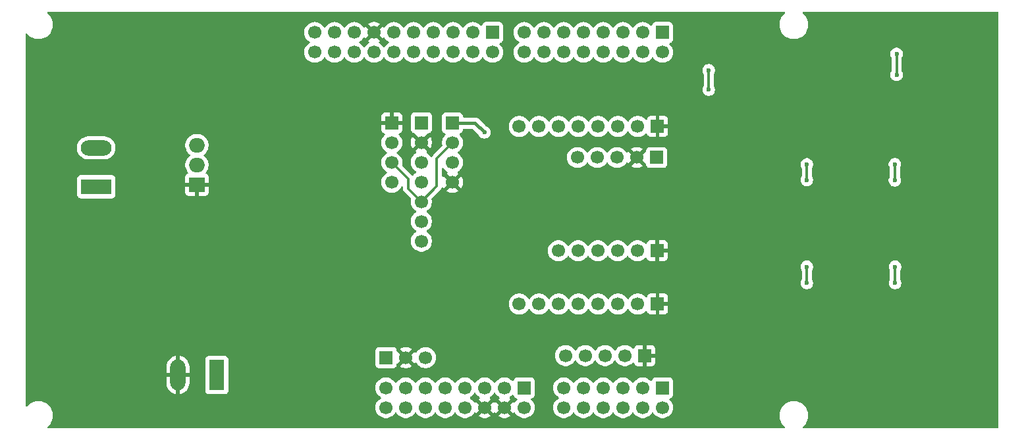
<source format=gbr>
%TF.GenerationSoftware,KiCad,Pcbnew,9.0.1*%
%TF.CreationDate,2025-05-05T17:36:54+02:00*%
%TF.ProjectId,Geocachingbox,47656f63-6163-4686-996e-67626f782e6b,rev?*%
%TF.SameCoordinates,Original*%
%TF.FileFunction,Copper,L2,Bot*%
%TF.FilePolarity,Positive*%
%FSLAX46Y46*%
G04 Gerber Fmt 4.6, Leading zero omitted, Abs format (unit mm)*
G04 Created by KiCad (PCBNEW 9.0.1) date 2025-05-05 17:36:54*
%MOMM*%
%LPD*%
G01*
G04 APERTURE LIST*
%TA.AperFunction,ComponentPad*%
%ADD10R,1.700000X1.700000*%
%TD*%
%TA.AperFunction,ComponentPad*%
%ADD11C,1.700000*%
%TD*%
%TA.AperFunction,ComponentPad*%
%ADD12R,1.980000X3.960000*%
%TD*%
%TA.AperFunction,ComponentPad*%
%ADD13O,1.980000X3.960000*%
%TD*%
%TA.AperFunction,ComponentPad*%
%ADD14R,3.960000X1.980000*%
%TD*%
%TA.AperFunction,ComponentPad*%
%ADD15O,3.960000X1.980000*%
%TD*%
%TA.AperFunction,ComponentPad*%
%ADD16R,2.000000X1.905000*%
%TD*%
%TA.AperFunction,ComponentPad*%
%ADD17O,2.000000X1.905000*%
%TD*%
%TA.AperFunction,ViaPad*%
%ADD18C,0.600000*%
%TD*%
%TA.AperFunction,Conductor*%
%ADD19C,0.300000*%
%TD*%
%TA.AperFunction,Conductor*%
%ADD20C,0.450000*%
%TD*%
G04 APERTURE END LIST*
D10*
%TO.P,J9,1,Pin_1*%
%TO.N,Tilt_Sens*%
X134260000Y-110000000D03*
D11*
%TO.P,J9,2,Pin_2*%
%TO.N,GND*%
X136800000Y-110000000D03*
%TO.P,J9,3,Pin_3*%
%TO.N,+3.3V*%
X139340000Y-110000000D03*
%TD*%
D12*
%TO.P,3BAT1,1,+*%
%TO.N,+VBATT*%
X112500000Y-112235000D03*
D13*
%TO.P,3BAT1,2,-*%
%TO.N,GND*%
X107500000Y-112235000D03*
%TD*%
D10*
%TO.P,J3,1,Pin_1*%
%TO.N,unconnected-(J3-Pin_1-Pad1)*%
X169800000Y-113890000D03*
D11*
%TO.P,J3,2,Pin_2*%
%TO.N,ADC_X*%
X169800000Y-116430000D03*
%TO.P,J3,3,Pin_3*%
%TO.N,unconnected-(J3-Pin_3-Pad3)*%
X167260000Y-113890000D03*
%TO.P,J3,4,Pin_4*%
%TO.N,ADC_Y*%
X167260000Y-116430000D03*
%TO.P,J3,5,Pin_5*%
%TO.N,unconnected-(J3-Pin_5-Pad5)*%
X164720000Y-113890000D03*
%TO.P,J3,6,Pin_6*%
%TO.N,unconnected-(J3-Pin_6-Pad6)*%
X164720000Y-116430000D03*
%TO.P,J3,7,Pin_7*%
%TO.N,unconnected-(J3-Pin_7-Pad7)*%
X162180000Y-113890000D03*
%TO.P,J3,8,Pin_8*%
%TO.N,unconnected-(J3-Pin_8-Pad8)*%
X162180000Y-116430000D03*
%TO.P,J3,9,Pin_9*%
%TO.N,unconnected-(J3-Pin_9-Pad9)*%
X159640000Y-113890000D03*
%TO.P,J3,10,Pin_10*%
%TO.N,unconnected-(J3-Pin_10-Pad10)*%
X159640000Y-116430000D03*
%TO.P,J3,11,Pin_11*%
%TO.N,unconnected-(J3-Pin_11-Pad11)*%
X157100000Y-113890000D03*
%TO.P,J3,12,Pin_12*%
%TO.N,unconnected-(J3-Pin_12-Pad12)*%
X157100000Y-116430000D03*
%TD*%
D10*
%TO.P,J2,1,Pin_1*%
%TO.N,unconnected-(J2-Pin_1-Pad1)*%
X147956000Y-68145000D03*
D11*
%TO.P,J2,2,Pin_2*%
%TO.N,unconnected-(J2-Pin_2-Pad2)*%
X147956000Y-70685000D03*
%TO.P,J2,3,Pin_3*%
%TO.N,unconnected-(J2-Pin_3-Pad3)*%
X145416000Y-68145000D03*
%TO.P,J2,4,Pin_4*%
%TO.N,unconnected-(J2-Pin_4-Pad4)*%
X145416000Y-70685000D03*
%TO.P,J2,5,Pin_5*%
%TO.N,Column_3*%
X142876000Y-68145000D03*
%TO.P,J2,6,Pin_6*%
%TO.N,Line_3*%
X142876000Y-70685000D03*
%TO.P,J2,7,Pin_7*%
%TO.N,unconnected-(J2-Pin_7-Pad7)*%
X140336000Y-68145000D03*
%TO.P,J2,8,Pin_8*%
%TO.N,Line_1*%
X140336000Y-70685000D03*
%TO.P,J2,9,Pin_9*%
%TO.N,unconnected-(J2-Pin_9-Pad9)*%
X137796000Y-68145000D03*
%TO.P,J2,10,Pin_10*%
%TO.N,Line_2*%
X137796000Y-70685000D03*
%TO.P,J2,11,Pin_11*%
%TO.N,unconnected-(J2-Pin_11-Pad11)*%
X135256000Y-68145000D03*
%TO.P,J2,12,Pin_12*%
%TO.N,unconnected-(J2-Pin_12-Pad12)*%
X135256000Y-70685000D03*
%TO.P,J2,13,Pin_13*%
%TO.N,GND*%
X132716000Y-68145000D03*
%TO.P,J2,14,Pin_14*%
%TO.N,unconnected-(J2-Pin_14-Pad14)*%
X132716000Y-70685000D03*
%TO.P,J2,15,Pin_15*%
%TO.N,unconnected-(J2-Pin_15-Pad15)*%
X130176000Y-68145000D03*
%TO.P,J2,16,Pin_16*%
%TO.N,unconnected-(J2-Pin_16-Pad16)*%
X130176000Y-70685000D03*
%TO.P,J2,17,Pin_17*%
%TO.N,unconnected-(J2-Pin_17-Pad17)*%
X127636000Y-68145000D03*
%TO.P,J2,18,Pin_18*%
%TO.N,unconnected-(J2-Pin_18-Pad18)*%
X127636000Y-70685000D03*
%TO.P,J2,19,Pin_19*%
%TO.N,unconnected-(J2-Pin_19-Pad19)*%
X125096000Y-68145000D03*
%TO.P,J2,20,Pin_20*%
%TO.N,unconnected-(J2-Pin_20-Pad20)*%
X125096000Y-70685000D03*
%TD*%
D10*
%TO.P,J10,1,Pin_1*%
%TO.N,+3.3V*%
X142800000Y-79800000D03*
D11*
%TO.P,J10,2,Pin_2*%
%TO.N,SDA*%
X142800000Y-82340000D03*
%TO.P,J10,3,Pin_3*%
%TO.N,SCL*%
X142800000Y-84880000D03*
%TO.P,J10,4,Pin_4*%
%TO.N,GND*%
X142800000Y-87420000D03*
%TD*%
D10*
%TO.P,J7,1,Pin_1*%
%TO.N,GND*%
X169120000Y-96235000D03*
D11*
%TO.P,J7,2,Pin_2*%
%TO.N,+3.3V*%
X166580000Y-96235000D03*
%TO.P,J7,3,Pin_3*%
%TO.N,MISO*%
X164040000Y-96235000D03*
%TO.P,J7,4,Pin_4*%
%TO.N,MOSI*%
X161500000Y-96235000D03*
%TO.P,J7,5,Pin_5*%
%TO.N,SCK*%
X158960000Y-96235000D03*
%TO.P,J7,6,Pin_6*%
%TO.N,CS*%
X156420000Y-96235000D03*
%TD*%
D10*
%TO.P,J5,1,Pin_1*%
%TO.N,GND*%
X169160000Y-103095000D03*
D11*
%TO.P,J5,2,Pin_2*%
%TO.N,+3.3V*%
X166620000Y-103095000D03*
%TO.P,J5,3,Pin_3*%
%TO.N,MISO*%
X164080000Y-103095000D03*
%TO.P,J5,4,Pin_4*%
%TO.N,MOSI*%
X161540000Y-103095000D03*
%TO.P,J5,5,Pin_5*%
%TO.N,SCK*%
X159000000Y-103095000D03*
%TO.P,J5,6,Pin_6*%
%TO.N,CS*%
X156460000Y-103095000D03*
%TO.P,J5,7,Pin_7*%
%TO.N,unconnected-(J5-Pin_7-Pad7)*%
X153920000Y-103095000D03*
%TO.P,J5,8,Pin_8*%
%TO.N,unconnected-(J5-Pin_8-Pad8)*%
X151380000Y-103095000D03*
%TD*%
D14*
%TO.P,J8,1,Pin_1*%
%TO.N,+6V*%
X97000000Y-88000000D03*
D15*
%TO.P,J8,2,Pin_2*%
%TO.N,Net-(D1-A)*%
X97000000Y-83000000D03*
%TD*%
D16*
%TO.P,Q1,1*%
%TO.N,GND*%
X109945000Y-87740000D03*
D17*
%TO.P,Q1,2*%
%TO.N,Net-(Q1-Pad2)*%
X109945000Y-85200000D03*
%TO.P,Q1,3*%
%TO.N,Net-(D1-A)*%
X109945000Y-82660000D03*
%TD*%
D10*
%TO.P,J6,1,Pin_1*%
%TO.N,GND*%
X169160000Y-80235000D03*
D11*
%TO.P,J6,2,Pin_2*%
%TO.N,+5V*%
X166620000Y-80235000D03*
%TO.P,J6,3,Pin_3*%
%TO.N,SDA*%
X164080000Y-80235000D03*
%TO.P,J6,4,Pin_4*%
%TO.N,SCL*%
X161540000Y-80235000D03*
%TO.P,J6,5,Pin_5*%
%TO.N,TX*%
X159000000Y-80235000D03*
%TO.P,J6,6,Pin_6*%
%TO.N,RX*%
X156460000Y-80235000D03*
%TO.P,J6,7,Pin_7*%
%TO.N,unconnected-(J6-Pin_7-Pad7)*%
X153920000Y-80235000D03*
%TO.P,J6,8,Pin_8*%
%TO.N,unconnected-(J6-Pin_8-Pad8)*%
X151380000Y-80235000D03*
%TD*%
D10*
%TO.P,J13,1,Pin_1*%
%TO.N,GND*%
X135000000Y-79800000D03*
D11*
%TO.P,J13,2,Pin_2*%
%TO.N,+5V*%
X135000000Y-82340000D03*
%TO.P,J13,3,Pin_3*%
%TO.N,SDA*%
X135000000Y-84880000D03*
%TO.P,J13,4,Pin_4*%
%TO.N,SCL*%
X135000000Y-87420000D03*
%TD*%
D10*
%TO.P,J4,1,Pin_1*%
%TO.N,unconnected-(J4-Pin_1-Pad1)*%
X152019000Y-113890000D03*
D11*
%TO.P,J4,2,Pin_2*%
%TO.N,unconnected-(J4-Pin_2-Pad2)*%
X152019000Y-116430000D03*
%TO.P,J4,3,Pin_3*%
%TO.N,unconnected-(J4-Pin_3-Pad3)*%
X149479000Y-113890000D03*
%TO.P,J4,4,Pin_4*%
%TO.N,GND*%
X149479000Y-116430000D03*
%TO.P,J4,5,Pin_5*%
%TO.N,unconnected-(J4-Pin_5-Pad5)*%
X146939000Y-113890000D03*
%TO.P,J4,6,Pin_6*%
%TO.N,GND*%
X146939000Y-116430000D03*
%TO.P,J4,7,Pin_7*%
%TO.N,unconnected-(J4-Pin_7-Pad7)*%
X144399000Y-113890000D03*
%TO.P,J4,8,Pin_8*%
%TO.N,SYS_5V0*%
X144399000Y-116430000D03*
%TO.P,J4,9,Pin_9*%
%TO.N,unconnected-(J4-Pin_9-Pad9)*%
X141859000Y-113890000D03*
%TO.P,J4,10,Pin_10*%
%TO.N,+3.3V*%
X141859000Y-116430000D03*
%TO.P,J4,11,Pin_11*%
%TO.N,unconnected-(J4-Pin_11-Pad11)*%
X139319000Y-113890000D03*
%TO.P,J4,12,Pin_12*%
%TO.N,unconnected-(J4-Pin_12-Pad12)*%
X139319000Y-116430000D03*
%TO.P,J4,13,Pin_13*%
%TO.N,unconnected-(J4-Pin_13-Pad13)*%
X136779000Y-113890000D03*
%TO.P,J4,14,Pin_14*%
%TO.N,unconnected-(J4-Pin_14-Pad14)*%
X136779000Y-116430000D03*
%TO.P,J4,15,Pin_15*%
%TO.N,Tilt_Sens*%
X134239000Y-113890000D03*
%TO.P,J4,16,Pin_16*%
%TO.N,unconnected-(J4-Pin_16-Pad16)*%
X134239000Y-116430000D03*
%TD*%
D10*
%TO.P,J1,1,Pin_1*%
%TO.N,unconnected-(J1-Pin_1-Pad1)*%
X169800000Y-68145000D03*
D11*
%TO.P,J1,2,Pin_2*%
%TO.N,unconnected-(J1-Pin_2-Pad2)*%
X169800000Y-70685000D03*
%TO.P,J1,3,Pin_3*%
%TO.N,unconnected-(J1-Pin_3-Pad3)*%
X167260000Y-68145000D03*
%TO.P,J1,4,Pin_4*%
%TO.N,unconnected-(J1-Pin_4-Pad4)*%
X167260000Y-70685000D03*
%TO.P,J1,5,Pin_5*%
%TO.N,Column_1*%
X164720000Y-68145000D03*
%TO.P,J1,6,Pin_6*%
%TO.N,unconnected-(J1-Pin_6-Pad6)*%
X164720000Y-70685000D03*
%TO.P,J1,7,Pin_7*%
%TO.N,unconnected-(J1-Pin_7-Pad7)*%
X162180000Y-68145000D03*
%TO.P,J1,8,Pin_8*%
%TO.N,unconnected-(J1-Pin_8-Pad8)*%
X162180000Y-70685000D03*
%TO.P,J1,9,Pin_9*%
%TO.N,Column_2*%
X159640000Y-68145000D03*
%TO.P,J1,10,Pin_10*%
%TO.N,unconnected-(J1-Pin_10-Pad10)*%
X159640000Y-70685000D03*
%TO.P,J1,11,Pin_11*%
%TO.N,PWM_Mosfet*%
X157100000Y-68145000D03*
%TO.P,J1,12,Pin_12*%
%TO.N,unconnected-(J1-Pin_12-Pad12)*%
X157100000Y-70685000D03*
%TO.P,J1,13,Pin_13*%
%TO.N,unconnected-(J1-Pin_13-Pad13)*%
X154560000Y-68145000D03*
%TO.P,J1,14,Pin_14*%
%TO.N,unconnected-(J1-Pin_14-Pad14)*%
X154560000Y-70685000D03*
%TO.P,J1,15,Pin_15*%
%TO.N,unconnected-(J1-Pin_15-Pad15)*%
X152020000Y-68145000D03*
%TO.P,J1,16,Pin_16*%
%TO.N,unconnected-(J1-Pin_16-Pad16)*%
X152020000Y-70685000D03*
%TD*%
D10*
%TO.P,J11,1,Pin_1*%
%TO.N,+3.3V*%
X169040000Y-84235000D03*
D11*
%TO.P,J11,2,Pin_2*%
%TO.N,GND*%
X166500000Y-84235000D03*
%TO.P,J11,3,Pin_3*%
%TO.N,RX*%
X163960000Y-84235000D03*
%TO.P,J11,4,Pin_4*%
%TO.N,TX*%
X161420000Y-84235000D03*
%TO.P,J11,5,Pin_5*%
%TO.N,unconnected-(J11-Pin_5-Pad5)*%
X158880000Y-84235000D03*
%TD*%
D10*
%TO.P,J12,1,Pin_1*%
%TO.N,GND*%
X167500000Y-109735000D03*
D11*
%TO.P,J12,2,Pin_2*%
%TO.N,+3.3V*%
X164960000Y-109735000D03*
%TO.P,J12,3,Pin_3*%
%TO.N,ADC_X*%
X162420000Y-109735000D03*
%TO.P,J12,4,Pin_4*%
%TO.N,ADC_Y*%
X159880000Y-109735000D03*
%TO.P,J12,5,Pin_5*%
%TO.N,unconnected-(J12-Pin_5-Pad5)*%
X157340000Y-109735000D03*
%TD*%
D10*
%TO.P,J14,1,Pin_1*%
%TO.N,unconnected-(J14-Pin_1-Pad1)*%
X138800000Y-79760000D03*
D11*
%TO.P,J14,2,Pin_2*%
%TO.N,GND*%
X138800000Y-82300000D03*
%TO.P,J14,3,Pin_3*%
%TO.N,+3.3V*%
X138800000Y-84840000D03*
%TO.P,J14,4,Pin_4*%
%TO.N,SCL*%
X138800000Y-87380000D03*
%TO.P,J14,5,Pin_5*%
%TO.N,SDA*%
X138800000Y-89920000D03*
%TO.P,J14,6,Pin_6*%
%TO.N,unconnected-(J14-Pin_6-Pad6)*%
X138800000Y-92460000D03*
%TO.P,J14,7,Pin_7*%
%TO.N,unconnected-(J14-Pin_7-Pad7)*%
X138800000Y-95000000D03*
%TD*%
D18*
%TO.N,GND*%
X93500000Y-103600000D03*
X101590000Y-97400000D03*
X122400000Y-103800000D03*
%TO.N,Column_1*%
X188360000Y-100400000D03*
X175750000Y-75500000D03*
X175750000Y-73000000D03*
X188370000Y-85120000D03*
X188370000Y-87120000D03*
X188360000Y-98300000D03*
%TO.N,Column_2*%
X199900000Y-73600000D03*
X199700000Y-100400000D03*
X199700000Y-98300000D03*
X199680000Y-85100000D03*
X199900000Y-70900000D03*
X199680000Y-87180000D03*
%TO.N,+3.3V*%
X146900000Y-81000000D03*
%TD*%
D19*
%TO.N,Column_1*%
X188360000Y-100400000D02*
X188360000Y-98300000D01*
X188370000Y-87120000D02*
X188370000Y-85120000D01*
X175750000Y-73000000D02*
X175750000Y-75500000D01*
%TO.N,Column_2*%
X199900000Y-70900000D02*
X199900000Y-73600000D01*
X199680000Y-85100000D02*
X199680000Y-87180000D01*
X199700000Y-100400000D02*
X199700000Y-98300000D01*
D20*
%TO.N,+3.3V*%
X142800000Y-79800000D02*
X145700000Y-79800000D01*
X145700000Y-79800000D02*
X146900000Y-81000000D01*
D19*
%TO.N,SDA*%
X137100000Y-86980000D02*
X135000000Y-84880000D01*
X140800000Y-87920000D02*
X138800000Y-89920000D01*
X140800000Y-84340000D02*
X140800000Y-87920000D01*
X142800000Y-82340000D02*
X140800000Y-84340000D01*
X138800000Y-89920000D02*
X137100000Y-88220000D01*
X137100000Y-88220000D02*
X137100000Y-86980000D01*
%TD*%
%TA.AperFunction,Conductor*%
%TO.N,GND*%
G36*
X145740444Y-114543999D02*
G01*
X145779486Y-114589056D01*
X145783951Y-114597820D01*
X145908890Y-114769786D01*
X146059213Y-114920109D01*
X146231179Y-115045048D01*
X146231181Y-115045049D01*
X146231184Y-115045051D01*
X146240493Y-115049794D01*
X146291290Y-115097766D01*
X146308087Y-115165587D01*
X146285552Y-115231722D01*
X146240505Y-115270760D01*
X146231446Y-115275376D01*
X146231440Y-115275380D01*
X146177282Y-115314727D01*
X146177282Y-115314728D01*
X146809591Y-115947037D01*
X146746007Y-115964075D01*
X146631993Y-116029901D01*
X146538901Y-116122993D01*
X146473075Y-116237007D01*
X146456037Y-116300591D01*
X145823728Y-115668282D01*
X145823727Y-115668282D01*
X145784380Y-115722440D01*
X145784376Y-115722446D01*
X145779760Y-115731505D01*
X145731781Y-115782297D01*
X145663959Y-115799087D01*
X145597826Y-115776543D01*
X145558794Y-115731493D01*
X145554051Y-115722184D01*
X145554049Y-115722181D01*
X145554048Y-115722179D01*
X145429109Y-115550213D01*
X145278786Y-115399890D01*
X145106820Y-115274951D01*
X145098600Y-115270763D01*
X145098054Y-115270485D01*
X145047259Y-115222512D01*
X145030463Y-115154692D01*
X145052999Y-115088556D01*
X145098054Y-115049515D01*
X145106816Y-115045051D01*
X145193138Y-114982335D01*
X145278786Y-114920109D01*
X145278788Y-114920106D01*
X145278792Y-114920104D01*
X145429104Y-114769792D01*
X145429106Y-114769788D01*
X145429109Y-114769786D01*
X145554048Y-114597820D01*
X145554047Y-114597820D01*
X145554051Y-114597816D01*
X145558514Y-114589054D01*
X145606488Y-114538259D01*
X145674308Y-114521463D01*
X145740444Y-114543999D01*
G37*
%TD.AperFunction*%
%TA.AperFunction,Conductor*%
G36*
X148280444Y-114543999D02*
G01*
X148319486Y-114589056D01*
X148323951Y-114597820D01*
X148448890Y-114769786D01*
X148599213Y-114920109D01*
X148771179Y-115045048D01*
X148771181Y-115045049D01*
X148771184Y-115045051D01*
X148780493Y-115049794D01*
X148831290Y-115097766D01*
X148848087Y-115165587D01*
X148825552Y-115231722D01*
X148780505Y-115270760D01*
X148771446Y-115275376D01*
X148771440Y-115275380D01*
X148717282Y-115314727D01*
X148717282Y-115314728D01*
X149349591Y-115947037D01*
X149286007Y-115964075D01*
X149171993Y-116029901D01*
X149078901Y-116122993D01*
X149013075Y-116237007D01*
X148996037Y-116300591D01*
X148363728Y-115668282D01*
X148363727Y-115668282D01*
X148324380Y-115722440D01*
X148319483Y-115732051D01*
X148271506Y-115782845D01*
X148203684Y-115799638D01*
X148137550Y-115777098D01*
X148098516Y-115732048D01*
X148093626Y-115722452D01*
X148054270Y-115668282D01*
X148054269Y-115668282D01*
X147421962Y-116300590D01*
X147404925Y-116237007D01*
X147339099Y-116122993D01*
X147246007Y-116029901D01*
X147131993Y-115964075D01*
X147068409Y-115947037D01*
X147700716Y-115314728D01*
X147646547Y-115275373D01*
X147646547Y-115275372D01*
X147637500Y-115270763D01*
X147586706Y-115222788D01*
X147569912Y-115154966D01*
X147592451Y-115088832D01*
X147637508Y-115049793D01*
X147646816Y-115045051D01*
X147733147Y-114982328D01*
X147818786Y-114920109D01*
X147818788Y-114920106D01*
X147818792Y-114920104D01*
X147969104Y-114769792D01*
X147969106Y-114769788D01*
X147969109Y-114769786D01*
X148094048Y-114597820D01*
X148094047Y-114597820D01*
X148094051Y-114597816D01*
X148098514Y-114589054D01*
X148146488Y-114538259D01*
X148214308Y-114521463D01*
X148280444Y-114543999D01*
G37*
%TD.AperFunction*%
%TA.AperFunction,Conductor*%
G36*
X150603340Y-114778068D02*
G01*
X150659274Y-114819939D01*
X150676189Y-114850917D01*
X150725202Y-114982328D01*
X150725206Y-114982335D01*
X150811452Y-115097544D01*
X150811455Y-115097547D01*
X150926664Y-115183793D01*
X150926671Y-115183797D01*
X151058082Y-115232810D01*
X151114016Y-115274681D01*
X151138433Y-115340145D01*
X151123582Y-115408418D01*
X151102431Y-115436673D01*
X150988889Y-115550215D01*
X150863949Y-115722182D01*
X150859202Y-115731499D01*
X150811227Y-115782293D01*
X150743405Y-115799087D01*
X150677271Y-115776548D01*
X150638234Y-115731495D01*
X150633626Y-115722452D01*
X150594270Y-115668282D01*
X150594269Y-115668282D01*
X149961962Y-116300590D01*
X149944925Y-116237007D01*
X149879099Y-116122993D01*
X149786007Y-116029901D01*
X149671993Y-115964075D01*
X149608409Y-115947037D01*
X150240716Y-115314728D01*
X150186547Y-115275373D01*
X150186547Y-115275372D01*
X150177500Y-115270763D01*
X150126706Y-115222788D01*
X150109912Y-115154966D01*
X150132451Y-115088832D01*
X150177508Y-115049793D01*
X150186816Y-115045051D01*
X150358792Y-114920104D01*
X150472329Y-114806566D01*
X150533648Y-114773084D01*
X150603340Y-114778068D01*
G37*
%TD.AperFunction*%
%TA.AperFunction,Conductor*%
G36*
X141655703Y-85608100D02*
G01*
X141674816Y-85628924D01*
X141679066Y-85634774D01*
X141769896Y-85759792D01*
X141920213Y-85910109D01*
X142092179Y-86035048D01*
X142092181Y-86035049D01*
X142092184Y-86035051D01*
X142101493Y-86039794D01*
X142152290Y-86087766D01*
X142169087Y-86155587D01*
X142146552Y-86221722D01*
X142101505Y-86260760D01*
X142092446Y-86265376D01*
X142092440Y-86265380D01*
X142038282Y-86304727D01*
X142038282Y-86304728D01*
X142670591Y-86937037D01*
X142607007Y-86954075D01*
X142492993Y-87019901D01*
X142399901Y-87112993D01*
X142334075Y-87227007D01*
X142317037Y-87290591D01*
X141684728Y-86658282D01*
X141684727Y-86658282D01*
X141674819Y-86671921D01*
X141619489Y-86714587D01*
X141549876Y-86720566D01*
X141488080Y-86687961D01*
X141453723Y-86627123D01*
X141450500Y-86599036D01*
X141450500Y-85701813D01*
X141470185Y-85634774D01*
X141522989Y-85589019D01*
X141592147Y-85579075D01*
X141655703Y-85608100D01*
G37*
%TD.AperFunction*%
%TA.AperFunction,Conductor*%
G36*
X132250075Y-68337993D02*
G01*
X132315901Y-68452007D01*
X132408993Y-68545099D01*
X132523007Y-68610925D01*
X132586590Y-68627962D01*
X131954282Y-69260269D01*
X131954282Y-69260270D01*
X132008452Y-69299626D01*
X132008451Y-69299626D01*
X132017495Y-69304234D01*
X132068292Y-69352208D01*
X132085087Y-69420029D01*
X132062550Y-69486164D01*
X132017499Y-69525202D01*
X132008182Y-69529949D01*
X131836213Y-69654890D01*
X131685890Y-69805213D01*
X131560949Y-69977182D01*
X131556484Y-69985946D01*
X131508509Y-70036742D01*
X131440688Y-70053536D01*
X131374553Y-70030998D01*
X131335516Y-69985946D01*
X131331050Y-69977182D01*
X131206109Y-69805213D01*
X131055786Y-69654890D01*
X130883820Y-69529951D01*
X130883115Y-69529591D01*
X130875054Y-69525485D01*
X130824259Y-69477512D01*
X130807463Y-69409692D01*
X130829999Y-69343556D01*
X130875054Y-69304515D01*
X130883816Y-69300051D01*
X130970138Y-69237335D01*
X131055786Y-69175109D01*
X131055788Y-69175106D01*
X131055792Y-69175104D01*
X131206104Y-69024792D01*
X131206106Y-69024788D01*
X131206109Y-69024786D01*
X131291890Y-68906717D01*
X131331051Y-68852816D01*
X131335793Y-68843508D01*
X131383763Y-68792711D01*
X131451583Y-68775911D01*
X131517719Y-68798445D01*
X131556763Y-68843500D01*
X131561373Y-68852547D01*
X131600728Y-68906716D01*
X132233037Y-68274408D01*
X132250075Y-68337993D01*
G37*
%TD.AperFunction*%
%TA.AperFunction,Conductor*%
G36*
X133831270Y-68906717D02*
G01*
X133831270Y-68906716D01*
X133870622Y-68852555D01*
X133875232Y-68843507D01*
X133923205Y-68792709D01*
X133991025Y-68775912D01*
X134057161Y-68798447D01*
X134096204Y-68843504D01*
X134100949Y-68852817D01*
X134225890Y-69024786D01*
X134376213Y-69175109D01*
X134548182Y-69300050D01*
X134556946Y-69304516D01*
X134607742Y-69352491D01*
X134624536Y-69420312D01*
X134601998Y-69486447D01*
X134556946Y-69525484D01*
X134548182Y-69529949D01*
X134376213Y-69654890D01*
X134225890Y-69805213D01*
X134100949Y-69977182D01*
X134096484Y-69985946D01*
X134048509Y-70036742D01*
X133980688Y-70053536D01*
X133914553Y-70030998D01*
X133875516Y-69985946D01*
X133871050Y-69977182D01*
X133746109Y-69805213D01*
X133595786Y-69654890D01*
X133423817Y-69529949D01*
X133414504Y-69525204D01*
X133363707Y-69477230D01*
X133346912Y-69409409D01*
X133369449Y-69343274D01*
X133414507Y-69304232D01*
X133423555Y-69299622D01*
X133477716Y-69260270D01*
X133477717Y-69260270D01*
X132845408Y-68627962D01*
X132908993Y-68610925D01*
X133023007Y-68545099D01*
X133116099Y-68452007D01*
X133181925Y-68337993D01*
X133198962Y-68274408D01*
X133831270Y-68906717D01*
G37*
%TD.AperFunction*%
%TA.AperFunction,Conductor*%
G36*
X185475083Y-65478943D02*
G01*
X185504455Y-65484968D01*
X185508263Y-65488686D01*
X185513366Y-65490185D01*
X185532990Y-65512832D01*
X185554444Y-65533782D01*
X185555637Y-65538968D01*
X185559121Y-65542989D01*
X185563386Y-65572656D01*
X185570108Y-65601874D01*
X185568307Y-65606881D01*
X185569065Y-65612147D01*
X185556611Y-65639415D01*
X185546471Y-65667624D01*
X185541320Y-65672898D01*
X185540040Y-65675703D01*
X185521813Y-65692876D01*
X185467263Y-65734733D01*
X185467256Y-65734739D01*
X185295739Y-65906256D01*
X185295733Y-65906263D01*
X185148067Y-66098706D01*
X185026777Y-66308785D01*
X185026773Y-66308794D01*
X184933947Y-66532895D01*
X184871161Y-66767214D01*
X184839500Y-67007711D01*
X184839500Y-67250288D01*
X184871161Y-67490785D01*
X184933947Y-67725104D01*
X185026773Y-67949205D01*
X185026777Y-67949214D01*
X185039840Y-67971840D01*
X185148064Y-68159289D01*
X185148066Y-68159292D01*
X185148067Y-68159293D01*
X185295733Y-68351736D01*
X185295739Y-68351743D01*
X185467256Y-68523260D01*
X185467263Y-68523266D01*
X185575932Y-68606650D01*
X185659711Y-68670936D01*
X185869788Y-68792224D01*
X186093900Y-68885054D01*
X186328211Y-68947838D01*
X186508586Y-68971584D01*
X186568711Y-68979500D01*
X186568712Y-68979500D01*
X186811289Y-68979500D01*
X186859388Y-68973167D01*
X187051789Y-68947838D01*
X187286100Y-68885054D01*
X187510212Y-68792224D01*
X187720289Y-68670936D01*
X187912738Y-68523265D01*
X188084265Y-68351738D01*
X188231936Y-68159289D01*
X188353224Y-67949212D01*
X188446054Y-67725100D01*
X188508838Y-67490789D01*
X188540500Y-67250288D01*
X188540500Y-67007712D01*
X188538161Y-66989949D01*
X188531251Y-66937455D01*
X188508838Y-66767211D01*
X188446054Y-66532900D01*
X188353224Y-66308788D01*
X188231936Y-66098711D01*
X188084265Y-65906262D01*
X188084260Y-65906256D01*
X187912743Y-65734739D01*
X187912736Y-65734733D01*
X187858187Y-65692876D01*
X187816984Y-65636448D01*
X187812829Y-65566702D01*
X187847041Y-65505782D01*
X187908759Y-65473029D01*
X187933673Y-65470500D01*
X212875500Y-65470500D01*
X212942539Y-65490185D01*
X212988294Y-65542989D01*
X212999500Y-65594500D01*
X212999500Y-118980500D01*
X212979815Y-119047539D01*
X212927011Y-119093294D01*
X212875500Y-119104500D01*
X187923673Y-119104500D01*
X187856634Y-119084815D01*
X187810879Y-119032011D01*
X187800935Y-118962853D01*
X187829960Y-118899297D01*
X187848187Y-118882124D01*
X187877775Y-118859419D01*
X187902738Y-118840265D01*
X188074265Y-118668738D01*
X188221936Y-118476289D01*
X188343224Y-118266212D01*
X188436054Y-118042100D01*
X188498838Y-117807789D01*
X188530500Y-117567288D01*
X188530500Y-117324712D01*
X188498838Y-117084211D01*
X188436054Y-116849900D01*
X188343224Y-116625788D01*
X188221936Y-116415711D01*
X188074265Y-116223262D01*
X188074260Y-116223256D01*
X187902743Y-116051739D01*
X187902736Y-116051733D01*
X187710293Y-115904067D01*
X187710292Y-115904066D01*
X187710289Y-115904064D01*
X187529418Y-115799638D01*
X187500214Y-115782777D01*
X187500205Y-115782773D01*
X187276104Y-115689947D01*
X187041785Y-115627161D01*
X186801289Y-115595500D01*
X186801288Y-115595500D01*
X186558712Y-115595500D01*
X186558711Y-115595500D01*
X186318214Y-115627161D01*
X186083895Y-115689947D01*
X185859794Y-115782773D01*
X185859785Y-115782777D01*
X185649706Y-115904067D01*
X185457263Y-116051733D01*
X185457256Y-116051739D01*
X185285739Y-116223256D01*
X185285733Y-116223263D01*
X185138067Y-116415706D01*
X185016777Y-116625785D01*
X185016773Y-116625794D01*
X184923947Y-116849895D01*
X184861161Y-117084214D01*
X184829500Y-117324711D01*
X184829500Y-117567288D01*
X184861161Y-117807785D01*
X184923947Y-118042104D01*
X185016773Y-118266205D01*
X185016776Y-118266212D01*
X185138064Y-118476289D01*
X185138066Y-118476292D01*
X185138067Y-118476293D01*
X185285733Y-118668736D01*
X185285739Y-118668743D01*
X185457256Y-118840260D01*
X185457263Y-118840266D01*
X185511813Y-118882124D01*
X185553016Y-118938552D01*
X185557171Y-119008298D01*
X185522959Y-119069218D01*
X185461241Y-119101971D01*
X185436327Y-119104500D01*
X90811673Y-119104500D01*
X90744634Y-119084815D01*
X90698879Y-119032011D01*
X90688935Y-118962853D01*
X90717960Y-118899297D01*
X90736187Y-118882124D01*
X90765775Y-118859419D01*
X90790738Y-118840265D01*
X90962265Y-118668738D01*
X91109936Y-118476289D01*
X91231224Y-118266212D01*
X91324054Y-118042100D01*
X91386838Y-117807789D01*
X91418500Y-117567288D01*
X91418500Y-117324712D01*
X91386838Y-117084211D01*
X91324054Y-116849900D01*
X91231224Y-116625788D01*
X91109936Y-116415711D01*
X90962265Y-116223262D01*
X90962260Y-116223256D01*
X90790743Y-116051739D01*
X90790736Y-116051733D01*
X90598293Y-115904067D01*
X90598292Y-115904066D01*
X90598289Y-115904064D01*
X90417418Y-115799638D01*
X90388214Y-115782777D01*
X90388205Y-115782773D01*
X90164104Y-115689947D01*
X89929785Y-115627161D01*
X89689289Y-115595500D01*
X89689288Y-115595500D01*
X89446712Y-115595500D01*
X89446711Y-115595500D01*
X89206214Y-115627161D01*
X88971895Y-115689947D01*
X88747794Y-115782773D01*
X88747785Y-115782777D01*
X88537706Y-115904067D01*
X88345263Y-116051733D01*
X88345256Y-116051739D01*
X88173739Y-116223256D01*
X88131937Y-116277734D01*
X88075508Y-116318936D01*
X88005762Y-116323091D01*
X87944842Y-116288878D01*
X87912090Y-116227161D01*
X87909561Y-116202245D01*
X87909563Y-116122993D01*
X87909653Y-111127734D01*
X106010000Y-111127734D01*
X106010000Y-111985000D01*
X106889175Y-111985000D01*
X106865364Y-112042485D01*
X106840000Y-112169996D01*
X106840000Y-112300004D01*
X106865364Y-112427515D01*
X106889175Y-112485000D01*
X106010000Y-112485000D01*
X106010000Y-113342265D01*
X106046689Y-113573909D01*
X106119164Y-113796965D01*
X106225638Y-114005930D01*
X106363494Y-114195672D01*
X106529327Y-114361505D01*
X106719069Y-114499361D01*
X106928036Y-114605835D01*
X107151089Y-114678310D01*
X107250000Y-114693976D01*
X107250000Y-112845824D01*
X107307485Y-112869636D01*
X107434996Y-112895000D01*
X107565004Y-112895000D01*
X107692515Y-112869636D01*
X107750000Y-112845824D01*
X107750000Y-114693975D01*
X107848909Y-114678310D01*
X107848912Y-114678310D01*
X108071963Y-114605835D01*
X108280930Y-114499361D01*
X108470672Y-114361505D01*
X108636505Y-114195672D01*
X108774361Y-114005930D01*
X108880835Y-113796965D01*
X108953310Y-113573909D01*
X108990000Y-113342265D01*
X108990000Y-112485000D01*
X108110825Y-112485000D01*
X108134636Y-112427515D01*
X108160000Y-112300004D01*
X108160000Y-112169996D01*
X108134636Y-112042485D01*
X108110825Y-111985000D01*
X108990000Y-111985000D01*
X108990000Y-111127734D01*
X108953310Y-110896090D01*
X108880835Y-110673034D01*
X108774361Y-110464069D01*
X108638223Y-110276692D01*
X108638221Y-110276688D01*
X108638220Y-110276687D01*
X108636508Y-110274330D01*
X108569313Y-110207135D01*
X111009500Y-110207135D01*
X111009500Y-114262870D01*
X111009501Y-114262876D01*
X111015908Y-114322483D01*
X111066202Y-114457328D01*
X111066206Y-114457335D01*
X111152452Y-114572544D01*
X111152455Y-114572547D01*
X111267664Y-114658793D01*
X111267671Y-114658797D01*
X111402517Y-114709091D01*
X111402516Y-114709091D01*
X111409444Y-114709835D01*
X111462127Y-114715500D01*
X113537872Y-114715499D01*
X113597483Y-114709091D01*
X113732331Y-114658796D01*
X113847546Y-114572546D01*
X113933796Y-114457331D01*
X113984091Y-114322483D01*
X113990500Y-114262873D01*
X113990500Y-113783713D01*
X132888500Y-113783713D01*
X132888500Y-113996286D01*
X132920079Y-114195672D01*
X132921754Y-114206243D01*
X132940155Y-114262876D01*
X132987444Y-114408414D01*
X133083951Y-114597820D01*
X133208890Y-114769786D01*
X133359213Y-114920109D01*
X133531182Y-115045050D01*
X133539946Y-115049516D01*
X133590742Y-115097491D01*
X133607536Y-115165312D01*
X133584998Y-115231447D01*
X133539946Y-115270484D01*
X133531182Y-115274949D01*
X133359213Y-115399890D01*
X133208890Y-115550213D01*
X133083951Y-115722179D01*
X132987444Y-115911585D01*
X132921753Y-116113760D01*
X132904411Y-116223256D01*
X132888500Y-116323713D01*
X132888500Y-116536287D01*
X132921754Y-116746243D01*
X132955434Y-116849900D01*
X132987444Y-116948414D01*
X133083951Y-117137820D01*
X133208890Y-117309786D01*
X133359213Y-117460109D01*
X133531179Y-117585048D01*
X133531181Y-117585049D01*
X133531184Y-117585051D01*
X133720588Y-117681557D01*
X133922757Y-117747246D01*
X134132713Y-117780500D01*
X134132714Y-117780500D01*
X134345286Y-117780500D01*
X134345287Y-117780500D01*
X134555243Y-117747246D01*
X134757412Y-117681557D01*
X134946816Y-117585051D01*
X135001572Y-117545269D01*
X135118786Y-117460109D01*
X135118788Y-117460106D01*
X135118792Y-117460104D01*
X135269104Y-117309792D01*
X135269106Y-117309788D01*
X135269109Y-117309786D01*
X135394048Y-117137820D01*
X135394047Y-117137820D01*
X135394051Y-117137816D01*
X135398514Y-117129054D01*
X135446488Y-117078259D01*
X135514308Y-117061463D01*
X135580444Y-117083999D01*
X135619486Y-117129056D01*
X135623951Y-117137820D01*
X135748890Y-117309786D01*
X135899213Y-117460109D01*
X136071179Y-117585048D01*
X136071181Y-117585049D01*
X136071184Y-117585051D01*
X136260588Y-117681557D01*
X136462757Y-117747246D01*
X136672713Y-117780500D01*
X136672714Y-117780500D01*
X136885286Y-117780500D01*
X136885287Y-117780500D01*
X137095243Y-117747246D01*
X137297412Y-117681557D01*
X137486816Y-117585051D01*
X137541572Y-117545269D01*
X137658786Y-117460109D01*
X137658788Y-117460106D01*
X137658792Y-117460104D01*
X137809104Y-117309792D01*
X137809106Y-117309788D01*
X137809109Y-117309786D01*
X137934048Y-117137820D01*
X137934047Y-117137820D01*
X137934051Y-117137816D01*
X137938514Y-117129054D01*
X137986488Y-117078259D01*
X138054308Y-117061463D01*
X138120444Y-117083999D01*
X138159486Y-117129056D01*
X138163951Y-117137820D01*
X138288890Y-117309786D01*
X138439213Y-117460109D01*
X138611179Y-117585048D01*
X138611181Y-117585049D01*
X138611184Y-117585051D01*
X138800588Y-117681557D01*
X139002757Y-117747246D01*
X139212713Y-117780500D01*
X139212714Y-117780500D01*
X139425286Y-117780500D01*
X139425287Y-117780500D01*
X139635243Y-117747246D01*
X139837412Y-117681557D01*
X140026816Y-117585051D01*
X140081572Y-117545269D01*
X140198786Y-117460109D01*
X140198788Y-117460106D01*
X140198792Y-117460104D01*
X140349104Y-117309792D01*
X140349106Y-117309788D01*
X140349109Y-117309786D01*
X140474048Y-117137820D01*
X140474047Y-117137820D01*
X140474051Y-117137816D01*
X140478514Y-117129054D01*
X140526488Y-117078259D01*
X140594308Y-117061463D01*
X140660444Y-117083999D01*
X140699486Y-117129056D01*
X140703951Y-117137820D01*
X140828890Y-117309786D01*
X140979213Y-117460109D01*
X141151179Y-117585048D01*
X141151181Y-117585049D01*
X141151184Y-117585051D01*
X141340588Y-117681557D01*
X141542757Y-117747246D01*
X141752713Y-117780500D01*
X141752714Y-117780500D01*
X141965286Y-117780500D01*
X141965287Y-117780500D01*
X142175243Y-117747246D01*
X142377412Y-117681557D01*
X142566816Y-117585051D01*
X142621572Y-117545269D01*
X142738786Y-117460109D01*
X142738788Y-117460106D01*
X142738792Y-117460104D01*
X142889104Y-117309792D01*
X142889106Y-117309788D01*
X142889109Y-117309786D01*
X143014048Y-117137820D01*
X143014047Y-117137820D01*
X143014051Y-117137816D01*
X143018514Y-117129054D01*
X143066488Y-117078259D01*
X143134308Y-117061463D01*
X143200444Y-117083999D01*
X143239486Y-117129056D01*
X143243951Y-117137820D01*
X143368890Y-117309786D01*
X143519213Y-117460109D01*
X143691179Y-117585048D01*
X143691181Y-117585049D01*
X143691184Y-117585051D01*
X143880588Y-117681557D01*
X144082757Y-117747246D01*
X144292713Y-117780500D01*
X144292714Y-117780500D01*
X144505286Y-117780500D01*
X144505287Y-117780500D01*
X144715243Y-117747246D01*
X144917412Y-117681557D01*
X145106816Y-117585051D01*
X145161572Y-117545269D01*
X145278786Y-117460109D01*
X145278788Y-117460106D01*
X145278792Y-117460104D01*
X145429104Y-117309792D01*
X145429106Y-117309788D01*
X145429109Y-117309786D01*
X145514890Y-117191717D01*
X145554051Y-117137816D01*
X145558793Y-117128508D01*
X145606763Y-117077711D01*
X145674583Y-117060911D01*
X145740719Y-117083445D01*
X145779763Y-117128500D01*
X145784373Y-117137547D01*
X145823728Y-117191716D01*
X146456037Y-116559408D01*
X146473075Y-116622993D01*
X146538901Y-116737007D01*
X146631993Y-116830099D01*
X146746007Y-116895925D01*
X146809590Y-116912962D01*
X146177282Y-117545269D01*
X146177282Y-117545270D01*
X146231449Y-117584624D01*
X146420782Y-117681095D01*
X146622870Y-117746757D01*
X146832754Y-117780000D01*
X147045246Y-117780000D01*
X147255127Y-117746757D01*
X147255130Y-117746757D01*
X147457217Y-117681095D01*
X147646554Y-117584622D01*
X147700716Y-117545270D01*
X147700717Y-117545270D01*
X147068408Y-116912962D01*
X147131993Y-116895925D01*
X147246007Y-116830099D01*
X147339099Y-116737007D01*
X147404925Y-116622993D01*
X147421962Y-116559409D01*
X148054270Y-117191717D01*
X148054270Y-117191716D01*
X148093622Y-117137554D01*
X148098514Y-117127954D01*
X148146488Y-117077157D01*
X148214308Y-117060361D01*
X148280444Y-117082897D01*
X148319486Y-117127954D01*
X148324375Y-117137550D01*
X148363728Y-117191716D01*
X148996037Y-116559408D01*
X149013075Y-116622993D01*
X149078901Y-116737007D01*
X149171993Y-116830099D01*
X149286007Y-116895925D01*
X149349590Y-116912962D01*
X148717282Y-117545269D01*
X148717282Y-117545270D01*
X148771449Y-117584624D01*
X148960782Y-117681095D01*
X149162870Y-117746757D01*
X149372754Y-117780000D01*
X149585246Y-117780000D01*
X149795127Y-117746757D01*
X149795130Y-117746757D01*
X149997217Y-117681095D01*
X150186554Y-117584622D01*
X150240716Y-117545270D01*
X150240717Y-117545270D01*
X149608408Y-116912962D01*
X149671993Y-116895925D01*
X149786007Y-116830099D01*
X149879099Y-116737007D01*
X149944925Y-116622993D01*
X149961962Y-116559408D01*
X150594270Y-117191717D01*
X150594270Y-117191716D01*
X150633622Y-117137555D01*
X150638232Y-117128507D01*
X150686205Y-117077709D01*
X150754025Y-117060912D01*
X150820161Y-117083447D01*
X150859204Y-117128504D01*
X150863949Y-117137817D01*
X150988890Y-117309786D01*
X151139213Y-117460109D01*
X151311179Y-117585048D01*
X151311181Y-117585049D01*
X151311184Y-117585051D01*
X151500588Y-117681557D01*
X151702757Y-117747246D01*
X151912713Y-117780500D01*
X151912714Y-117780500D01*
X152125286Y-117780500D01*
X152125287Y-117780500D01*
X152335243Y-117747246D01*
X152537412Y-117681557D01*
X152726816Y-117585051D01*
X152781572Y-117545269D01*
X152898786Y-117460109D01*
X152898788Y-117460106D01*
X152898792Y-117460104D01*
X153049104Y-117309792D01*
X153049106Y-117309788D01*
X153049109Y-117309786D01*
X153174048Y-117137820D01*
X153174047Y-117137820D01*
X153174051Y-117137816D01*
X153270557Y-116948412D01*
X153336246Y-116746243D01*
X153369500Y-116536287D01*
X153369500Y-116323713D01*
X153336246Y-116113757D01*
X153270557Y-115911588D01*
X153174051Y-115722184D01*
X153174049Y-115722181D01*
X153174048Y-115722179D01*
X153049109Y-115550213D01*
X152935569Y-115436673D01*
X152902084Y-115375350D01*
X152907068Y-115305658D01*
X152948940Y-115249725D01*
X152979915Y-115232810D01*
X153111331Y-115183796D01*
X153226546Y-115097546D01*
X153312796Y-114982331D01*
X153363091Y-114847483D01*
X153369500Y-114787873D01*
X153369499Y-113783713D01*
X155749500Y-113783713D01*
X155749500Y-113996286D01*
X155781079Y-114195672D01*
X155782754Y-114206243D01*
X155801155Y-114262876D01*
X155848444Y-114408414D01*
X155944951Y-114597820D01*
X156069890Y-114769786D01*
X156220213Y-114920109D01*
X156392182Y-115045050D01*
X156400946Y-115049516D01*
X156451742Y-115097491D01*
X156468536Y-115165312D01*
X156445998Y-115231447D01*
X156400946Y-115270484D01*
X156392182Y-115274949D01*
X156220213Y-115399890D01*
X156069890Y-115550213D01*
X155944951Y-115722179D01*
X155848444Y-115911585D01*
X155782753Y-116113760D01*
X155765411Y-116223256D01*
X155749500Y-116323713D01*
X155749500Y-116536287D01*
X155782754Y-116746243D01*
X155816434Y-116849900D01*
X155848444Y-116948414D01*
X155944951Y-117137820D01*
X156069890Y-117309786D01*
X156220213Y-117460109D01*
X156392179Y-117585048D01*
X156392181Y-117585049D01*
X156392184Y-117585051D01*
X156581588Y-117681557D01*
X156783757Y-117747246D01*
X156993713Y-117780500D01*
X156993714Y-117780500D01*
X157206286Y-117780500D01*
X157206287Y-117780500D01*
X157416243Y-117747246D01*
X157618412Y-117681557D01*
X157807816Y-117585051D01*
X157862572Y-117545269D01*
X157979786Y-117460109D01*
X157979788Y-117460106D01*
X157979792Y-117460104D01*
X158130104Y-117309792D01*
X158130106Y-117309788D01*
X158130109Y-117309786D01*
X158255048Y-117137820D01*
X158255047Y-117137820D01*
X158255051Y-117137816D01*
X158259514Y-117129054D01*
X158307488Y-117078259D01*
X158375308Y-117061463D01*
X158441444Y-117083999D01*
X158480486Y-117129056D01*
X158484951Y-117137820D01*
X158609890Y-117309786D01*
X158760213Y-117460109D01*
X158932179Y-117585048D01*
X158932181Y-117585049D01*
X158932184Y-117585051D01*
X159121588Y-117681557D01*
X159323757Y-117747246D01*
X159533713Y-117780500D01*
X159533714Y-117780500D01*
X159746286Y-117780500D01*
X159746287Y-117780500D01*
X159956243Y-117747246D01*
X160158412Y-117681557D01*
X160347816Y-117585051D01*
X160402572Y-117545269D01*
X160519786Y-117460109D01*
X160519788Y-117460106D01*
X160519792Y-117460104D01*
X160670104Y-117309792D01*
X160670106Y-117309788D01*
X160670109Y-117309786D01*
X160795048Y-117137820D01*
X160795047Y-117137820D01*
X160795051Y-117137816D01*
X160799514Y-117129054D01*
X160847488Y-117078259D01*
X160915308Y-117061463D01*
X160981444Y-117083999D01*
X161020486Y-117129056D01*
X161024951Y-117137820D01*
X161149890Y-117309786D01*
X161300213Y-117460109D01*
X161472179Y-117585048D01*
X161472181Y-117585049D01*
X161472184Y-117585051D01*
X161661588Y-117681557D01*
X161863757Y-117747246D01*
X162073713Y-117780500D01*
X162073714Y-117780500D01*
X162286286Y-117780500D01*
X162286287Y-117780500D01*
X162496243Y-117747246D01*
X162698412Y-117681557D01*
X162887816Y-117585051D01*
X162942572Y-117545269D01*
X163059786Y-117460109D01*
X163059788Y-117460106D01*
X163059792Y-117460104D01*
X163210104Y-117309792D01*
X163210106Y-117309788D01*
X163210109Y-117309786D01*
X163335048Y-117137820D01*
X163335047Y-117137820D01*
X163335051Y-117137816D01*
X163339514Y-117129054D01*
X163387488Y-117078259D01*
X163455308Y-117061463D01*
X163521444Y-117083999D01*
X163560486Y-117129056D01*
X163564951Y-117137820D01*
X163689890Y-117309786D01*
X163840213Y-117460109D01*
X164012179Y-117585048D01*
X164012181Y-117585049D01*
X164012184Y-117585051D01*
X164201588Y-117681557D01*
X164403757Y-117747246D01*
X164613713Y-117780500D01*
X164613714Y-117780500D01*
X164826286Y-117780500D01*
X164826287Y-117780500D01*
X165036243Y-117747246D01*
X165238412Y-117681557D01*
X165427816Y-117585051D01*
X165482572Y-117545269D01*
X165599786Y-117460109D01*
X165599788Y-117460106D01*
X165599792Y-117460104D01*
X165750104Y-117309792D01*
X165750106Y-117309788D01*
X165750109Y-117309786D01*
X165875048Y-117137820D01*
X165875047Y-117137820D01*
X165875051Y-117137816D01*
X165879514Y-117129054D01*
X165927488Y-117078259D01*
X165995308Y-117061463D01*
X166061444Y-117083999D01*
X166100486Y-117129056D01*
X166104951Y-117137820D01*
X166229890Y-117309786D01*
X166380213Y-117460109D01*
X166552179Y-117585048D01*
X166552181Y-117585049D01*
X166552184Y-117585051D01*
X166741588Y-117681557D01*
X166943757Y-117747246D01*
X167153713Y-117780500D01*
X167153714Y-117780500D01*
X167366286Y-117780500D01*
X167366287Y-117780500D01*
X167576243Y-117747246D01*
X167778412Y-117681557D01*
X167967816Y-117585051D01*
X168022572Y-117545269D01*
X168139786Y-117460109D01*
X168139788Y-117460106D01*
X168139792Y-117460104D01*
X168290104Y-117309792D01*
X168290106Y-117309788D01*
X168290109Y-117309786D01*
X168415048Y-117137820D01*
X168415047Y-117137820D01*
X168415051Y-117137816D01*
X168419514Y-117129054D01*
X168467488Y-117078259D01*
X168535308Y-117061463D01*
X168601444Y-117083999D01*
X168640486Y-117129056D01*
X168644951Y-117137820D01*
X168769890Y-117309786D01*
X168920213Y-117460109D01*
X169092179Y-117585048D01*
X169092181Y-117585049D01*
X169092184Y-117585051D01*
X169281588Y-117681557D01*
X169483757Y-117747246D01*
X169693713Y-117780500D01*
X169693714Y-117780500D01*
X169906286Y-117780500D01*
X169906287Y-117780500D01*
X170116243Y-117747246D01*
X170318412Y-117681557D01*
X170507816Y-117585051D01*
X170562572Y-117545269D01*
X170679786Y-117460109D01*
X170679788Y-117460106D01*
X170679792Y-117460104D01*
X170830104Y-117309792D01*
X170830106Y-117309788D01*
X170830109Y-117309786D01*
X170955048Y-117137820D01*
X170955047Y-117137820D01*
X170955051Y-117137816D01*
X171051557Y-116948412D01*
X171117246Y-116746243D01*
X171150500Y-116536287D01*
X171150500Y-116323713D01*
X171117246Y-116113757D01*
X171051557Y-115911588D01*
X170955051Y-115722184D01*
X170955049Y-115722181D01*
X170955048Y-115722179D01*
X170830109Y-115550213D01*
X170716569Y-115436673D01*
X170683084Y-115375350D01*
X170688068Y-115305658D01*
X170729940Y-115249725D01*
X170760915Y-115232810D01*
X170892331Y-115183796D01*
X171007546Y-115097546D01*
X171093796Y-114982331D01*
X171144091Y-114847483D01*
X171150500Y-114787873D01*
X171150499Y-112992128D01*
X171144091Y-112932517D01*
X171142810Y-112929083D01*
X171093797Y-112797671D01*
X171093793Y-112797664D01*
X171007547Y-112682455D01*
X171007544Y-112682452D01*
X170892335Y-112596206D01*
X170892328Y-112596202D01*
X170757482Y-112545908D01*
X170757483Y-112545908D01*
X170697883Y-112539501D01*
X170697881Y-112539500D01*
X170697873Y-112539500D01*
X170697864Y-112539500D01*
X168902129Y-112539500D01*
X168902123Y-112539501D01*
X168842516Y-112545908D01*
X168707671Y-112596202D01*
X168707664Y-112596206D01*
X168592455Y-112682452D01*
X168592452Y-112682455D01*
X168506206Y-112797664D01*
X168506203Y-112797669D01*
X168457189Y-112929083D01*
X168415317Y-112985016D01*
X168349853Y-113009433D01*
X168281580Y-112994581D01*
X168253326Y-112973430D01*
X168139786Y-112859890D01*
X167967820Y-112734951D01*
X167778414Y-112638444D01*
X167778413Y-112638443D01*
X167778412Y-112638443D01*
X167576243Y-112572754D01*
X167576241Y-112572753D01*
X167576240Y-112572753D01*
X167414957Y-112547208D01*
X167366287Y-112539500D01*
X167153713Y-112539500D01*
X167105042Y-112547208D01*
X166943760Y-112572753D01*
X166741585Y-112638444D01*
X166552179Y-112734951D01*
X166380213Y-112859890D01*
X166229890Y-113010213D01*
X166104949Y-113182182D01*
X166100484Y-113190946D01*
X166052509Y-113241742D01*
X165984688Y-113258536D01*
X165918553Y-113235998D01*
X165879516Y-113190946D01*
X165875050Y-113182182D01*
X165750109Y-113010213D01*
X165599786Y-112859890D01*
X165427820Y-112734951D01*
X165238414Y-112638444D01*
X165238413Y-112638443D01*
X165238412Y-112638443D01*
X165036243Y-112572754D01*
X165036241Y-112572753D01*
X165036240Y-112572753D01*
X164874957Y-112547208D01*
X164826287Y-112539500D01*
X164613713Y-112539500D01*
X164565042Y-112547208D01*
X164403760Y-112572753D01*
X164201585Y-112638444D01*
X164012179Y-112734951D01*
X163840213Y-112859890D01*
X163689890Y-113010213D01*
X163564949Y-113182182D01*
X163560484Y-113190946D01*
X163512509Y-113241742D01*
X163444688Y-113258536D01*
X163378553Y-113235998D01*
X163339516Y-113190946D01*
X163335050Y-113182182D01*
X163210109Y-113010213D01*
X163059786Y-112859890D01*
X162887820Y-112734951D01*
X162698414Y-112638444D01*
X162698413Y-112638443D01*
X162698412Y-112638443D01*
X162496243Y-112572754D01*
X162496241Y-112572753D01*
X162496240Y-112572753D01*
X162334957Y-112547208D01*
X162286287Y-112539500D01*
X162073713Y-112539500D01*
X162025042Y-112547208D01*
X161863760Y-112572753D01*
X161661585Y-112638444D01*
X161472179Y-112734951D01*
X161300213Y-112859890D01*
X161149890Y-113010213D01*
X161024949Y-113182182D01*
X161020484Y-113190946D01*
X160972509Y-113241742D01*
X160904688Y-113258536D01*
X160838553Y-113235998D01*
X160799516Y-113190946D01*
X160795050Y-113182182D01*
X160670109Y-113010213D01*
X160519786Y-112859890D01*
X160347820Y-112734951D01*
X160158414Y-112638444D01*
X160158413Y-112638443D01*
X160158412Y-112638443D01*
X159956243Y-112572754D01*
X159956241Y-112572753D01*
X159956240Y-112572753D01*
X159794957Y-112547208D01*
X159746287Y-112539500D01*
X159533713Y-112539500D01*
X159485042Y-112547208D01*
X159323760Y-112572753D01*
X159121585Y-112638444D01*
X158932179Y-112734951D01*
X158760213Y-112859890D01*
X158609890Y-113010213D01*
X158484949Y-113182182D01*
X158480484Y-113190946D01*
X158432509Y-113241742D01*
X158364688Y-113258536D01*
X158298553Y-113235998D01*
X158259516Y-113190946D01*
X158255050Y-113182182D01*
X158130109Y-113010213D01*
X157979786Y-112859890D01*
X157807820Y-112734951D01*
X157618414Y-112638444D01*
X157618413Y-112638443D01*
X157618412Y-112638443D01*
X157416243Y-112572754D01*
X157416241Y-112572753D01*
X157416240Y-112572753D01*
X157254957Y-112547208D01*
X157206287Y-112539500D01*
X156993713Y-112539500D01*
X156945042Y-112547208D01*
X156783760Y-112572753D01*
X156581585Y-112638444D01*
X156392179Y-112734951D01*
X156220213Y-112859890D01*
X156069890Y-113010213D01*
X155944951Y-113182179D01*
X155848444Y-113371585D01*
X155782753Y-113573760D01*
X155749500Y-113783713D01*
X153369499Y-113783713D01*
X153369499Y-112992128D01*
X153363091Y-112932517D01*
X153361810Y-112929083D01*
X153312797Y-112797671D01*
X153312793Y-112797664D01*
X153226547Y-112682455D01*
X153226544Y-112682452D01*
X153111335Y-112596206D01*
X153111328Y-112596202D01*
X152976482Y-112545908D01*
X152976483Y-112545908D01*
X152916883Y-112539501D01*
X152916881Y-112539500D01*
X152916873Y-112539500D01*
X152916864Y-112539500D01*
X151121129Y-112539500D01*
X151121123Y-112539501D01*
X151061516Y-112545908D01*
X150926671Y-112596202D01*
X150926664Y-112596206D01*
X150811455Y-112682452D01*
X150811452Y-112682455D01*
X150725206Y-112797664D01*
X150725203Y-112797669D01*
X150676189Y-112929083D01*
X150634317Y-112985016D01*
X150568853Y-113009433D01*
X150500580Y-112994581D01*
X150472326Y-112973430D01*
X150358786Y-112859890D01*
X150186820Y-112734951D01*
X149997414Y-112638444D01*
X149997413Y-112638443D01*
X149997412Y-112638443D01*
X149795243Y-112572754D01*
X149795241Y-112572753D01*
X149795240Y-112572753D01*
X149633957Y-112547208D01*
X149585287Y-112539500D01*
X149372713Y-112539500D01*
X149324042Y-112547208D01*
X149162760Y-112572753D01*
X148960585Y-112638444D01*
X148771179Y-112734951D01*
X148599213Y-112859890D01*
X148448890Y-113010213D01*
X148323949Y-113182182D01*
X148319484Y-113190946D01*
X148271509Y-113241742D01*
X148203688Y-113258536D01*
X148137553Y-113235998D01*
X148098516Y-113190946D01*
X148094050Y-113182182D01*
X147969109Y-113010213D01*
X147818786Y-112859890D01*
X147646820Y-112734951D01*
X147457414Y-112638444D01*
X147457413Y-112638443D01*
X147457412Y-112638443D01*
X147255243Y-112572754D01*
X147255241Y-112572753D01*
X147255240Y-112572753D01*
X147093957Y-112547208D01*
X147045287Y-112539500D01*
X146832713Y-112539500D01*
X146784042Y-112547208D01*
X146622760Y-112572753D01*
X146420585Y-112638444D01*
X146231179Y-112734951D01*
X146059213Y-112859890D01*
X145908890Y-113010213D01*
X145783949Y-113182182D01*
X145779484Y-113190946D01*
X145731509Y-113241742D01*
X145663688Y-113258536D01*
X145597553Y-113235998D01*
X145558516Y-113190946D01*
X145554050Y-113182182D01*
X145429109Y-113010213D01*
X145278786Y-112859890D01*
X145106820Y-112734951D01*
X144917414Y-112638444D01*
X144917413Y-112638443D01*
X144917412Y-112638443D01*
X144715243Y-112572754D01*
X144715241Y-112572753D01*
X144715240Y-112572753D01*
X144553957Y-112547208D01*
X144505287Y-112539500D01*
X144292713Y-112539500D01*
X144244042Y-112547208D01*
X144082760Y-112572753D01*
X143880585Y-112638444D01*
X143691179Y-112734951D01*
X143519213Y-112859890D01*
X143368890Y-113010213D01*
X143243949Y-113182182D01*
X143239484Y-113190946D01*
X143191509Y-113241742D01*
X143123688Y-113258536D01*
X143057553Y-113235998D01*
X143018516Y-113190946D01*
X143014050Y-113182182D01*
X142889109Y-113010213D01*
X142738786Y-112859890D01*
X142566820Y-112734951D01*
X142377414Y-112638444D01*
X142377413Y-112638443D01*
X142377412Y-112638443D01*
X142175243Y-112572754D01*
X142175241Y-112572753D01*
X142175240Y-112572753D01*
X142013957Y-112547208D01*
X141965287Y-112539500D01*
X141752713Y-112539500D01*
X141704042Y-112547208D01*
X141542760Y-112572753D01*
X141340585Y-112638444D01*
X141151179Y-112734951D01*
X140979213Y-112859890D01*
X140828890Y-113010213D01*
X140703949Y-113182182D01*
X140699484Y-113190946D01*
X140651509Y-113241742D01*
X140583688Y-113258536D01*
X140517553Y-113235998D01*
X140478516Y-113190946D01*
X140474050Y-113182182D01*
X140349109Y-113010213D01*
X140198786Y-112859890D01*
X140026820Y-112734951D01*
X139837414Y-112638444D01*
X139837413Y-112638443D01*
X139837412Y-112638443D01*
X139635243Y-112572754D01*
X139635241Y-112572753D01*
X139635240Y-112572753D01*
X139473957Y-112547208D01*
X139425287Y-112539500D01*
X139212713Y-112539500D01*
X139164042Y-112547208D01*
X139002760Y-112572753D01*
X138800585Y-112638444D01*
X138611179Y-112734951D01*
X138439213Y-112859890D01*
X138288890Y-113010213D01*
X138163949Y-113182182D01*
X138159484Y-113190946D01*
X138111509Y-113241742D01*
X138043688Y-113258536D01*
X137977553Y-113235998D01*
X137938516Y-113190946D01*
X137934050Y-113182182D01*
X137809109Y-113010213D01*
X137658786Y-112859890D01*
X137486820Y-112734951D01*
X137297414Y-112638444D01*
X137297413Y-112638443D01*
X137297412Y-112638443D01*
X137095243Y-112572754D01*
X137095241Y-112572753D01*
X137095240Y-112572753D01*
X136933957Y-112547208D01*
X136885287Y-112539500D01*
X136672713Y-112539500D01*
X136624042Y-112547208D01*
X136462760Y-112572753D01*
X136260585Y-112638444D01*
X136071179Y-112734951D01*
X135899213Y-112859890D01*
X135748890Y-113010213D01*
X135623949Y-113182182D01*
X135619484Y-113190946D01*
X135571509Y-113241742D01*
X135503688Y-113258536D01*
X135437553Y-113235998D01*
X135398516Y-113190946D01*
X135394050Y-113182182D01*
X135269109Y-113010213D01*
X135118786Y-112859890D01*
X134946820Y-112734951D01*
X134757414Y-112638444D01*
X134757413Y-112638443D01*
X134757412Y-112638443D01*
X134555243Y-112572754D01*
X134555241Y-112572753D01*
X134555240Y-112572753D01*
X134393957Y-112547208D01*
X134345287Y-112539500D01*
X134132713Y-112539500D01*
X134084042Y-112547208D01*
X133922760Y-112572753D01*
X133720585Y-112638444D01*
X133531179Y-112734951D01*
X133359213Y-112859890D01*
X133208890Y-113010213D01*
X133083951Y-113182179D01*
X132987444Y-113371585D01*
X132921753Y-113573760D01*
X132888500Y-113783713D01*
X113990500Y-113783713D01*
X113990499Y-112169996D01*
X113990499Y-110207129D01*
X113990498Y-110207123D01*
X113990497Y-110207116D01*
X113984091Y-110147517D01*
X113979459Y-110135099D01*
X113933797Y-110012671D01*
X113933793Y-110012664D01*
X113847547Y-109897455D01*
X113847544Y-109897452D01*
X113732335Y-109811206D01*
X113732328Y-109811202D01*
X113597482Y-109760908D01*
X113597483Y-109760908D01*
X113537883Y-109754501D01*
X113537881Y-109754500D01*
X113537873Y-109754500D01*
X113537864Y-109754500D01*
X111462129Y-109754500D01*
X111462123Y-109754501D01*
X111402516Y-109760908D01*
X111267671Y-109811202D01*
X111267664Y-109811206D01*
X111152455Y-109897452D01*
X111152452Y-109897455D01*
X111066206Y-110012664D01*
X111066202Y-110012671D01*
X111015908Y-110147517D01*
X111010626Y-110196650D01*
X111009501Y-110207123D01*
X111009500Y-110207135D01*
X108569313Y-110207135D01*
X108470672Y-110108494D01*
X108280930Y-109970638D01*
X108071963Y-109864164D01*
X107848905Y-109791688D01*
X107750000Y-109776022D01*
X107750000Y-111624175D01*
X107692515Y-111600364D01*
X107565004Y-111575000D01*
X107434996Y-111575000D01*
X107307485Y-111600364D01*
X107250000Y-111624175D01*
X107250000Y-109776022D01*
X107151094Y-109791688D01*
X107151093Y-109791688D01*
X106928036Y-109864164D01*
X106719069Y-109970638D01*
X106529327Y-110108494D01*
X106363494Y-110274327D01*
X106225638Y-110464069D01*
X106119164Y-110673034D01*
X106046689Y-110896090D01*
X106010000Y-111127734D01*
X87909653Y-111127734D01*
X87909654Y-111092335D01*
X87909666Y-110383259D01*
X87909689Y-109102135D01*
X132909500Y-109102135D01*
X132909500Y-110897870D01*
X132909501Y-110897876D01*
X132915908Y-110957483D01*
X132966202Y-111092328D01*
X132966206Y-111092335D01*
X133052452Y-111207544D01*
X133052455Y-111207547D01*
X133167664Y-111293793D01*
X133167671Y-111293797D01*
X133302517Y-111344091D01*
X133302516Y-111344091D01*
X133309444Y-111344835D01*
X133362127Y-111350500D01*
X135157872Y-111350499D01*
X135217483Y-111344091D01*
X135352331Y-111293796D01*
X135467546Y-111207546D01*
X135553796Y-111092331D01*
X135604091Y-110957483D01*
X135610500Y-110897873D01*
X135610499Y-110873979D01*
X135613330Y-110860963D01*
X135623940Y-110841525D01*
X135630179Y-110820275D01*
X135646803Y-110799643D01*
X135646808Y-110799636D01*
X135646811Y-110799634D01*
X135646818Y-110799626D01*
X136317037Y-110129408D01*
X136334075Y-110192993D01*
X136399901Y-110307007D01*
X136492993Y-110400099D01*
X136607007Y-110465925D01*
X136670590Y-110482962D01*
X136038282Y-111115269D01*
X136038282Y-111115270D01*
X136092449Y-111154624D01*
X136281782Y-111251095D01*
X136483870Y-111316757D01*
X136693754Y-111350000D01*
X136906246Y-111350000D01*
X137116127Y-111316757D01*
X137116130Y-111316757D01*
X137318217Y-111251095D01*
X137507554Y-111154622D01*
X137561716Y-111115270D01*
X137561717Y-111115270D01*
X136929408Y-110482962D01*
X136992993Y-110465925D01*
X137107007Y-110400099D01*
X137200099Y-110307007D01*
X137265925Y-110192993D01*
X137282962Y-110129408D01*
X137915270Y-110761717D01*
X137915270Y-110761716D01*
X137954622Y-110707555D01*
X137959232Y-110698507D01*
X138007205Y-110647709D01*
X138075025Y-110630912D01*
X138141161Y-110653447D01*
X138180204Y-110698504D01*
X138184949Y-110707817D01*
X138309890Y-110879786D01*
X138460213Y-111030109D01*
X138632179Y-111155048D01*
X138632181Y-111155049D01*
X138632184Y-111155051D01*
X138821588Y-111251557D01*
X139023757Y-111317246D01*
X139233713Y-111350500D01*
X139233714Y-111350500D01*
X139446286Y-111350500D01*
X139446287Y-111350500D01*
X139656243Y-111317246D01*
X139858412Y-111251557D01*
X140047816Y-111155051D01*
X140085415Y-111127734D01*
X140219786Y-111030109D01*
X140219788Y-111030106D01*
X140219792Y-111030104D01*
X140370104Y-110879792D01*
X140370106Y-110879788D01*
X140370109Y-110879786D01*
X140495048Y-110707820D01*
X140495050Y-110707817D01*
X140495051Y-110707816D01*
X140591557Y-110518412D01*
X140657246Y-110316243D01*
X140690500Y-110106287D01*
X140690500Y-109893713D01*
X140657246Y-109683757D01*
X140639361Y-109628713D01*
X155989500Y-109628713D01*
X155989500Y-109841286D01*
X156016644Y-110012671D01*
X156022754Y-110051243D01*
X156073404Y-110207128D01*
X156088444Y-110253414D01*
X156184951Y-110442820D01*
X156309890Y-110614786D01*
X156460213Y-110765109D01*
X156632179Y-110890048D01*
X156632181Y-110890049D01*
X156632184Y-110890051D01*
X156821588Y-110986557D01*
X157023757Y-111052246D01*
X157233713Y-111085500D01*
X157233714Y-111085500D01*
X157446286Y-111085500D01*
X157446287Y-111085500D01*
X157656243Y-111052246D01*
X157858412Y-110986557D01*
X158047816Y-110890051D01*
X158069789Y-110874086D01*
X158219786Y-110765109D01*
X158219788Y-110765106D01*
X158219792Y-110765104D01*
X158370104Y-110614792D01*
X158370106Y-110614788D01*
X158370109Y-110614786D01*
X158495048Y-110442820D01*
X158495047Y-110442820D01*
X158495051Y-110442816D01*
X158499514Y-110434054D01*
X158547488Y-110383259D01*
X158615308Y-110366463D01*
X158681444Y-110388999D01*
X158720486Y-110434056D01*
X158724951Y-110442820D01*
X158849890Y-110614786D01*
X159000213Y-110765109D01*
X159172179Y-110890048D01*
X159172181Y-110890049D01*
X159172184Y-110890051D01*
X159361588Y-110986557D01*
X159563757Y-111052246D01*
X159773713Y-111085500D01*
X159773714Y-111085500D01*
X159986286Y-111085500D01*
X159986287Y-111085500D01*
X160196243Y-111052246D01*
X160398412Y-110986557D01*
X160587816Y-110890051D01*
X160609789Y-110874086D01*
X160759786Y-110765109D01*
X160759788Y-110765106D01*
X160759792Y-110765104D01*
X160910104Y-110614792D01*
X160910106Y-110614788D01*
X160910109Y-110614786D01*
X161035048Y-110442820D01*
X161035047Y-110442820D01*
X161035051Y-110442816D01*
X161039514Y-110434054D01*
X161087488Y-110383259D01*
X161155308Y-110366463D01*
X161221444Y-110388999D01*
X161260486Y-110434056D01*
X161264951Y-110442820D01*
X161389890Y-110614786D01*
X161540213Y-110765109D01*
X161712179Y-110890048D01*
X161712181Y-110890049D01*
X161712184Y-110890051D01*
X161901588Y-110986557D01*
X162103757Y-111052246D01*
X162313713Y-111085500D01*
X162313714Y-111085500D01*
X162526286Y-111085500D01*
X162526287Y-111085500D01*
X162736243Y-111052246D01*
X162938412Y-110986557D01*
X163127816Y-110890051D01*
X163149789Y-110874086D01*
X163299786Y-110765109D01*
X163299788Y-110765106D01*
X163299792Y-110765104D01*
X163450104Y-110614792D01*
X163450106Y-110614788D01*
X163450109Y-110614786D01*
X163575048Y-110442820D01*
X163575047Y-110442820D01*
X163575051Y-110442816D01*
X163579514Y-110434054D01*
X163627488Y-110383259D01*
X163695308Y-110366463D01*
X163761444Y-110388999D01*
X163800486Y-110434056D01*
X163804951Y-110442820D01*
X163929890Y-110614786D01*
X164080213Y-110765109D01*
X164252179Y-110890048D01*
X164252181Y-110890049D01*
X164252184Y-110890051D01*
X164441588Y-110986557D01*
X164643757Y-111052246D01*
X164853713Y-111085500D01*
X164853714Y-111085500D01*
X165066286Y-111085500D01*
X165066287Y-111085500D01*
X165276243Y-111052246D01*
X165478412Y-110986557D01*
X165667816Y-110890051D01*
X165754478Y-110827088D01*
X165839784Y-110765110D01*
X165839784Y-110765109D01*
X165839792Y-110765104D01*
X165953717Y-110651178D01*
X166015036Y-110617696D01*
X166084728Y-110622680D01*
X166140662Y-110664551D01*
X166157577Y-110695528D01*
X166206646Y-110827088D01*
X166206649Y-110827093D01*
X166292809Y-110942187D01*
X166292812Y-110942190D01*
X166407906Y-111028350D01*
X166407913Y-111028354D01*
X166542620Y-111078596D01*
X166542627Y-111078598D01*
X166602155Y-111084999D01*
X166602172Y-111085000D01*
X167250000Y-111085000D01*
X167250000Y-110168012D01*
X167307007Y-110200925D01*
X167434174Y-110235000D01*
X167565826Y-110235000D01*
X167692993Y-110200925D01*
X167750000Y-110168012D01*
X167750000Y-111085000D01*
X168397828Y-111085000D01*
X168397844Y-111084999D01*
X168457372Y-111078598D01*
X168457379Y-111078596D01*
X168592086Y-111028354D01*
X168592093Y-111028350D01*
X168707187Y-110942190D01*
X168707190Y-110942187D01*
X168793350Y-110827093D01*
X168793354Y-110827086D01*
X168843596Y-110692379D01*
X168843598Y-110692372D01*
X168849999Y-110632844D01*
X168850000Y-110632827D01*
X168850000Y-109985000D01*
X167933012Y-109985000D01*
X167965925Y-109927993D01*
X168000000Y-109800826D01*
X168000000Y-109669174D01*
X167965925Y-109542007D01*
X167933012Y-109485000D01*
X168850000Y-109485000D01*
X168850000Y-108837172D01*
X168849999Y-108837155D01*
X168843598Y-108777627D01*
X168843596Y-108777620D01*
X168793354Y-108642913D01*
X168793350Y-108642906D01*
X168707190Y-108527812D01*
X168707187Y-108527809D01*
X168592093Y-108441649D01*
X168592086Y-108441645D01*
X168457379Y-108391403D01*
X168457372Y-108391401D01*
X168397844Y-108385000D01*
X167750000Y-108385000D01*
X167750000Y-109301988D01*
X167692993Y-109269075D01*
X167565826Y-109235000D01*
X167434174Y-109235000D01*
X167307007Y-109269075D01*
X167250000Y-109301988D01*
X167250000Y-108385000D01*
X166602155Y-108385000D01*
X166542627Y-108391401D01*
X166542620Y-108391403D01*
X166407913Y-108441645D01*
X166407906Y-108441649D01*
X166292812Y-108527809D01*
X166292809Y-108527812D01*
X166206649Y-108642906D01*
X166206646Y-108642912D01*
X166157577Y-108774471D01*
X166115705Y-108830404D01*
X166050241Y-108854821D01*
X165981968Y-108839969D01*
X165953714Y-108818818D01*
X165839786Y-108704890D01*
X165667820Y-108579951D01*
X165478414Y-108483444D01*
X165478413Y-108483443D01*
X165478412Y-108483443D01*
X165276243Y-108417754D01*
X165276241Y-108417753D01*
X165276240Y-108417753D01*
X165114957Y-108392208D01*
X165066287Y-108384500D01*
X164853713Y-108384500D01*
X164805042Y-108392208D01*
X164643760Y-108417753D01*
X164441585Y-108483444D01*
X164252179Y-108579951D01*
X164080213Y-108704890D01*
X163929890Y-108855213D01*
X163804949Y-109027182D01*
X163800484Y-109035946D01*
X163752509Y-109086742D01*
X163684688Y-109103536D01*
X163618553Y-109080998D01*
X163579516Y-109035946D01*
X163575050Y-109027182D01*
X163450109Y-108855213D01*
X163299786Y-108704890D01*
X163127820Y-108579951D01*
X162938414Y-108483444D01*
X162938413Y-108483443D01*
X162938412Y-108483443D01*
X162736243Y-108417754D01*
X162736241Y-108417753D01*
X162736240Y-108417753D01*
X162574957Y-108392208D01*
X162526287Y-108384500D01*
X162313713Y-108384500D01*
X162265042Y-108392208D01*
X162103760Y-108417753D01*
X161901585Y-108483444D01*
X161712179Y-108579951D01*
X161540213Y-108704890D01*
X161389890Y-108855213D01*
X161264949Y-109027182D01*
X161260484Y-109035946D01*
X161212509Y-109086742D01*
X161144688Y-109103536D01*
X161078553Y-109080998D01*
X161039516Y-109035946D01*
X161035050Y-109027182D01*
X160910109Y-108855213D01*
X160759786Y-108704890D01*
X160587820Y-108579951D01*
X160398414Y-108483444D01*
X160398413Y-108483443D01*
X160398412Y-108483443D01*
X160196243Y-108417754D01*
X160196241Y-108417753D01*
X160196240Y-108417753D01*
X160034957Y-108392208D01*
X159986287Y-108384500D01*
X159773713Y-108384500D01*
X159725042Y-108392208D01*
X159563760Y-108417753D01*
X159361585Y-108483444D01*
X159172179Y-108579951D01*
X159000213Y-108704890D01*
X158849890Y-108855213D01*
X158724949Y-109027182D01*
X158720484Y-109035946D01*
X158672509Y-109086742D01*
X158604688Y-109103536D01*
X158538553Y-109080998D01*
X158499516Y-109035946D01*
X158495050Y-109027182D01*
X158370109Y-108855213D01*
X158219786Y-108704890D01*
X158047820Y-108579951D01*
X157858414Y-108483444D01*
X157858413Y-108483443D01*
X157858412Y-108483443D01*
X157656243Y-108417754D01*
X157656241Y-108417753D01*
X157656240Y-108417753D01*
X157494957Y-108392208D01*
X157446287Y-108384500D01*
X157233713Y-108384500D01*
X157185042Y-108392208D01*
X157023760Y-108417753D01*
X156821585Y-108483444D01*
X156632179Y-108579951D01*
X156460213Y-108704890D01*
X156309890Y-108855213D01*
X156184951Y-109027179D01*
X156088444Y-109216585D01*
X156022753Y-109418760D01*
X155989500Y-109628713D01*
X140639361Y-109628713D01*
X140591557Y-109481588D01*
X140495051Y-109292184D01*
X140495049Y-109292181D01*
X140495048Y-109292179D01*
X140370109Y-109120213D01*
X140219786Y-108969890D01*
X140047820Y-108844951D01*
X139858414Y-108748444D01*
X139858413Y-108748443D01*
X139858412Y-108748443D01*
X139656243Y-108682754D01*
X139656241Y-108682753D01*
X139656240Y-108682753D01*
X139494957Y-108657208D01*
X139446287Y-108649500D01*
X139233713Y-108649500D01*
X139185042Y-108657208D01*
X139023760Y-108682753D01*
X138821585Y-108748444D01*
X138632179Y-108844951D01*
X138460213Y-108969890D01*
X138309890Y-109120213D01*
X138184949Y-109292182D01*
X138180202Y-109301499D01*
X138132227Y-109352293D01*
X138064405Y-109369087D01*
X137998271Y-109346548D01*
X137959234Y-109301495D01*
X137954626Y-109292452D01*
X137915270Y-109238282D01*
X137915269Y-109238282D01*
X137282962Y-109870590D01*
X137265925Y-109807007D01*
X137200099Y-109692993D01*
X137107007Y-109599901D01*
X136992993Y-109534075D01*
X136929409Y-109517037D01*
X137561716Y-108884728D01*
X137507550Y-108845375D01*
X137318217Y-108748904D01*
X137116129Y-108683242D01*
X136906246Y-108650000D01*
X136693754Y-108650000D01*
X136483872Y-108683242D01*
X136483869Y-108683242D01*
X136281782Y-108748904D01*
X136092439Y-108845380D01*
X136038282Y-108884727D01*
X136038282Y-108884728D01*
X136670591Y-109517037D01*
X136607007Y-109534075D01*
X136492993Y-109599901D01*
X136399901Y-109692993D01*
X136334075Y-109807007D01*
X136317037Y-109870591D01*
X135646818Y-109200372D01*
X135613333Y-109139049D01*
X135613330Y-109139036D01*
X135610499Y-109126015D01*
X135610499Y-109102128D01*
X135604091Y-109042517D01*
X135575926Y-108967002D01*
X135553798Y-108907673D01*
X135553793Y-108907664D01*
X135467547Y-108792455D01*
X135467544Y-108792452D01*
X135352335Y-108706206D01*
X135352328Y-108706202D01*
X135217482Y-108655908D01*
X135217483Y-108655908D01*
X135157883Y-108649501D01*
X135157881Y-108649500D01*
X135157873Y-108649500D01*
X135157864Y-108649500D01*
X133362129Y-108649500D01*
X133362123Y-108649501D01*
X133302516Y-108655908D01*
X133167671Y-108706202D01*
X133167664Y-108706206D01*
X133052455Y-108792452D01*
X133052452Y-108792455D01*
X132966206Y-108907664D01*
X132966202Y-108907671D01*
X132915908Y-109042517D01*
X132909501Y-109102116D01*
X132909500Y-109102135D01*
X87909689Y-109102135D01*
X87909799Y-102988713D01*
X150029500Y-102988713D01*
X150029500Y-103201286D01*
X150062753Y-103411239D01*
X150128444Y-103613414D01*
X150224951Y-103802820D01*
X150349890Y-103974786D01*
X150500213Y-104125109D01*
X150672179Y-104250048D01*
X150672181Y-104250049D01*
X150672184Y-104250051D01*
X150861588Y-104346557D01*
X151063757Y-104412246D01*
X151273713Y-104445500D01*
X151273714Y-104445500D01*
X151486286Y-104445500D01*
X151486287Y-104445500D01*
X151696243Y-104412246D01*
X151898412Y-104346557D01*
X152087816Y-104250051D01*
X152174478Y-104187088D01*
X152259786Y-104125109D01*
X152259788Y-104125106D01*
X152259792Y-104125104D01*
X152410104Y-103974792D01*
X152410106Y-103974788D01*
X152410109Y-103974786D01*
X152535048Y-103802820D01*
X152535047Y-103802820D01*
X152535051Y-103802816D01*
X152539514Y-103794054D01*
X152587488Y-103743259D01*
X152655308Y-103726463D01*
X152721444Y-103748999D01*
X152760486Y-103794056D01*
X152764951Y-103802820D01*
X152889890Y-103974786D01*
X153040213Y-104125109D01*
X153212179Y-104250048D01*
X153212181Y-104250049D01*
X153212184Y-104250051D01*
X153401588Y-104346557D01*
X153603757Y-104412246D01*
X153813713Y-104445500D01*
X153813714Y-104445500D01*
X154026286Y-104445500D01*
X154026287Y-104445500D01*
X154236243Y-104412246D01*
X154438412Y-104346557D01*
X154627816Y-104250051D01*
X154714478Y-104187088D01*
X154799786Y-104125109D01*
X154799788Y-104125106D01*
X154799792Y-104125104D01*
X154950104Y-103974792D01*
X154950106Y-103974788D01*
X154950109Y-103974786D01*
X155075048Y-103802820D01*
X155075047Y-103802820D01*
X155075051Y-103802816D01*
X155079514Y-103794054D01*
X155127488Y-103743259D01*
X155195308Y-103726463D01*
X155261444Y-103748999D01*
X155300486Y-103794056D01*
X155304951Y-103802820D01*
X155429890Y-103974786D01*
X155580213Y-104125109D01*
X155752179Y-104250048D01*
X155752181Y-104250049D01*
X155752184Y-104250051D01*
X155941588Y-104346557D01*
X156143757Y-104412246D01*
X156353713Y-104445500D01*
X156353714Y-104445500D01*
X156566286Y-104445500D01*
X156566287Y-104445500D01*
X156776243Y-104412246D01*
X156978412Y-104346557D01*
X157167816Y-104250051D01*
X157254478Y-104187088D01*
X157339786Y-104125109D01*
X157339788Y-104125106D01*
X157339792Y-104125104D01*
X157490104Y-103974792D01*
X157490106Y-103974788D01*
X157490109Y-103974786D01*
X157615048Y-103802820D01*
X157615047Y-103802820D01*
X157615051Y-103802816D01*
X157619514Y-103794054D01*
X157667488Y-103743259D01*
X157735308Y-103726463D01*
X157801444Y-103748999D01*
X157840486Y-103794056D01*
X157844951Y-103802820D01*
X157969890Y-103974786D01*
X158120213Y-104125109D01*
X158292179Y-104250048D01*
X158292181Y-104250049D01*
X158292184Y-104250051D01*
X158481588Y-104346557D01*
X158683757Y-104412246D01*
X158893713Y-104445500D01*
X158893714Y-104445500D01*
X159106286Y-104445500D01*
X159106287Y-104445500D01*
X159316243Y-104412246D01*
X159518412Y-104346557D01*
X159707816Y-104250051D01*
X159794478Y-104187088D01*
X159879786Y-104125109D01*
X159879788Y-104125106D01*
X159879792Y-104125104D01*
X160030104Y-103974792D01*
X160030106Y-103974788D01*
X160030109Y-103974786D01*
X160155048Y-103802820D01*
X160155047Y-103802820D01*
X160155051Y-103802816D01*
X160159514Y-103794054D01*
X160207488Y-103743259D01*
X160275308Y-103726463D01*
X160341444Y-103748999D01*
X160380486Y-103794056D01*
X160384951Y-103802820D01*
X160509890Y-103974786D01*
X160660213Y-104125109D01*
X160832179Y-104250048D01*
X160832181Y-104250049D01*
X160832184Y-104250051D01*
X161021588Y-104346557D01*
X161223757Y-104412246D01*
X161433713Y-104445500D01*
X161433714Y-104445500D01*
X161646286Y-104445500D01*
X161646287Y-104445500D01*
X161856243Y-104412246D01*
X162058412Y-104346557D01*
X162247816Y-104250051D01*
X162334478Y-104187088D01*
X162419786Y-104125109D01*
X162419788Y-104125106D01*
X162419792Y-104125104D01*
X162570104Y-103974792D01*
X162570106Y-103974788D01*
X162570109Y-103974786D01*
X162695048Y-103802820D01*
X162695047Y-103802820D01*
X162695051Y-103802816D01*
X162699514Y-103794054D01*
X162747488Y-103743259D01*
X162815308Y-103726463D01*
X162881444Y-103748999D01*
X162920486Y-103794056D01*
X162924951Y-103802820D01*
X163049890Y-103974786D01*
X163200213Y-104125109D01*
X163372179Y-104250048D01*
X163372181Y-104250049D01*
X163372184Y-104250051D01*
X163561588Y-104346557D01*
X163763757Y-104412246D01*
X163973713Y-104445500D01*
X163973714Y-104445500D01*
X164186286Y-104445500D01*
X164186287Y-104445500D01*
X164396243Y-104412246D01*
X164598412Y-104346557D01*
X164787816Y-104250051D01*
X164874478Y-104187088D01*
X164959786Y-104125109D01*
X164959788Y-104125106D01*
X164959792Y-104125104D01*
X165110104Y-103974792D01*
X165110106Y-103974788D01*
X165110109Y-103974786D01*
X165235048Y-103802820D01*
X165235047Y-103802820D01*
X165235051Y-103802816D01*
X165239514Y-103794054D01*
X165287488Y-103743259D01*
X165355308Y-103726463D01*
X165421444Y-103748999D01*
X165460486Y-103794056D01*
X165464951Y-103802820D01*
X165589890Y-103974786D01*
X165740213Y-104125109D01*
X165912179Y-104250048D01*
X165912181Y-104250049D01*
X165912184Y-104250051D01*
X166101588Y-104346557D01*
X166303757Y-104412246D01*
X166513713Y-104445500D01*
X166513714Y-104445500D01*
X166726286Y-104445500D01*
X166726287Y-104445500D01*
X166936243Y-104412246D01*
X167138412Y-104346557D01*
X167327816Y-104250051D01*
X167414478Y-104187088D01*
X167499784Y-104125110D01*
X167499784Y-104125109D01*
X167499792Y-104125104D01*
X167613717Y-104011178D01*
X167675036Y-103977696D01*
X167744728Y-103982680D01*
X167800662Y-104024551D01*
X167817577Y-104055528D01*
X167866646Y-104187088D01*
X167866649Y-104187093D01*
X167952809Y-104302187D01*
X167952812Y-104302190D01*
X168067906Y-104388350D01*
X168067913Y-104388354D01*
X168202620Y-104438596D01*
X168202627Y-104438598D01*
X168262155Y-104444999D01*
X168262172Y-104445000D01*
X168910000Y-104445000D01*
X168910000Y-103528012D01*
X168967007Y-103560925D01*
X169094174Y-103595000D01*
X169225826Y-103595000D01*
X169352993Y-103560925D01*
X169410000Y-103528012D01*
X169410000Y-104445000D01*
X170057828Y-104445000D01*
X170057844Y-104444999D01*
X170117372Y-104438598D01*
X170117379Y-104438596D01*
X170252086Y-104388354D01*
X170252093Y-104388350D01*
X170367187Y-104302190D01*
X170367190Y-104302187D01*
X170453350Y-104187093D01*
X170453354Y-104187086D01*
X170503596Y-104052379D01*
X170503598Y-104052372D01*
X170509999Y-103992844D01*
X170510000Y-103992827D01*
X170510000Y-103345000D01*
X169593012Y-103345000D01*
X169625925Y-103287993D01*
X169660000Y-103160826D01*
X169660000Y-103029174D01*
X169625925Y-102902007D01*
X169593012Y-102845000D01*
X170510000Y-102845000D01*
X170510000Y-102197172D01*
X170509999Y-102197155D01*
X170503598Y-102137627D01*
X170503596Y-102137620D01*
X170453354Y-102002913D01*
X170453350Y-102002906D01*
X170367190Y-101887812D01*
X170367187Y-101887809D01*
X170252093Y-101801649D01*
X170252086Y-101801645D01*
X170117379Y-101751403D01*
X170117372Y-101751401D01*
X170057844Y-101745000D01*
X169410000Y-101745000D01*
X169410000Y-102661988D01*
X169352993Y-102629075D01*
X169225826Y-102595000D01*
X169094174Y-102595000D01*
X168967007Y-102629075D01*
X168910000Y-102661988D01*
X168910000Y-101745000D01*
X168262155Y-101745000D01*
X168202627Y-101751401D01*
X168202620Y-101751403D01*
X168067913Y-101801645D01*
X168067906Y-101801649D01*
X167952812Y-101887809D01*
X167952809Y-101887812D01*
X167866649Y-102002906D01*
X167866646Y-102002912D01*
X167817577Y-102134471D01*
X167775705Y-102190404D01*
X167710241Y-102214821D01*
X167641968Y-102199969D01*
X167613714Y-102178818D01*
X167499786Y-102064890D01*
X167327820Y-101939951D01*
X167138414Y-101843444D01*
X167138413Y-101843443D01*
X167138412Y-101843443D01*
X166936243Y-101777754D01*
X166936241Y-101777753D01*
X166936240Y-101777753D01*
X166774957Y-101752208D01*
X166726287Y-101744500D01*
X166513713Y-101744500D01*
X166465042Y-101752208D01*
X166303760Y-101777753D01*
X166101585Y-101843444D01*
X165912179Y-101939951D01*
X165740213Y-102064890D01*
X165589890Y-102215213D01*
X165464949Y-102387182D01*
X165460484Y-102395946D01*
X165412509Y-102446742D01*
X165344688Y-102463536D01*
X165278553Y-102440998D01*
X165239516Y-102395946D01*
X165235050Y-102387182D01*
X165110109Y-102215213D01*
X164959786Y-102064890D01*
X164787820Y-101939951D01*
X164598414Y-101843444D01*
X164598413Y-101843443D01*
X164598412Y-101843443D01*
X164396243Y-101777754D01*
X164396241Y-101777753D01*
X164396240Y-101777753D01*
X164234957Y-101752208D01*
X164186287Y-101744500D01*
X163973713Y-101744500D01*
X163925042Y-101752208D01*
X163763760Y-101777753D01*
X163561585Y-101843444D01*
X163372179Y-101939951D01*
X163200213Y-102064890D01*
X163049890Y-102215213D01*
X162924949Y-102387182D01*
X162920484Y-102395946D01*
X162872509Y-102446742D01*
X162804688Y-102463536D01*
X162738553Y-102440998D01*
X162699516Y-102395946D01*
X162695050Y-102387182D01*
X162570109Y-102215213D01*
X162419786Y-102064890D01*
X162247820Y-101939951D01*
X162058414Y-101843444D01*
X162058413Y-101843443D01*
X162058412Y-101843443D01*
X161856243Y-101777754D01*
X161856241Y-101777753D01*
X161856240Y-101777753D01*
X161694957Y-101752208D01*
X161646287Y-101744500D01*
X161433713Y-101744500D01*
X161385042Y-101752208D01*
X161223760Y-101777753D01*
X161021585Y-101843444D01*
X160832179Y-101939951D01*
X160660213Y-102064890D01*
X160509890Y-102215213D01*
X160384949Y-102387182D01*
X160380484Y-102395946D01*
X160332509Y-102446742D01*
X160264688Y-102463536D01*
X160198553Y-102440998D01*
X160159516Y-102395946D01*
X160155050Y-102387182D01*
X160030109Y-102215213D01*
X159879786Y-102064890D01*
X159707820Y-101939951D01*
X159518414Y-101843444D01*
X159518413Y-101843443D01*
X159518412Y-101843443D01*
X159316243Y-101777754D01*
X159316241Y-101777753D01*
X159316240Y-101777753D01*
X159154957Y-101752208D01*
X159106287Y-101744500D01*
X158893713Y-101744500D01*
X158845042Y-101752208D01*
X158683760Y-101777753D01*
X158481585Y-101843444D01*
X158292179Y-101939951D01*
X158120213Y-102064890D01*
X157969890Y-102215213D01*
X157844949Y-102387182D01*
X157840484Y-102395946D01*
X157792509Y-102446742D01*
X157724688Y-102463536D01*
X157658553Y-102440998D01*
X157619516Y-102395946D01*
X157615050Y-102387182D01*
X157490109Y-102215213D01*
X157339786Y-102064890D01*
X157167820Y-101939951D01*
X156978414Y-101843444D01*
X156978413Y-101843443D01*
X156978412Y-101843443D01*
X156776243Y-101777754D01*
X156776241Y-101777753D01*
X156776240Y-101777753D01*
X156614957Y-101752208D01*
X156566287Y-101744500D01*
X156353713Y-101744500D01*
X156305042Y-101752208D01*
X156143760Y-101777753D01*
X155941585Y-101843444D01*
X155752179Y-101939951D01*
X155580213Y-102064890D01*
X155429890Y-102215213D01*
X155304949Y-102387182D01*
X155300484Y-102395946D01*
X155252509Y-102446742D01*
X155184688Y-102463536D01*
X155118553Y-102440998D01*
X155079516Y-102395946D01*
X155075050Y-102387182D01*
X154950109Y-102215213D01*
X154799786Y-102064890D01*
X154627820Y-101939951D01*
X154438414Y-101843444D01*
X154438413Y-101843443D01*
X154438412Y-101843443D01*
X154236243Y-101777754D01*
X154236241Y-101777753D01*
X154236240Y-101777753D01*
X154074957Y-101752208D01*
X154026287Y-101744500D01*
X153813713Y-101744500D01*
X153765042Y-101752208D01*
X153603760Y-101777753D01*
X153401585Y-101843444D01*
X153212179Y-101939951D01*
X153040213Y-102064890D01*
X152889890Y-102215213D01*
X152764949Y-102387182D01*
X152760484Y-102395946D01*
X152712509Y-102446742D01*
X152644688Y-102463536D01*
X152578553Y-102440998D01*
X152539516Y-102395946D01*
X152535050Y-102387182D01*
X152410109Y-102215213D01*
X152259786Y-102064890D01*
X152087820Y-101939951D01*
X151898414Y-101843444D01*
X151898413Y-101843443D01*
X151898412Y-101843443D01*
X151696243Y-101777754D01*
X151696241Y-101777753D01*
X151696240Y-101777753D01*
X151534957Y-101752208D01*
X151486287Y-101744500D01*
X151273713Y-101744500D01*
X151225042Y-101752208D01*
X151063760Y-101777753D01*
X150861585Y-101843444D01*
X150672179Y-101939951D01*
X150500213Y-102064890D01*
X150349890Y-102215213D01*
X150224951Y-102387179D01*
X150128444Y-102576585D01*
X150062753Y-102778760D01*
X150029500Y-102988713D01*
X87909799Y-102988713D01*
X87909885Y-98221153D01*
X187559500Y-98221153D01*
X187559500Y-98378846D01*
X187590261Y-98533489D01*
X187590264Y-98533501D01*
X187650602Y-98679172D01*
X187650606Y-98679179D01*
X187688602Y-98736044D01*
X187709480Y-98802721D01*
X187709500Y-98804935D01*
X187709500Y-99895064D01*
X187689815Y-99962103D01*
X187688603Y-99963954D01*
X187650608Y-100020817D01*
X187650602Y-100020828D01*
X187590264Y-100166498D01*
X187590261Y-100166510D01*
X187559500Y-100321153D01*
X187559500Y-100478846D01*
X187590261Y-100633489D01*
X187590264Y-100633501D01*
X187650602Y-100779172D01*
X187650609Y-100779185D01*
X187738210Y-100910288D01*
X187738213Y-100910292D01*
X187849707Y-101021786D01*
X187849711Y-101021789D01*
X187980814Y-101109390D01*
X187980827Y-101109397D01*
X188126498Y-101169735D01*
X188126503Y-101169737D01*
X188281153Y-101200499D01*
X188281156Y-101200500D01*
X188281158Y-101200500D01*
X188438844Y-101200500D01*
X188438845Y-101200499D01*
X188593497Y-101169737D01*
X188739179Y-101109394D01*
X188870289Y-101021789D01*
X188981789Y-100910289D01*
X189069394Y-100779179D01*
X189129737Y-100633497D01*
X189160500Y-100478842D01*
X189160500Y-100321158D01*
X189160500Y-100321155D01*
X189160499Y-100321153D01*
X189129738Y-100166510D01*
X189129737Y-100166503D01*
X189069394Y-100020821D01*
X189031396Y-99963953D01*
X189010520Y-99897276D01*
X189010500Y-99895064D01*
X189010500Y-98804935D01*
X189030185Y-98737896D01*
X189031366Y-98736090D01*
X189069394Y-98679179D01*
X189129737Y-98533497D01*
X189160500Y-98378842D01*
X189160500Y-98221158D01*
X189160500Y-98221155D01*
X189160499Y-98221153D01*
X198899500Y-98221153D01*
X198899500Y-98378846D01*
X198930261Y-98533489D01*
X198930264Y-98533501D01*
X198990602Y-98679172D01*
X198990606Y-98679179D01*
X199028602Y-98736044D01*
X199049480Y-98802721D01*
X199049500Y-98804935D01*
X199049500Y-99895064D01*
X199029815Y-99962103D01*
X199028603Y-99963954D01*
X198990608Y-100020817D01*
X198990602Y-100020828D01*
X198930264Y-100166498D01*
X198930261Y-100166510D01*
X198899500Y-100321153D01*
X198899500Y-100478846D01*
X198930261Y-100633489D01*
X198930264Y-100633501D01*
X198990602Y-100779172D01*
X198990609Y-100779185D01*
X199078210Y-100910288D01*
X199078213Y-100910292D01*
X199189707Y-101021786D01*
X199189711Y-101021789D01*
X199320814Y-101109390D01*
X199320827Y-101109397D01*
X199466498Y-101169735D01*
X199466503Y-101169737D01*
X199621153Y-101200499D01*
X199621156Y-101200500D01*
X199621158Y-101200500D01*
X199778844Y-101200500D01*
X199778845Y-101200499D01*
X199933497Y-101169737D01*
X200079179Y-101109394D01*
X200210289Y-101021789D01*
X200321789Y-100910289D01*
X200409394Y-100779179D01*
X200469737Y-100633497D01*
X200500500Y-100478842D01*
X200500500Y-100321158D01*
X200500500Y-100321155D01*
X200500499Y-100321153D01*
X200469738Y-100166510D01*
X200469737Y-100166503D01*
X200409394Y-100020821D01*
X200371396Y-99963953D01*
X200350520Y-99897276D01*
X200350500Y-99895064D01*
X200350500Y-98804935D01*
X200370185Y-98737896D01*
X200371366Y-98736090D01*
X200409394Y-98679179D01*
X200469737Y-98533497D01*
X200500500Y-98378842D01*
X200500500Y-98221158D01*
X200500500Y-98221155D01*
X200500499Y-98221153D01*
X200469738Y-98066510D01*
X200469737Y-98066503D01*
X200469735Y-98066498D01*
X200409397Y-97920827D01*
X200409390Y-97920814D01*
X200321789Y-97789711D01*
X200321786Y-97789707D01*
X200210292Y-97678213D01*
X200210288Y-97678210D01*
X200079185Y-97590609D01*
X200079172Y-97590602D01*
X199933501Y-97530264D01*
X199933489Y-97530261D01*
X199778845Y-97499500D01*
X199778842Y-97499500D01*
X199621158Y-97499500D01*
X199621155Y-97499500D01*
X199466510Y-97530261D01*
X199466498Y-97530264D01*
X199320827Y-97590602D01*
X199320814Y-97590609D01*
X199189711Y-97678210D01*
X199189707Y-97678213D01*
X199078213Y-97789707D01*
X199078210Y-97789711D01*
X198990609Y-97920814D01*
X198990602Y-97920827D01*
X198930264Y-98066498D01*
X198930261Y-98066510D01*
X198899500Y-98221153D01*
X189160499Y-98221153D01*
X189129738Y-98066510D01*
X189129737Y-98066503D01*
X189129735Y-98066498D01*
X189069397Y-97920827D01*
X189069390Y-97920814D01*
X188981789Y-97789711D01*
X188981786Y-97789707D01*
X188870292Y-97678213D01*
X188870288Y-97678210D01*
X188739185Y-97590609D01*
X188739172Y-97590602D01*
X188593501Y-97530264D01*
X188593489Y-97530261D01*
X188438845Y-97499500D01*
X188438842Y-97499500D01*
X188281158Y-97499500D01*
X188281155Y-97499500D01*
X188126510Y-97530261D01*
X188126498Y-97530264D01*
X187980827Y-97590602D01*
X187980814Y-97590609D01*
X187849711Y-97678210D01*
X187849707Y-97678213D01*
X187738213Y-97789707D01*
X187738210Y-97789711D01*
X187650609Y-97920814D01*
X187650602Y-97920827D01*
X187590264Y-98066498D01*
X187590261Y-98066510D01*
X187559500Y-98221153D01*
X87909885Y-98221153D01*
X87910050Y-89049687D01*
X87910088Y-86962135D01*
X94519500Y-86962135D01*
X94519500Y-89037870D01*
X94519501Y-89037876D01*
X94525908Y-89097483D01*
X94576202Y-89232328D01*
X94576206Y-89232335D01*
X94662452Y-89347544D01*
X94662455Y-89347547D01*
X94777664Y-89433793D01*
X94777671Y-89433797D01*
X94912517Y-89484091D01*
X94912516Y-89484091D01*
X94919444Y-89484835D01*
X94972127Y-89490500D01*
X99027872Y-89490499D01*
X99087483Y-89484091D01*
X99222331Y-89433796D01*
X99337546Y-89347546D01*
X99423796Y-89232331D01*
X99474091Y-89097483D01*
X99480500Y-89037873D01*
X99480499Y-86962128D01*
X99474091Y-86902517D01*
X99473743Y-86901585D01*
X99423797Y-86767671D01*
X99423793Y-86767664D01*
X99337547Y-86652455D01*
X99337544Y-86652452D01*
X99222335Y-86566206D01*
X99222328Y-86566202D01*
X99087482Y-86515908D01*
X99087483Y-86515908D01*
X99027883Y-86509501D01*
X99027881Y-86509500D01*
X99027873Y-86509500D01*
X99027864Y-86509500D01*
X94972129Y-86509500D01*
X94972123Y-86509501D01*
X94912516Y-86515908D01*
X94777671Y-86566202D01*
X94777664Y-86566206D01*
X94662455Y-86652452D01*
X94662452Y-86652455D01*
X94576206Y-86767664D01*
X94576202Y-86767671D01*
X94525908Y-86902517D01*
X94519857Y-86958804D01*
X94519501Y-86962123D01*
X94519500Y-86962135D01*
X87910088Y-86962135D01*
X87910088Y-86958804D01*
X87910107Y-85910104D01*
X87910161Y-82882695D01*
X94519500Y-82882695D01*
X94519500Y-83117305D01*
X94523517Y-83142669D01*
X94556201Y-83349027D01*
X94628697Y-83572150D01*
X94735212Y-83781195D01*
X94873104Y-83970989D01*
X94873108Y-83970994D01*
X95039005Y-84136891D01*
X95039010Y-84136895D01*
X95174040Y-84234999D01*
X95228808Y-84274790D01*
X95437847Y-84381301D01*
X95437849Y-84381302D01*
X95528039Y-84410606D01*
X95660974Y-84453799D01*
X95892695Y-84490500D01*
X95892696Y-84490500D01*
X98107304Y-84490500D01*
X98107305Y-84490500D01*
X98339026Y-84453799D01*
X98562153Y-84381301D01*
X98771192Y-84274790D01*
X98960996Y-84136890D01*
X99126890Y-83970996D01*
X99264790Y-83781192D01*
X99371301Y-83572153D01*
X99443799Y-83349026D01*
X99480500Y-83117305D01*
X99480500Y-82882695D01*
X99443799Y-82650974D01*
X99432477Y-82616127D01*
X99420444Y-82579091D01*
X99409577Y-82545646D01*
X108444500Y-82545646D01*
X108444500Y-82774353D01*
X108480278Y-83000246D01*
X108480278Y-83000249D01*
X108550950Y-83217755D01*
X108617836Y-83349026D01*
X108654783Y-83421538D01*
X108789214Y-83606566D01*
X108950934Y-83768286D01*
X108957903Y-83773349D01*
X109035438Y-83829682D01*
X109078103Y-83885013D01*
X109084082Y-83954626D01*
X109051476Y-84016421D01*
X109035438Y-84030318D01*
X108950932Y-84091715D01*
X108789216Y-84253431D01*
X108789216Y-84253432D01*
X108789214Y-84253434D01*
X108773698Y-84274790D01*
X108654783Y-84438461D01*
X108550950Y-84642244D01*
X108480278Y-84859750D01*
X108480278Y-84859753D01*
X108452511Y-85035066D01*
X108444500Y-85085646D01*
X108444500Y-85314354D01*
X108456421Y-85389622D01*
X108480278Y-85540246D01*
X108480278Y-85540249D01*
X108550950Y-85757755D01*
X108628576Y-85910104D01*
X108654783Y-85961538D01*
X108787829Y-86144660D01*
X108811309Y-86210466D01*
X108795484Y-86278520D01*
X108745378Y-86327215D01*
X108730848Y-86333726D01*
X108702912Y-86344146D01*
X108702906Y-86344149D01*
X108587812Y-86430309D01*
X108587809Y-86430312D01*
X108501649Y-86545406D01*
X108501645Y-86545413D01*
X108451403Y-86680120D01*
X108451401Y-86680127D01*
X108445000Y-86739655D01*
X108445000Y-87490000D01*
X109454252Y-87490000D01*
X109432482Y-87527708D01*
X109395000Y-87667591D01*
X109395000Y-87812409D01*
X109432482Y-87952292D01*
X109454252Y-87990000D01*
X108445000Y-87990000D01*
X108445000Y-88740344D01*
X108451401Y-88799872D01*
X108451403Y-88799879D01*
X108501645Y-88934586D01*
X108501649Y-88934593D01*
X108587809Y-89049687D01*
X108587812Y-89049690D01*
X108702906Y-89135850D01*
X108702913Y-89135854D01*
X108837620Y-89186096D01*
X108837627Y-89186098D01*
X108897155Y-89192499D01*
X108897172Y-89192500D01*
X109695000Y-89192500D01*
X109695000Y-88230747D01*
X109732708Y-88252518D01*
X109872591Y-88290000D01*
X110017409Y-88290000D01*
X110157292Y-88252518D01*
X110195000Y-88230747D01*
X110195000Y-89192500D01*
X110992828Y-89192500D01*
X110992844Y-89192499D01*
X111052372Y-89186098D01*
X111052379Y-89186096D01*
X111187086Y-89135854D01*
X111187093Y-89135850D01*
X111302187Y-89049690D01*
X111302190Y-89049687D01*
X111388350Y-88934593D01*
X111388354Y-88934586D01*
X111438596Y-88799879D01*
X111438598Y-88799872D01*
X111444999Y-88740344D01*
X111445000Y-88740327D01*
X111445000Y-87990000D01*
X110435748Y-87990000D01*
X110457518Y-87952292D01*
X110495000Y-87812409D01*
X110495000Y-87667591D01*
X110457518Y-87527708D01*
X110435748Y-87490000D01*
X111445000Y-87490000D01*
X111445000Y-86739672D01*
X111444999Y-86739655D01*
X111438598Y-86680127D01*
X111438596Y-86680120D01*
X111388354Y-86545413D01*
X111388350Y-86545406D01*
X111302190Y-86430312D01*
X111302187Y-86430309D01*
X111187093Y-86344149D01*
X111187083Y-86344144D01*
X111159153Y-86333726D01*
X111103220Y-86291854D01*
X111078804Y-86226389D01*
X111093657Y-86158116D01*
X111102159Y-86144675D01*
X111235217Y-85961538D01*
X111339048Y-85757758D01*
X111388703Y-85604935D01*
X111409721Y-85540249D01*
X111409721Y-85540248D01*
X111409722Y-85540245D01*
X111445500Y-85314354D01*
X111445500Y-85085646D01*
X111409722Y-84859755D01*
X111409721Y-84859751D01*
X111409721Y-84859750D01*
X111339049Y-84642244D01*
X111312280Y-84589707D01*
X111235217Y-84438462D01*
X111100786Y-84253434D01*
X110939066Y-84091714D01*
X110854559Y-84030316D01*
X110811896Y-83974988D01*
X110805917Y-83905375D01*
X110838523Y-83843580D01*
X110854556Y-83829685D01*
X110939066Y-83768286D01*
X111100786Y-83606566D01*
X111235217Y-83421538D01*
X111339048Y-83217758D01*
X111363446Y-83142669D01*
X111409721Y-83000249D01*
X111409721Y-83000248D01*
X111409722Y-83000245D01*
X111445500Y-82774354D01*
X111445500Y-82545646D01*
X111409722Y-82319755D01*
X111409721Y-82319751D01*
X111409721Y-82319750D01*
X111392633Y-82267159D01*
X111381766Y-82233713D01*
X133649500Y-82233713D01*
X133649500Y-82446286D01*
X133681918Y-82650970D01*
X133682754Y-82656243D01*
X133721130Y-82774353D01*
X133748444Y-82858414D01*
X133844951Y-83047820D01*
X133969890Y-83219786D01*
X134120213Y-83370109D01*
X134292182Y-83495050D01*
X134300946Y-83499516D01*
X134351742Y-83547491D01*
X134368536Y-83615312D01*
X134345998Y-83681447D01*
X134300946Y-83720484D01*
X134292182Y-83724949D01*
X134120213Y-83849890D01*
X133969890Y-84000213D01*
X133844951Y-84172179D01*
X133748444Y-84361585D01*
X133682753Y-84563760D01*
X133649500Y-84773713D01*
X133649500Y-84986286D01*
X133679998Y-85178846D01*
X133682754Y-85196243D01*
X133745726Y-85390051D01*
X133748444Y-85398414D01*
X133844951Y-85587820D01*
X133969890Y-85759786D01*
X134120213Y-85910109D01*
X134292182Y-86035050D01*
X134300946Y-86039516D01*
X134351742Y-86087491D01*
X134368536Y-86155312D01*
X134345998Y-86221447D01*
X134300946Y-86260484D01*
X134292182Y-86264949D01*
X134120213Y-86389890D01*
X133969890Y-86540213D01*
X133844951Y-86712179D01*
X133748444Y-86901585D01*
X133682753Y-87103760D01*
X133649500Y-87313713D01*
X133649500Y-87526286D01*
X133682735Y-87736127D01*
X133682754Y-87736243D01*
X133732627Y-87889737D01*
X133748444Y-87938414D01*
X133844951Y-88127820D01*
X133969890Y-88299786D01*
X134120213Y-88450109D01*
X134292179Y-88575048D01*
X134292181Y-88575049D01*
X134292184Y-88575051D01*
X134481588Y-88671557D01*
X134683757Y-88737246D01*
X134893713Y-88770500D01*
X134893714Y-88770500D01*
X135106286Y-88770500D01*
X135106287Y-88770500D01*
X135316243Y-88737246D01*
X135518412Y-88671557D01*
X135707816Y-88575051D01*
X135772405Y-88528125D01*
X135879786Y-88450109D01*
X135879788Y-88450106D01*
X135879792Y-88450104D01*
X136030104Y-88299792D01*
X136030106Y-88299788D01*
X136030109Y-88299786D01*
X136155048Y-88127820D01*
X136155047Y-88127820D01*
X136155051Y-88127816D01*
X136215015Y-88010128D01*
X136262989Y-87959333D01*
X136330810Y-87942538D01*
X136396945Y-87965075D01*
X136440397Y-88019790D01*
X136449500Y-88066424D01*
X136449500Y-88284069D01*
X136449500Y-88284071D01*
X136449499Y-88284071D01*
X136474497Y-88409738D01*
X136474499Y-88409744D01*
X136523535Y-88528127D01*
X136554603Y-88574624D01*
X136594726Y-88634673D01*
X136594727Y-88634674D01*
X137449342Y-89489288D01*
X137482827Y-89550611D01*
X137482319Y-89598755D01*
X137483516Y-89598945D01*
X137449500Y-89813713D01*
X137449500Y-90026286D01*
X137482753Y-90236239D01*
X137548444Y-90438414D01*
X137644951Y-90627820D01*
X137769890Y-90799786D01*
X137920213Y-90950109D01*
X138092182Y-91075050D01*
X138100946Y-91079516D01*
X138151742Y-91127491D01*
X138168536Y-91195312D01*
X138145998Y-91261447D01*
X138100946Y-91300484D01*
X138092182Y-91304949D01*
X137920213Y-91429890D01*
X137769890Y-91580213D01*
X137644951Y-91752179D01*
X137548444Y-91941585D01*
X137482753Y-92143760D01*
X137449500Y-92353713D01*
X137449500Y-92566286D01*
X137482753Y-92776239D01*
X137548444Y-92978414D01*
X137644951Y-93167820D01*
X137769890Y-93339786D01*
X137920213Y-93490109D01*
X138092182Y-93615050D01*
X138100946Y-93619516D01*
X138151742Y-93667491D01*
X138168536Y-93735312D01*
X138145998Y-93801447D01*
X138100946Y-93840484D01*
X138092182Y-93844949D01*
X137920213Y-93969890D01*
X137769890Y-94120213D01*
X137644951Y-94292179D01*
X137548444Y-94481585D01*
X137482753Y-94683760D01*
X137449500Y-94893713D01*
X137449500Y-95106286D01*
X137476636Y-95277620D01*
X137482754Y-95316243D01*
X137489554Y-95337172D01*
X137548444Y-95518414D01*
X137644951Y-95707820D01*
X137769890Y-95879786D01*
X137920213Y-96030109D01*
X138092179Y-96155048D01*
X138092181Y-96155049D01*
X138092184Y-96155051D01*
X138281588Y-96251557D01*
X138483757Y-96317246D01*
X138693713Y-96350500D01*
X138693714Y-96350500D01*
X138906286Y-96350500D01*
X138906287Y-96350500D01*
X139116243Y-96317246D01*
X139318412Y-96251557D01*
X139507816Y-96155051D01*
X139544067Y-96128713D01*
X155069500Y-96128713D01*
X155069500Y-96341286D01*
X155102753Y-96551239D01*
X155168444Y-96753414D01*
X155264951Y-96942820D01*
X155389890Y-97114786D01*
X155540213Y-97265109D01*
X155712179Y-97390048D01*
X155712181Y-97390049D01*
X155712184Y-97390051D01*
X155901588Y-97486557D01*
X156103757Y-97552246D01*
X156313713Y-97585500D01*
X156313714Y-97585500D01*
X156526286Y-97585500D01*
X156526287Y-97585500D01*
X156736243Y-97552246D01*
X156938412Y-97486557D01*
X157127816Y-97390051D01*
X157214478Y-97327088D01*
X157299786Y-97265109D01*
X157299788Y-97265106D01*
X157299792Y-97265104D01*
X157450104Y-97114792D01*
X157450106Y-97114788D01*
X157450109Y-97114786D01*
X157575048Y-96942820D01*
X157575047Y-96942820D01*
X157575051Y-96942816D01*
X157579514Y-96934054D01*
X157627488Y-96883259D01*
X157695308Y-96866463D01*
X157761444Y-96888999D01*
X157800486Y-96934056D01*
X157804951Y-96942820D01*
X157929890Y-97114786D01*
X158080213Y-97265109D01*
X158252179Y-97390048D01*
X158252181Y-97390049D01*
X158252184Y-97390051D01*
X158441588Y-97486557D01*
X158643757Y-97552246D01*
X158853713Y-97585500D01*
X158853714Y-97585500D01*
X159066286Y-97585500D01*
X159066287Y-97585500D01*
X159276243Y-97552246D01*
X159478412Y-97486557D01*
X159667816Y-97390051D01*
X159754478Y-97327088D01*
X159839786Y-97265109D01*
X159839788Y-97265106D01*
X159839792Y-97265104D01*
X159990104Y-97114792D01*
X159990106Y-97114788D01*
X159990109Y-97114786D01*
X160115048Y-96942820D01*
X160115047Y-96942820D01*
X160115051Y-96942816D01*
X160119514Y-96934054D01*
X160167488Y-96883259D01*
X160235308Y-96866463D01*
X160301444Y-96888999D01*
X160340486Y-96934056D01*
X160344951Y-96942820D01*
X160469890Y-97114786D01*
X160620213Y-97265109D01*
X160792179Y-97390048D01*
X160792181Y-97390049D01*
X160792184Y-97390051D01*
X160981588Y-97486557D01*
X161183757Y-97552246D01*
X161393713Y-97585500D01*
X161393714Y-97585500D01*
X161606286Y-97585500D01*
X161606287Y-97585500D01*
X161816243Y-97552246D01*
X162018412Y-97486557D01*
X162207816Y-97390051D01*
X162294478Y-97327088D01*
X162379786Y-97265109D01*
X162379788Y-97265106D01*
X162379792Y-97265104D01*
X162530104Y-97114792D01*
X162530106Y-97114788D01*
X162530109Y-97114786D01*
X162655048Y-96942820D01*
X162655047Y-96942820D01*
X162655051Y-96942816D01*
X162659514Y-96934054D01*
X162707488Y-96883259D01*
X162775308Y-96866463D01*
X162841444Y-96888999D01*
X162880486Y-96934056D01*
X162884951Y-96942820D01*
X163009890Y-97114786D01*
X163160213Y-97265109D01*
X163332179Y-97390048D01*
X163332181Y-97390049D01*
X163332184Y-97390051D01*
X163521588Y-97486557D01*
X163723757Y-97552246D01*
X163933713Y-97585500D01*
X163933714Y-97585500D01*
X164146286Y-97585500D01*
X164146287Y-97585500D01*
X164356243Y-97552246D01*
X164558412Y-97486557D01*
X164747816Y-97390051D01*
X164834478Y-97327088D01*
X164919786Y-97265109D01*
X164919788Y-97265106D01*
X164919792Y-97265104D01*
X165070104Y-97114792D01*
X165070106Y-97114788D01*
X165070109Y-97114786D01*
X165195048Y-96942820D01*
X165195047Y-96942820D01*
X165195051Y-96942816D01*
X165199514Y-96934054D01*
X165247488Y-96883259D01*
X165315308Y-96866463D01*
X165381444Y-96888999D01*
X165420486Y-96934056D01*
X165424951Y-96942820D01*
X165549890Y-97114786D01*
X165700213Y-97265109D01*
X165872179Y-97390048D01*
X165872181Y-97390049D01*
X165872184Y-97390051D01*
X166061588Y-97486557D01*
X166263757Y-97552246D01*
X166473713Y-97585500D01*
X166473714Y-97585500D01*
X166686286Y-97585500D01*
X166686287Y-97585500D01*
X166896243Y-97552246D01*
X167098412Y-97486557D01*
X167287816Y-97390051D01*
X167374478Y-97327088D01*
X167459784Y-97265110D01*
X167459784Y-97265109D01*
X167459792Y-97265104D01*
X167573717Y-97151178D01*
X167635036Y-97117696D01*
X167704728Y-97122680D01*
X167760662Y-97164551D01*
X167777577Y-97195528D01*
X167826646Y-97327088D01*
X167826649Y-97327093D01*
X167912809Y-97442187D01*
X167912812Y-97442190D01*
X168027906Y-97528350D01*
X168027913Y-97528354D01*
X168162620Y-97578596D01*
X168162627Y-97578598D01*
X168222155Y-97584999D01*
X168222172Y-97585000D01*
X168870000Y-97585000D01*
X168870000Y-96668012D01*
X168927007Y-96700925D01*
X169054174Y-96735000D01*
X169185826Y-96735000D01*
X169312993Y-96700925D01*
X169370000Y-96668012D01*
X169370000Y-97585000D01*
X170017828Y-97585000D01*
X170017844Y-97584999D01*
X170077372Y-97578598D01*
X170077379Y-97578596D01*
X170212086Y-97528354D01*
X170212093Y-97528350D01*
X170327187Y-97442190D01*
X170327190Y-97442187D01*
X170413350Y-97327093D01*
X170413354Y-97327086D01*
X170463596Y-97192379D01*
X170463598Y-97192372D01*
X170469999Y-97132844D01*
X170470000Y-97132827D01*
X170470000Y-96485000D01*
X169553012Y-96485000D01*
X169585925Y-96427993D01*
X169620000Y-96300826D01*
X169620000Y-96169174D01*
X169585925Y-96042007D01*
X169553012Y-95985000D01*
X170470000Y-95985000D01*
X170470000Y-95337172D01*
X170469999Y-95337155D01*
X170463598Y-95277627D01*
X170463596Y-95277620D01*
X170413354Y-95142913D01*
X170413350Y-95142906D01*
X170327190Y-95027812D01*
X170327187Y-95027809D01*
X170212093Y-94941649D01*
X170212086Y-94941645D01*
X170077379Y-94891403D01*
X170077372Y-94891401D01*
X170017844Y-94885000D01*
X169370000Y-94885000D01*
X169370000Y-95801988D01*
X169312993Y-95769075D01*
X169185826Y-95735000D01*
X169054174Y-95735000D01*
X168927007Y-95769075D01*
X168870000Y-95801988D01*
X168870000Y-94885000D01*
X168222155Y-94885000D01*
X168162627Y-94891401D01*
X168162620Y-94891403D01*
X168027913Y-94941645D01*
X168027906Y-94941649D01*
X167912812Y-95027809D01*
X167912809Y-95027812D01*
X167826649Y-95142906D01*
X167826646Y-95142912D01*
X167777577Y-95274471D01*
X167735705Y-95330404D01*
X167670241Y-95354821D01*
X167601968Y-95339969D01*
X167573714Y-95318818D01*
X167459786Y-95204890D01*
X167287820Y-95079951D01*
X167098414Y-94983444D01*
X167098413Y-94983443D01*
X167098412Y-94983443D01*
X166896243Y-94917754D01*
X166896241Y-94917753D01*
X166896240Y-94917753D01*
X166734957Y-94892208D01*
X166686287Y-94884500D01*
X166473713Y-94884500D01*
X166425042Y-94892208D01*
X166263760Y-94917753D01*
X166061585Y-94983444D01*
X165872179Y-95079951D01*
X165700213Y-95204890D01*
X165549890Y-95355213D01*
X165424949Y-95527182D01*
X165420484Y-95535946D01*
X165372509Y-95586742D01*
X165304688Y-95603536D01*
X165238553Y-95580998D01*
X165199516Y-95535946D01*
X165195050Y-95527182D01*
X165070109Y-95355213D01*
X164919786Y-95204890D01*
X164747820Y-95079951D01*
X164558414Y-94983444D01*
X164558413Y-94983443D01*
X164558412Y-94983443D01*
X164356243Y-94917754D01*
X164356241Y-94917753D01*
X164356240Y-94917753D01*
X164194957Y-94892208D01*
X164146287Y-94884500D01*
X163933713Y-94884500D01*
X163885042Y-94892208D01*
X163723760Y-94917753D01*
X163521585Y-94983444D01*
X163332179Y-95079951D01*
X163160213Y-95204890D01*
X163009890Y-95355213D01*
X162884949Y-95527182D01*
X162880484Y-95535946D01*
X162832509Y-95586742D01*
X162764688Y-95603536D01*
X162698553Y-95580998D01*
X162659516Y-95535946D01*
X162655050Y-95527182D01*
X162530109Y-95355213D01*
X162379786Y-95204890D01*
X162207820Y-95079951D01*
X162018414Y-94983444D01*
X162018413Y-94983443D01*
X162018412Y-94983443D01*
X161816243Y-94917754D01*
X161816241Y-94917753D01*
X161816240Y-94917753D01*
X161654957Y-94892208D01*
X161606287Y-94884500D01*
X161393713Y-94884500D01*
X161345042Y-94892208D01*
X161183760Y-94917753D01*
X160981585Y-94983444D01*
X160792179Y-95079951D01*
X160620213Y-95204890D01*
X160469890Y-95355213D01*
X160344949Y-95527182D01*
X160340484Y-95535946D01*
X160292509Y-95586742D01*
X160224688Y-95603536D01*
X160158553Y-95580998D01*
X160119516Y-95535946D01*
X160115050Y-95527182D01*
X159990109Y-95355213D01*
X159839786Y-95204890D01*
X159667820Y-95079951D01*
X159478414Y-94983444D01*
X159478413Y-94983443D01*
X159478412Y-94983443D01*
X159276243Y-94917754D01*
X159276241Y-94917753D01*
X159276240Y-94917753D01*
X159114957Y-94892208D01*
X159066287Y-94884500D01*
X158853713Y-94884500D01*
X158805042Y-94892208D01*
X158643760Y-94917753D01*
X158441585Y-94983444D01*
X158252179Y-95079951D01*
X158080213Y-95204890D01*
X157929890Y-95355213D01*
X157804949Y-95527182D01*
X157800484Y-95535946D01*
X157752509Y-95586742D01*
X157684688Y-95603536D01*
X157618553Y-95580998D01*
X157579516Y-95535946D01*
X157575050Y-95527182D01*
X157450109Y-95355213D01*
X157299786Y-95204890D01*
X157127820Y-95079951D01*
X156938414Y-94983444D01*
X156938413Y-94983443D01*
X156938412Y-94983443D01*
X156736243Y-94917754D01*
X156736241Y-94917753D01*
X156736240Y-94917753D01*
X156574957Y-94892208D01*
X156526287Y-94884500D01*
X156313713Y-94884500D01*
X156265042Y-94892208D01*
X156103760Y-94917753D01*
X155901585Y-94983444D01*
X155712179Y-95079951D01*
X155540213Y-95204890D01*
X155389890Y-95355213D01*
X155264951Y-95527179D01*
X155168444Y-95716585D01*
X155102753Y-95918760D01*
X155069500Y-96128713D01*
X139544067Y-96128713D01*
X139679792Y-96030104D01*
X139830104Y-95879792D01*
X139830106Y-95879788D01*
X139830109Y-95879786D01*
X139955048Y-95707820D01*
X139955047Y-95707820D01*
X139955051Y-95707816D01*
X140051557Y-95518412D01*
X140117246Y-95316243D01*
X140150500Y-95106287D01*
X140150500Y-94893713D01*
X140117246Y-94683757D01*
X140051557Y-94481588D01*
X139955051Y-94292184D01*
X139955049Y-94292181D01*
X139955048Y-94292179D01*
X139830109Y-94120213D01*
X139679786Y-93969890D01*
X139507820Y-93844951D01*
X139507115Y-93844591D01*
X139499054Y-93840485D01*
X139448259Y-93792512D01*
X139431463Y-93724692D01*
X139453999Y-93658556D01*
X139499054Y-93619515D01*
X139507816Y-93615051D01*
X139529789Y-93599086D01*
X139679786Y-93490109D01*
X139679788Y-93490106D01*
X139679792Y-93490104D01*
X139830104Y-93339792D01*
X139830106Y-93339788D01*
X139830109Y-93339786D01*
X139955048Y-93167820D01*
X139955047Y-93167820D01*
X139955051Y-93167816D01*
X140051557Y-92978412D01*
X140117246Y-92776243D01*
X140150500Y-92566287D01*
X140150500Y-92353713D01*
X140117246Y-92143757D01*
X140051557Y-91941588D01*
X139955051Y-91752184D01*
X139955049Y-91752181D01*
X139955048Y-91752179D01*
X139830109Y-91580213D01*
X139679786Y-91429890D01*
X139507820Y-91304951D01*
X139507115Y-91304591D01*
X139499054Y-91300485D01*
X139448259Y-91252512D01*
X139431463Y-91184692D01*
X139453999Y-91118556D01*
X139499054Y-91079515D01*
X139507816Y-91075051D01*
X139529789Y-91059086D01*
X139679786Y-90950109D01*
X139679788Y-90950106D01*
X139679792Y-90950104D01*
X139830104Y-90799792D01*
X139830106Y-90799788D01*
X139830109Y-90799786D01*
X139955048Y-90627820D01*
X139955047Y-90627820D01*
X139955051Y-90627816D01*
X140051557Y-90438412D01*
X140117246Y-90236243D01*
X140150500Y-90026287D01*
X140150500Y-89813713D01*
X140117246Y-89603757D01*
X140116484Y-89598945D01*
X140118133Y-89598683D01*
X140121241Y-89536169D01*
X140150654Y-89489289D01*
X141005276Y-88634669D01*
X141239616Y-88400330D01*
X141305273Y-88334672D01*
X141305273Y-88334671D01*
X141305276Y-88334669D01*
X141376465Y-88228127D01*
X141417093Y-88130041D01*
X141460933Y-88075638D01*
X141527227Y-88053573D01*
X141594927Y-88070852D01*
X141642138Y-88121198D01*
X141645373Y-88127547D01*
X141684728Y-88181716D01*
X142317037Y-87549408D01*
X142334075Y-87612993D01*
X142399901Y-87727007D01*
X142492993Y-87820099D01*
X142607007Y-87885925D01*
X142670590Y-87902962D01*
X142038282Y-88535269D01*
X142038282Y-88535270D01*
X142092449Y-88574624D01*
X142281782Y-88671095D01*
X142483870Y-88736757D01*
X142693754Y-88770000D01*
X142906246Y-88770000D01*
X143116127Y-88736757D01*
X143116130Y-88736757D01*
X143318217Y-88671095D01*
X143507554Y-88574622D01*
X143561716Y-88535270D01*
X143561717Y-88535270D01*
X142929408Y-87902962D01*
X142992993Y-87885925D01*
X143107007Y-87820099D01*
X143200099Y-87727007D01*
X143265925Y-87612993D01*
X143282962Y-87549409D01*
X143915270Y-88181717D01*
X143915270Y-88181716D01*
X143954622Y-88127554D01*
X144051095Y-87938217D01*
X144116757Y-87736130D01*
X144116757Y-87736127D01*
X144150000Y-87526246D01*
X144150000Y-87313753D01*
X144116757Y-87103872D01*
X144116757Y-87103869D01*
X144051095Y-86901782D01*
X143954624Y-86712449D01*
X143915270Y-86658282D01*
X143915269Y-86658282D01*
X143282962Y-87290590D01*
X143265925Y-87227007D01*
X143200099Y-87112993D01*
X143107007Y-87019901D01*
X142992993Y-86954075D01*
X142929409Y-86937037D01*
X143561716Y-86304728D01*
X143507547Y-86265373D01*
X143507547Y-86265372D01*
X143498500Y-86260763D01*
X143447706Y-86212788D01*
X143430912Y-86144966D01*
X143453451Y-86078832D01*
X143498508Y-86039793D01*
X143507816Y-86035051D01*
X143608999Y-85961538D01*
X143679786Y-85910109D01*
X143679788Y-85910106D01*
X143679792Y-85910104D01*
X143830104Y-85759792D01*
X143830106Y-85759788D01*
X143830109Y-85759786D01*
X143955048Y-85587820D01*
X143955047Y-85587820D01*
X143955051Y-85587816D01*
X144051557Y-85398412D01*
X144117246Y-85196243D01*
X144150500Y-84986287D01*
X144150500Y-84773713D01*
X144117246Y-84563757D01*
X144051557Y-84361588D01*
X143987057Y-84234999D01*
X143959103Y-84180136D01*
X143959102Y-84180134D01*
X143955050Y-84172182D01*
X143923468Y-84128713D01*
X157529500Y-84128713D01*
X157529500Y-84341286D01*
X157558400Y-84523757D01*
X157562754Y-84551243D01*
X157622042Y-84733713D01*
X157628444Y-84753414D01*
X157724951Y-84942820D01*
X157849890Y-85114786D01*
X158000213Y-85265109D01*
X158172179Y-85390048D01*
X158172181Y-85390049D01*
X158172184Y-85390051D01*
X158361588Y-85486557D01*
X158563757Y-85552246D01*
X158773713Y-85585500D01*
X158773714Y-85585500D01*
X158986286Y-85585500D01*
X158986287Y-85585500D01*
X159196243Y-85552246D01*
X159398412Y-85486557D01*
X159587816Y-85390051D01*
X159665651Y-85333501D01*
X159759786Y-85265109D01*
X159759788Y-85265106D01*
X159759792Y-85265104D01*
X159910104Y-85114792D01*
X159910106Y-85114788D01*
X159910109Y-85114786D01*
X160035048Y-84942820D01*
X160035047Y-84942820D01*
X160035051Y-84942816D01*
X160039514Y-84934054D01*
X160087488Y-84883259D01*
X160155308Y-84866463D01*
X160221444Y-84888999D01*
X160260486Y-84934056D01*
X160264951Y-84942820D01*
X160389890Y-85114786D01*
X160540213Y-85265109D01*
X160712179Y-85390048D01*
X160712181Y-85390049D01*
X160712184Y-85390051D01*
X160901588Y-85486557D01*
X161103757Y-85552246D01*
X161313713Y-85585500D01*
X161313714Y-85585500D01*
X161526286Y-85585500D01*
X161526287Y-85585500D01*
X161736243Y-85552246D01*
X161938412Y-85486557D01*
X162127816Y-85390051D01*
X162205651Y-85333501D01*
X162299786Y-85265109D01*
X162299788Y-85265106D01*
X162299792Y-85265104D01*
X162450104Y-85114792D01*
X162450106Y-85114788D01*
X162450109Y-85114786D01*
X162575048Y-84942820D01*
X162575047Y-84942820D01*
X162575051Y-84942816D01*
X162579514Y-84934054D01*
X162627488Y-84883259D01*
X162695308Y-84866463D01*
X162761444Y-84888999D01*
X162800486Y-84934056D01*
X162804951Y-84942820D01*
X162929890Y-85114786D01*
X163080213Y-85265109D01*
X163252179Y-85390048D01*
X163252181Y-85390049D01*
X163252184Y-85390051D01*
X163441588Y-85486557D01*
X163643757Y-85552246D01*
X163853713Y-85585500D01*
X163853714Y-85585500D01*
X164066286Y-85585500D01*
X164066287Y-85585500D01*
X164276243Y-85552246D01*
X164478412Y-85486557D01*
X164667816Y-85390051D01*
X164745651Y-85333501D01*
X164839786Y-85265109D01*
X164839788Y-85265106D01*
X164839792Y-85265104D01*
X164990104Y-85114792D01*
X164990106Y-85114788D01*
X164990109Y-85114786D01*
X165058136Y-85021153D01*
X165115051Y-84942816D01*
X165119793Y-84933508D01*
X165167763Y-84882711D01*
X165235583Y-84865911D01*
X165301719Y-84888445D01*
X165340763Y-84933500D01*
X165345373Y-84942547D01*
X165384728Y-84996716D01*
X166017037Y-84364408D01*
X166034075Y-84427993D01*
X166099901Y-84542007D01*
X166192993Y-84635099D01*
X166307007Y-84700925D01*
X166370590Y-84717962D01*
X165738282Y-85350269D01*
X165738282Y-85350270D01*
X165792449Y-85389624D01*
X165981782Y-85486095D01*
X166183870Y-85551757D01*
X166393754Y-85585000D01*
X166606246Y-85585000D01*
X166816127Y-85551757D01*
X166816130Y-85551757D01*
X167018217Y-85486095D01*
X167207554Y-85389622D01*
X167261716Y-85350270D01*
X167261717Y-85350270D01*
X166629408Y-84717962D01*
X166692993Y-84700925D01*
X166807007Y-84635099D01*
X166900099Y-84542007D01*
X166965925Y-84427993D01*
X166982962Y-84364409D01*
X167653181Y-85034628D01*
X167686666Y-85095951D01*
X167689500Y-85122300D01*
X167689500Y-85132865D01*
X167689501Y-85132876D01*
X167695908Y-85192483D01*
X167746202Y-85327328D01*
X167746206Y-85327335D01*
X167832452Y-85442544D01*
X167832455Y-85442547D01*
X167947664Y-85528793D01*
X167947671Y-85528797D01*
X168082517Y-85579091D01*
X168082516Y-85579091D01*
X168089444Y-85579835D01*
X168142127Y-85585500D01*
X169937872Y-85585499D01*
X169997483Y-85579091D01*
X170132331Y-85528796D01*
X170247546Y-85442546D01*
X170333796Y-85327331D01*
X170384091Y-85192483D01*
X170390500Y-85132873D01*
X170390500Y-85041153D01*
X187569500Y-85041153D01*
X187569500Y-85198846D01*
X187600261Y-85353489D01*
X187600264Y-85353501D01*
X187660602Y-85499172D01*
X187660606Y-85499179D01*
X187698602Y-85556044D01*
X187719480Y-85622721D01*
X187719500Y-85624935D01*
X187719500Y-86615064D01*
X187699815Y-86682103D01*
X187698603Y-86683954D01*
X187660608Y-86740817D01*
X187660602Y-86740828D01*
X187600264Y-86886498D01*
X187600261Y-86886510D01*
X187569500Y-87041153D01*
X187569500Y-87198846D01*
X187600261Y-87353489D01*
X187600264Y-87353501D01*
X187660602Y-87499172D01*
X187660609Y-87499185D01*
X187748210Y-87630288D01*
X187748213Y-87630292D01*
X187859707Y-87741786D01*
X187859711Y-87741789D01*
X187990814Y-87829390D01*
X187990827Y-87829397D01*
X188127300Y-87885925D01*
X188136503Y-87889737D01*
X188288644Y-87920000D01*
X188291153Y-87920499D01*
X188291156Y-87920500D01*
X188291158Y-87920500D01*
X188448844Y-87920500D01*
X188448845Y-87920499D01*
X188603497Y-87889737D01*
X188749179Y-87829394D01*
X188880289Y-87741789D01*
X188991789Y-87630289D01*
X189079394Y-87499179D01*
X189139737Y-87353497D01*
X189170500Y-87198842D01*
X189170500Y-87041158D01*
X189170500Y-87041155D01*
X189170499Y-87041153D01*
X189154780Y-86962128D01*
X189139737Y-86886503D01*
X189079394Y-86740821D01*
X189041396Y-86683953D01*
X189020520Y-86617276D01*
X189020500Y-86615064D01*
X189020500Y-85624935D01*
X189040185Y-85557896D01*
X189041366Y-85556090D01*
X189079394Y-85499179D01*
X189139737Y-85353497D01*
X189170500Y-85198842D01*
X189170500Y-85041158D01*
X189170121Y-85039251D01*
X189170121Y-85039248D01*
X189166522Y-85021153D01*
X198879500Y-85021153D01*
X198879500Y-85178846D01*
X198910261Y-85333489D01*
X198910264Y-85333501D01*
X198970602Y-85479172D01*
X198970606Y-85479179D01*
X199008602Y-85536044D01*
X199029480Y-85602721D01*
X199029500Y-85604935D01*
X199029500Y-86675064D01*
X199009815Y-86742103D01*
X199008603Y-86743954D01*
X198970608Y-86800817D01*
X198970602Y-86800828D01*
X198910264Y-86946498D01*
X198910261Y-86946510D01*
X198879500Y-87101153D01*
X198879500Y-87258846D01*
X198910261Y-87413489D01*
X198910264Y-87413501D01*
X198970602Y-87559172D01*
X198970609Y-87559185D01*
X199058210Y-87690288D01*
X199058213Y-87690292D01*
X199169707Y-87801786D01*
X199169711Y-87801789D01*
X199300814Y-87889390D01*
X199300827Y-87889397D01*
X199429123Y-87942538D01*
X199446503Y-87949737D01*
X199601153Y-87980499D01*
X199601156Y-87980500D01*
X199601158Y-87980500D01*
X199758844Y-87980500D01*
X199758845Y-87980499D01*
X199913497Y-87949737D01*
X200059179Y-87889394D01*
X200190289Y-87801789D01*
X200301789Y-87690289D01*
X200389394Y-87559179D01*
X200449737Y-87413497D01*
X200480500Y-87258842D01*
X200480500Y-87101158D01*
X200480500Y-87101155D01*
X200480499Y-87101153D01*
X200468565Y-87041158D01*
X200449737Y-86946503D01*
X200431133Y-86901588D01*
X200389397Y-86800828D01*
X200389396Y-86800827D01*
X200389394Y-86800821D01*
X200351396Y-86743953D01*
X200330520Y-86677276D01*
X200330500Y-86675064D01*
X200330500Y-85604935D01*
X200350185Y-85537896D01*
X200351366Y-85536090D01*
X200389394Y-85479179D01*
X200449737Y-85333497D01*
X200480500Y-85178842D01*
X200480500Y-85021158D01*
X200480500Y-85021155D01*
X200480499Y-85021153D01*
X200463174Y-84934056D01*
X200449737Y-84866503D01*
X200449735Y-84866498D01*
X200389397Y-84720827D01*
X200389390Y-84720814D01*
X200301789Y-84589711D01*
X200301786Y-84589707D01*
X200190292Y-84478213D01*
X200190288Y-84478210D01*
X200059185Y-84390609D01*
X200059172Y-84390602D01*
X199913501Y-84330264D01*
X199913489Y-84330261D01*
X199758845Y-84299500D01*
X199758842Y-84299500D01*
X199601158Y-84299500D01*
X199601155Y-84299500D01*
X199446510Y-84330261D01*
X199446498Y-84330264D01*
X199300827Y-84390602D01*
X199300814Y-84390609D01*
X199169711Y-84478210D01*
X199169707Y-84478213D01*
X199058213Y-84589707D01*
X199058210Y-84589711D01*
X198970609Y-84720814D01*
X198970602Y-84720827D01*
X198910264Y-84866498D01*
X198910261Y-84866510D01*
X198879500Y-85021153D01*
X189166522Y-85021153D01*
X189139738Y-84886508D01*
X189139737Y-84886507D01*
X189139737Y-84886503D01*
X189128656Y-84859750D01*
X189079397Y-84740827D01*
X189079390Y-84740814D01*
X188991789Y-84609711D01*
X188991786Y-84609707D01*
X188880292Y-84498213D01*
X188880288Y-84498210D01*
X188749185Y-84410609D01*
X188749172Y-84410602D01*
X188603501Y-84350264D01*
X188603489Y-84350261D01*
X188448845Y-84319500D01*
X188448842Y-84319500D01*
X188291158Y-84319500D01*
X188291155Y-84319500D01*
X188136510Y-84350261D01*
X188136498Y-84350264D01*
X187990827Y-84410602D01*
X187990814Y-84410609D01*
X187859711Y-84498210D01*
X187859707Y-84498213D01*
X187748213Y-84609707D01*
X187748210Y-84609711D01*
X187660609Y-84740814D01*
X187660602Y-84740827D01*
X187600264Y-84886498D01*
X187600261Y-84886510D01*
X187569500Y-85041153D01*
X170390500Y-85041153D01*
X170390499Y-84235000D01*
X170390499Y-83337129D01*
X170390498Y-83337123D01*
X170390497Y-83337116D01*
X170384091Y-83277517D01*
X170361802Y-83217758D01*
X170333797Y-83142671D01*
X170333793Y-83142664D01*
X170247547Y-83027455D01*
X170247544Y-83027452D01*
X170132335Y-82941206D01*
X170132328Y-82941202D01*
X169997482Y-82890908D01*
X169997483Y-82890908D01*
X169937883Y-82884501D01*
X169937881Y-82884500D01*
X169937873Y-82884500D01*
X169937864Y-82884500D01*
X168142129Y-82884500D01*
X168142123Y-82884501D01*
X168082516Y-82890908D01*
X167947671Y-82941202D01*
X167947664Y-82941206D01*
X167832455Y-83027452D01*
X167832452Y-83027455D01*
X167746206Y-83142664D01*
X167746202Y-83142671D01*
X167695908Y-83277517D01*
X167689501Y-83337116D01*
X167689501Y-83337123D01*
X167689500Y-83337135D01*
X167689500Y-83347690D01*
X167669815Y-83414729D01*
X167653181Y-83435371D01*
X166982962Y-84105590D01*
X166965925Y-84042007D01*
X166900099Y-83927993D01*
X166807007Y-83834901D01*
X166692993Y-83769075D01*
X166629409Y-83752037D01*
X167261716Y-83119728D01*
X167207550Y-83080375D01*
X167018217Y-82983904D01*
X166816129Y-82918242D01*
X166606246Y-82885000D01*
X166393754Y-82885000D01*
X166183872Y-82918242D01*
X166183869Y-82918242D01*
X165981782Y-82983904D01*
X165792439Y-83080380D01*
X165738282Y-83119727D01*
X165738282Y-83119728D01*
X166370591Y-83752037D01*
X166307007Y-83769075D01*
X166192993Y-83834901D01*
X166099901Y-83927993D01*
X166034075Y-84042007D01*
X166017037Y-84105591D01*
X165384728Y-83473282D01*
X165384727Y-83473282D01*
X165345380Y-83527440D01*
X165345376Y-83527446D01*
X165340760Y-83536505D01*
X165292781Y-83587297D01*
X165224959Y-83604087D01*
X165158826Y-83581543D01*
X165119794Y-83536493D01*
X165115051Y-83527184D01*
X165115049Y-83527181D01*
X165115048Y-83527179D01*
X164990109Y-83355213D01*
X164839786Y-83204890D01*
X164667820Y-83079951D01*
X164478414Y-82983444D01*
X164478413Y-82983443D01*
X164478412Y-82983443D01*
X164276243Y-82917754D01*
X164276241Y-82917753D01*
X164276240Y-82917753D01*
X164114957Y-82892208D01*
X164066287Y-82884500D01*
X163853713Y-82884500D01*
X163805042Y-82892208D01*
X163643760Y-82917753D01*
X163441585Y-82983444D01*
X163252179Y-83079951D01*
X163080213Y-83204890D01*
X162929890Y-83355213D01*
X162804949Y-83527182D01*
X162800484Y-83535946D01*
X162752509Y-83586742D01*
X162684688Y-83603536D01*
X162618553Y-83580998D01*
X162579516Y-83535946D01*
X162575050Y-83527182D01*
X162450109Y-83355213D01*
X162299786Y-83204890D01*
X162127820Y-83079951D01*
X161938414Y-82983444D01*
X161938413Y-82983443D01*
X161938412Y-82983443D01*
X161736243Y-82917754D01*
X161736241Y-82917753D01*
X161736240Y-82917753D01*
X161574957Y-82892208D01*
X161526287Y-82884500D01*
X161313713Y-82884500D01*
X161265042Y-82892208D01*
X161103760Y-82917753D01*
X160901585Y-82983444D01*
X160712179Y-83079951D01*
X160540213Y-83204890D01*
X160389890Y-83355213D01*
X160264949Y-83527182D01*
X160260484Y-83535946D01*
X160212509Y-83586742D01*
X160144688Y-83603536D01*
X160078553Y-83580998D01*
X160039516Y-83535946D01*
X160035050Y-83527182D01*
X159910109Y-83355213D01*
X159759786Y-83204890D01*
X159587820Y-83079951D01*
X159398414Y-82983444D01*
X159398413Y-82983443D01*
X159398412Y-82983443D01*
X159196243Y-82917754D01*
X159196241Y-82917753D01*
X159196240Y-82917753D01*
X159034957Y-82892208D01*
X158986287Y-82884500D01*
X158773713Y-82884500D01*
X158725042Y-82892208D01*
X158563760Y-82917753D01*
X158361585Y-82983444D01*
X158172179Y-83079951D01*
X158000213Y-83204890D01*
X157849890Y-83355213D01*
X157724951Y-83527179D01*
X157628444Y-83716585D01*
X157562753Y-83918760D01*
X157529500Y-84128713D01*
X143923468Y-84128713D01*
X143830109Y-84000213D01*
X143679786Y-83849890D01*
X143507820Y-83724951D01*
X143507115Y-83724591D01*
X143499054Y-83720485D01*
X143448259Y-83672512D01*
X143431463Y-83604692D01*
X143453999Y-83538556D01*
X143499054Y-83499515D01*
X143507816Y-83495051D01*
X143617626Y-83415270D01*
X143679786Y-83370109D01*
X143679788Y-83370106D01*
X143679792Y-83370104D01*
X143830104Y-83219792D01*
X143830106Y-83219788D01*
X143830109Y-83219786D01*
X143955048Y-83047820D01*
X143955047Y-83047820D01*
X143955051Y-83047816D01*
X144051557Y-82858412D01*
X144117246Y-82656243D01*
X144150500Y-82446287D01*
X144150500Y-82233713D01*
X144117246Y-82023757D01*
X144051557Y-81821588D01*
X143955051Y-81632184D01*
X143955049Y-81632181D01*
X143955048Y-81632179D01*
X143830109Y-81460213D01*
X143716569Y-81346673D01*
X143683084Y-81285350D01*
X143688068Y-81215658D01*
X143729940Y-81159725D01*
X143760915Y-81142810D01*
X143892331Y-81093796D01*
X144007546Y-81007546D01*
X144093796Y-80892331D01*
X144144091Y-80757483D01*
X144150500Y-80697873D01*
X144150500Y-80649500D01*
X144170185Y-80582461D01*
X144222989Y-80536706D01*
X144274500Y-80525500D01*
X145348126Y-80525500D01*
X145415165Y-80545185D01*
X145435807Y-80561819D01*
X146128927Y-81254939D01*
X146155807Y-81295167D01*
X146190604Y-81379176D01*
X146190609Y-81379185D01*
X146278210Y-81510288D01*
X146278213Y-81510292D01*
X146389707Y-81621786D01*
X146389711Y-81621789D01*
X146520814Y-81709390D01*
X146520827Y-81709397D01*
X146666498Y-81769735D01*
X146666503Y-81769737D01*
X146818644Y-81800000D01*
X146821153Y-81800499D01*
X146821156Y-81800500D01*
X146821158Y-81800500D01*
X146978844Y-81800500D01*
X146978845Y-81800499D01*
X147133497Y-81769737D01*
X147269426Y-81713434D01*
X147279172Y-81709397D01*
X147279172Y-81709396D01*
X147279179Y-81709394D01*
X147410289Y-81621789D01*
X147521789Y-81510289D01*
X147609394Y-81379179D01*
X147669737Y-81233497D01*
X147700500Y-81078842D01*
X147700500Y-80921158D01*
X147700500Y-80921155D01*
X147700499Y-80921153D01*
X147694765Y-80892328D01*
X147669737Y-80766503D01*
X147666001Y-80757483D01*
X147609397Y-80620827D01*
X147609390Y-80620814D01*
X147521789Y-80489711D01*
X147521786Y-80489707D01*
X147410292Y-80378213D01*
X147410288Y-80378210D01*
X147279185Y-80290609D01*
X147279176Y-80290604D01*
X147195167Y-80255807D01*
X147188234Y-80251174D01*
X147183193Y-80250078D01*
X147154939Y-80228927D01*
X147137534Y-80211522D01*
X147054725Y-80128713D01*
X150029500Y-80128713D01*
X150029500Y-80341286D01*
X150061794Y-80545185D01*
X150062754Y-80551243D01*
X150110400Y-80697883D01*
X150128444Y-80753414D01*
X150224951Y-80942820D01*
X150349890Y-81114786D01*
X150500213Y-81265109D01*
X150672179Y-81390048D01*
X150672181Y-81390049D01*
X150672184Y-81390051D01*
X150861588Y-81486557D01*
X151063757Y-81552246D01*
X151273713Y-81585500D01*
X151273714Y-81585500D01*
X151486286Y-81585500D01*
X151486287Y-81585500D01*
X151696243Y-81552246D01*
X151898412Y-81486557D01*
X152087816Y-81390051D01*
X152174478Y-81327088D01*
X152259786Y-81265109D01*
X152259788Y-81265106D01*
X152259792Y-81265104D01*
X152410104Y-81114792D01*
X152410106Y-81114788D01*
X152410109Y-81114786D01*
X152535048Y-80942820D01*
X152535047Y-80942820D01*
X152535051Y-80942816D01*
X152539514Y-80934054D01*
X152587488Y-80883259D01*
X152655308Y-80866463D01*
X152721444Y-80888999D01*
X152760486Y-80934056D01*
X152764951Y-80942820D01*
X152889890Y-81114786D01*
X153040213Y-81265109D01*
X153212179Y-81390048D01*
X153212181Y-81390049D01*
X153212184Y-81390051D01*
X153401588Y-81486557D01*
X153603757Y-81552246D01*
X153813713Y-81585500D01*
X153813714Y-81585500D01*
X154026286Y-81585500D01*
X154026287Y-81585500D01*
X154236243Y-81552246D01*
X154438412Y-81486557D01*
X154627816Y-81390051D01*
X154714478Y-81327088D01*
X154799786Y-81265109D01*
X154799788Y-81265106D01*
X154799792Y-81265104D01*
X154950104Y-81114792D01*
X154950106Y-81114788D01*
X154950109Y-81114786D01*
X155075048Y-80942820D01*
X155075047Y-80942820D01*
X155075051Y-80942816D01*
X155079514Y-80934054D01*
X155127488Y-80883259D01*
X155195308Y-80866463D01*
X155261444Y-80888999D01*
X155300486Y-80934056D01*
X155304951Y-80942820D01*
X155429890Y-81114786D01*
X155580213Y-81265109D01*
X155752179Y-81390048D01*
X155752181Y-81390049D01*
X155752184Y-81390051D01*
X155941588Y-81486557D01*
X156143757Y-81552246D01*
X156353713Y-81585500D01*
X156353714Y-81585500D01*
X156566286Y-81585500D01*
X156566287Y-81585500D01*
X156776243Y-81552246D01*
X156978412Y-81486557D01*
X157167816Y-81390051D01*
X157254478Y-81327088D01*
X157339786Y-81265109D01*
X157339788Y-81265106D01*
X157339792Y-81265104D01*
X157490104Y-81114792D01*
X157490106Y-81114788D01*
X157490109Y-81114786D01*
X157615048Y-80942820D01*
X157615047Y-80942820D01*
X157615051Y-80942816D01*
X157619514Y-80934054D01*
X157667488Y-80883259D01*
X157735308Y-80866463D01*
X157801444Y-80888999D01*
X157840486Y-80934056D01*
X157844951Y-80942820D01*
X157969890Y-81114786D01*
X158120213Y-81265109D01*
X158292179Y-81390048D01*
X158292181Y-81390049D01*
X158292184Y-81390051D01*
X158481588Y-81486557D01*
X158683757Y-81552246D01*
X158893713Y-81585500D01*
X158893714Y-81585500D01*
X159106286Y-81585500D01*
X159106287Y-81585500D01*
X159316243Y-81552246D01*
X159518412Y-81486557D01*
X159707816Y-81390051D01*
X159794478Y-81327088D01*
X159879786Y-81265109D01*
X159879788Y-81265106D01*
X159879792Y-81265104D01*
X160030104Y-81114792D01*
X160030106Y-81114788D01*
X160030109Y-81114786D01*
X160155048Y-80942820D01*
X160155047Y-80942820D01*
X160155051Y-80942816D01*
X160159514Y-80934054D01*
X160207488Y-80883259D01*
X160275308Y-80866463D01*
X160341444Y-80888999D01*
X160380486Y-80934056D01*
X160384951Y-80942820D01*
X160509890Y-81114786D01*
X160660213Y-81265109D01*
X160832179Y-81390048D01*
X160832181Y-81390049D01*
X160832184Y-81390051D01*
X161021588Y-81486557D01*
X161223757Y-81552246D01*
X161433713Y-81585500D01*
X161433714Y-81585500D01*
X161646286Y-81585500D01*
X161646287Y-81585500D01*
X161856243Y-81552246D01*
X162058412Y-81486557D01*
X162247816Y-81390051D01*
X162334478Y-81327088D01*
X162419786Y-81265109D01*
X162419788Y-81265106D01*
X162419792Y-81265104D01*
X162570104Y-81114792D01*
X162570106Y-81114788D01*
X162570109Y-81114786D01*
X162695048Y-80942820D01*
X162695047Y-80942820D01*
X162695051Y-80942816D01*
X162699514Y-80934054D01*
X162747488Y-80883259D01*
X162815308Y-80866463D01*
X162881444Y-80888999D01*
X162920486Y-80934056D01*
X162924951Y-80942820D01*
X163049890Y-81114786D01*
X163200213Y-81265109D01*
X163372179Y-81390048D01*
X163372181Y-81390049D01*
X163372184Y-81390051D01*
X163561588Y-81486557D01*
X163763757Y-81552246D01*
X163973713Y-81585500D01*
X163973714Y-81585500D01*
X164186286Y-81585500D01*
X164186287Y-81585500D01*
X164396243Y-81552246D01*
X164598412Y-81486557D01*
X164787816Y-81390051D01*
X164874478Y-81327088D01*
X164959786Y-81265109D01*
X164959788Y-81265106D01*
X164959792Y-81265104D01*
X165110104Y-81114792D01*
X165110106Y-81114788D01*
X165110109Y-81114786D01*
X165235048Y-80942820D01*
X165235047Y-80942820D01*
X165235051Y-80942816D01*
X165239514Y-80934054D01*
X165287488Y-80883259D01*
X165355308Y-80866463D01*
X165421444Y-80888999D01*
X165460486Y-80934056D01*
X165464951Y-80942820D01*
X165589890Y-81114786D01*
X165740213Y-81265109D01*
X165912179Y-81390048D01*
X165912181Y-81390049D01*
X165912184Y-81390051D01*
X166101588Y-81486557D01*
X166303757Y-81552246D01*
X166513713Y-81585500D01*
X166513714Y-81585500D01*
X166726286Y-81585500D01*
X166726287Y-81585500D01*
X166936243Y-81552246D01*
X167138412Y-81486557D01*
X167327816Y-81390051D01*
X167414478Y-81327088D01*
X167499784Y-81265110D01*
X167499784Y-81265109D01*
X167499792Y-81265104D01*
X167613717Y-81151178D01*
X167675036Y-81117696D01*
X167744728Y-81122680D01*
X167800662Y-81164551D01*
X167817577Y-81195528D01*
X167866646Y-81327088D01*
X167866649Y-81327093D01*
X167952809Y-81442187D01*
X167952812Y-81442190D01*
X168067906Y-81528350D01*
X168067913Y-81528354D01*
X168202620Y-81578596D01*
X168202627Y-81578598D01*
X168262155Y-81584999D01*
X168262172Y-81585000D01*
X168910000Y-81585000D01*
X168910000Y-80668012D01*
X168967007Y-80700925D01*
X169094174Y-80735000D01*
X169225826Y-80735000D01*
X169352993Y-80700925D01*
X169410000Y-80668012D01*
X169410000Y-81585000D01*
X170057828Y-81585000D01*
X170057844Y-81584999D01*
X170117372Y-81578598D01*
X170117379Y-81578596D01*
X170252086Y-81528354D01*
X170252093Y-81528350D01*
X170367187Y-81442190D01*
X170367190Y-81442187D01*
X170453350Y-81327093D01*
X170453354Y-81327086D01*
X170503596Y-81192379D01*
X170503598Y-81192372D01*
X170509999Y-81132844D01*
X170510000Y-81132827D01*
X170510000Y-80485000D01*
X169593012Y-80485000D01*
X169625925Y-80427993D01*
X169660000Y-80300826D01*
X169660000Y-80169174D01*
X169625925Y-80042007D01*
X169593012Y-79985000D01*
X170510000Y-79985000D01*
X170510000Y-79337172D01*
X170509999Y-79337155D01*
X170503598Y-79277627D01*
X170503596Y-79277620D01*
X170453354Y-79142913D01*
X170453350Y-79142906D01*
X170367190Y-79027812D01*
X170367187Y-79027809D01*
X170252093Y-78941649D01*
X170252086Y-78941645D01*
X170117379Y-78891403D01*
X170117372Y-78891401D01*
X170057844Y-78885000D01*
X169410000Y-78885000D01*
X169410000Y-79801988D01*
X169352993Y-79769075D01*
X169225826Y-79735000D01*
X169094174Y-79735000D01*
X168967007Y-79769075D01*
X168910000Y-79801988D01*
X168910000Y-78885000D01*
X168262155Y-78885000D01*
X168202627Y-78891401D01*
X168202620Y-78891403D01*
X168067913Y-78941645D01*
X168067906Y-78941649D01*
X167952812Y-79027809D01*
X167952809Y-79027812D01*
X167866649Y-79142906D01*
X167866646Y-79142912D01*
X167817577Y-79274471D01*
X167775705Y-79330404D01*
X167710241Y-79354821D01*
X167641968Y-79339969D01*
X167613714Y-79318818D01*
X167499786Y-79204890D01*
X167327820Y-79079951D01*
X167138414Y-78983444D01*
X167138413Y-78983443D01*
X167138412Y-78983443D01*
X166936243Y-78917754D01*
X166936241Y-78917753D01*
X166936240Y-78917753D01*
X166774957Y-78892208D01*
X166726287Y-78884500D01*
X166513713Y-78884500D01*
X166465042Y-78892208D01*
X166303760Y-78917753D01*
X166101585Y-78983444D01*
X165912179Y-79079951D01*
X165740213Y-79204890D01*
X165589890Y-79355213D01*
X165464949Y-79527182D01*
X165460484Y-79535946D01*
X165412509Y-79586742D01*
X165344688Y-79603536D01*
X165278553Y-79580998D01*
X165239516Y-79535946D01*
X165235050Y-79527182D01*
X165110109Y-79355213D01*
X164959786Y-79204890D01*
X164787820Y-79079951D01*
X164598414Y-78983444D01*
X164598413Y-78983443D01*
X164598412Y-78983443D01*
X164396243Y-78917754D01*
X164396241Y-78917753D01*
X164396240Y-78917753D01*
X164234957Y-78892208D01*
X164186287Y-78884500D01*
X163973713Y-78884500D01*
X163925042Y-78892208D01*
X163763760Y-78917753D01*
X163561585Y-78983444D01*
X163372179Y-79079951D01*
X163200213Y-79204890D01*
X163049890Y-79355213D01*
X162924949Y-79527182D01*
X162920484Y-79535946D01*
X162872509Y-79586742D01*
X162804688Y-79603536D01*
X162738553Y-79580998D01*
X162699516Y-79535946D01*
X162695050Y-79527182D01*
X162570109Y-79355213D01*
X162419786Y-79204890D01*
X162247820Y-79079951D01*
X162058414Y-78983444D01*
X162058413Y-78983443D01*
X162058412Y-78983443D01*
X161856243Y-78917754D01*
X161856241Y-78917753D01*
X161856240Y-78917753D01*
X161694957Y-78892208D01*
X161646287Y-78884500D01*
X161433713Y-78884500D01*
X161385042Y-78892208D01*
X161223760Y-78917753D01*
X161021585Y-78983444D01*
X160832179Y-79079951D01*
X160660213Y-79204890D01*
X160509890Y-79355213D01*
X160384949Y-79527182D01*
X160380484Y-79535946D01*
X160332509Y-79586742D01*
X160264688Y-79603536D01*
X160198553Y-79580998D01*
X160159516Y-79535946D01*
X160155050Y-79527182D01*
X160030109Y-79355213D01*
X159879786Y-79204890D01*
X159707820Y-79079951D01*
X159518414Y-78983444D01*
X159518413Y-78983443D01*
X159518412Y-78983443D01*
X159316243Y-78917754D01*
X159316241Y-78917753D01*
X159316240Y-78917753D01*
X159154957Y-78892208D01*
X159106287Y-78884500D01*
X158893713Y-78884500D01*
X158845042Y-78892208D01*
X158683760Y-78917753D01*
X158481585Y-78983444D01*
X158292179Y-79079951D01*
X158120213Y-79204890D01*
X157969890Y-79355213D01*
X157844949Y-79527182D01*
X157840484Y-79535946D01*
X157792509Y-79586742D01*
X157724688Y-79603536D01*
X157658553Y-79580998D01*
X157619516Y-79535946D01*
X157615050Y-79527182D01*
X157490109Y-79355213D01*
X157339786Y-79204890D01*
X157167820Y-79079951D01*
X156978414Y-78983444D01*
X156978413Y-78983443D01*
X156978412Y-78983443D01*
X156776243Y-78917754D01*
X156776241Y-78917753D01*
X156776240Y-78917753D01*
X156614957Y-78892208D01*
X156566287Y-78884500D01*
X156353713Y-78884500D01*
X156305042Y-78892208D01*
X156143760Y-78917753D01*
X155941585Y-78983444D01*
X155752179Y-79079951D01*
X155580213Y-79204890D01*
X155429890Y-79355213D01*
X155304949Y-79527182D01*
X155300484Y-79535946D01*
X155252509Y-79586742D01*
X155184688Y-79603536D01*
X155118553Y-79580998D01*
X155079516Y-79535946D01*
X155075050Y-79527182D01*
X154950109Y-79355213D01*
X154799786Y-79204890D01*
X154627820Y-79079951D01*
X154438414Y-78983444D01*
X154438413Y-78983443D01*
X154438412Y-78983443D01*
X154236243Y-78917754D01*
X154236241Y-78917753D01*
X154236240Y-78917753D01*
X154074957Y-78892208D01*
X154026287Y-78884500D01*
X153813713Y-78884500D01*
X153765042Y-78892208D01*
X153603760Y-78917753D01*
X153401585Y-78983444D01*
X153212179Y-79079951D01*
X153040213Y-79204890D01*
X152889890Y-79355213D01*
X152764949Y-79527182D01*
X152760484Y-79535946D01*
X152712509Y-79586742D01*
X152644688Y-79603536D01*
X152578553Y-79580998D01*
X152539516Y-79535946D01*
X152535050Y-79527182D01*
X152410109Y-79355213D01*
X152259786Y-79204890D01*
X152087820Y-79079951D01*
X151898414Y-78983444D01*
X151898413Y-78983443D01*
X151898412Y-78983443D01*
X151696243Y-78917754D01*
X151696241Y-78917753D01*
X151696240Y-78917753D01*
X151534957Y-78892208D01*
X151486287Y-78884500D01*
X151273713Y-78884500D01*
X151225042Y-78892208D01*
X151063760Y-78917753D01*
X150861585Y-78983444D01*
X150672179Y-79079951D01*
X150500213Y-79204890D01*
X150349890Y-79355213D01*
X150224951Y-79527179D01*
X150128444Y-79716585D01*
X150062753Y-79918760D01*
X150029500Y-80128713D01*
X147054725Y-80128713D01*
X146162483Y-79236470D01*
X146162482Y-79236469D01*
X146103066Y-79196769D01*
X146043653Y-79157071D01*
X146009470Y-79142912D01*
X145911620Y-79102381D01*
X145911614Y-79102379D01*
X145771457Y-79074500D01*
X145771455Y-79074500D01*
X144274499Y-79074500D01*
X144207460Y-79054815D01*
X144161705Y-79002011D01*
X144150499Y-78950500D01*
X144150499Y-78902129D01*
X144150498Y-78902123D01*
X144150497Y-78902116D01*
X144144091Y-78842517D01*
X144093884Y-78707906D01*
X144093797Y-78707671D01*
X144093793Y-78707664D01*
X144007547Y-78592455D01*
X144007544Y-78592452D01*
X143892335Y-78506206D01*
X143892328Y-78506202D01*
X143757482Y-78455908D01*
X143757483Y-78455908D01*
X143697883Y-78449501D01*
X143697881Y-78449500D01*
X143697873Y-78449500D01*
X143697864Y-78449500D01*
X141902129Y-78449500D01*
X141902123Y-78449501D01*
X141842516Y-78455908D01*
X141707671Y-78506202D01*
X141707664Y-78506206D01*
X141592455Y-78592452D01*
X141592452Y-78592455D01*
X141506206Y-78707664D01*
X141506202Y-78707671D01*
X141455908Y-78842517D01*
X141452732Y-78872064D01*
X141449501Y-78902123D01*
X141449500Y-78902135D01*
X141449500Y-80697870D01*
X141449501Y-80697876D01*
X141455908Y-80757483D01*
X141506202Y-80892328D01*
X141506206Y-80892335D01*
X141592452Y-81007544D01*
X141592455Y-81007547D01*
X141707664Y-81093793D01*
X141707671Y-81093797D01*
X141839082Y-81142810D01*
X141895016Y-81184681D01*
X141919433Y-81250145D01*
X141904582Y-81318418D01*
X141883431Y-81346673D01*
X141769889Y-81460215D01*
X141644951Y-81632179D01*
X141548444Y-81821585D01*
X141482753Y-82023760D01*
X141449500Y-82233713D01*
X141449500Y-82446286D01*
X141483516Y-82661055D01*
X141481879Y-82661314D01*
X141478734Y-82723895D01*
X141449342Y-82770711D01*
X140294727Y-83925325D01*
X140294726Y-83925326D01*
X140223533Y-84031875D01*
X140183158Y-84129350D01*
X140139317Y-84183753D01*
X140073022Y-84205818D01*
X140005323Y-84188538D01*
X139958112Y-84138191D01*
X139955050Y-84132182D01*
X139830109Y-83960213D01*
X139679786Y-83809890D01*
X139507817Y-83684949D01*
X139498504Y-83680204D01*
X139447707Y-83632230D01*
X139430912Y-83564409D01*
X139453449Y-83498274D01*
X139498507Y-83459232D01*
X139507555Y-83454622D01*
X139561716Y-83415270D01*
X139561717Y-83415270D01*
X138929408Y-82782962D01*
X138992993Y-82765925D01*
X139107007Y-82700099D01*
X139200099Y-82607007D01*
X139265925Y-82492993D01*
X139282962Y-82429409D01*
X139915270Y-83061717D01*
X139915270Y-83061716D01*
X139954622Y-83007554D01*
X140051095Y-82818217D01*
X140116757Y-82616130D01*
X140116757Y-82616127D01*
X140150000Y-82406246D01*
X140150000Y-82193753D01*
X140116757Y-81983872D01*
X140116757Y-81983869D01*
X140051095Y-81781782D01*
X139954624Y-81592449D01*
X139915270Y-81538282D01*
X139915269Y-81538282D01*
X139282962Y-82170590D01*
X139265925Y-82107007D01*
X139200099Y-81992993D01*
X139107007Y-81899901D01*
X138992993Y-81834075D01*
X138929409Y-81817037D01*
X139599627Y-81146818D01*
X139660950Y-81113333D01*
X139687307Y-81110499D01*
X139697872Y-81110499D01*
X139757483Y-81104091D01*
X139892331Y-81053796D01*
X140007546Y-80967546D01*
X140093796Y-80852331D01*
X140144091Y-80717483D01*
X140150500Y-80657873D01*
X140150499Y-78862128D01*
X140144091Y-78802517D01*
X140108803Y-78707906D01*
X140093797Y-78667671D01*
X140093793Y-78667664D01*
X140007547Y-78552455D01*
X140007544Y-78552452D01*
X139892335Y-78466206D01*
X139892328Y-78466202D01*
X139757482Y-78415908D01*
X139757483Y-78415908D01*
X139697883Y-78409501D01*
X139697881Y-78409500D01*
X139697873Y-78409500D01*
X139697864Y-78409500D01*
X137902129Y-78409500D01*
X137902123Y-78409501D01*
X137842516Y-78415908D01*
X137707671Y-78466202D01*
X137707664Y-78466206D01*
X137592455Y-78552452D01*
X137592452Y-78552455D01*
X137506206Y-78667664D01*
X137506202Y-78667671D01*
X137455908Y-78802517D01*
X137449501Y-78862116D01*
X137449501Y-78862123D01*
X137449500Y-78862135D01*
X137449500Y-80657870D01*
X137449501Y-80657876D01*
X137455908Y-80717483D01*
X137506202Y-80852328D01*
X137506206Y-80852335D01*
X137592452Y-80967544D01*
X137592455Y-80967547D01*
X137707664Y-81053793D01*
X137707671Y-81053797D01*
X137752618Y-81070561D01*
X137842517Y-81104091D01*
X137902127Y-81110500D01*
X137912685Y-81110499D01*
X137979723Y-81130179D01*
X138000372Y-81146818D01*
X138670591Y-81817037D01*
X138607007Y-81834075D01*
X138492993Y-81899901D01*
X138399901Y-81992993D01*
X138334075Y-82107007D01*
X138317037Y-82170591D01*
X137684728Y-81538282D01*
X137684727Y-81538282D01*
X137645380Y-81592439D01*
X137548904Y-81781782D01*
X137483242Y-81983869D01*
X137483242Y-81983872D01*
X137450000Y-82193753D01*
X137450000Y-82406246D01*
X137483242Y-82616127D01*
X137483242Y-82616130D01*
X137548904Y-82818217D01*
X137645375Y-83007550D01*
X137684728Y-83061716D01*
X138317037Y-82429408D01*
X138334075Y-82492993D01*
X138399901Y-82607007D01*
X138492993Y-82700099D01*
X138607007Y-82765925D01*
X138670590Y-82782962D01*
X138038282Y-83415269D01*
X138038282Y-83415270D01*
X138092452Y-83454626D01*
X138092451Y-83454626D01*
X138101495Y-83459234D01*
X138152292Y-83507208D01*
X138169087Y-83575029D01*
X138146550Y-83641164D01*
X138101499Y-83680202D01*
X138092182Y-83684949D01*
X137920213Y-83809890D01*
X137769890Y-83960213D01*
X137644951Y-84132179D01*
X137548444Y-84321585D01*
X137482753Y-84523760D01*
X137449500Y-84733713D01*
X137449500Y-84946286D01*
X137479052Y-85132873D01*
X137482754Y-85156243D01*
X137546847Y-85353501D01*
X137548444Y-85358414D01*
X137644951Y-85547820D01*
X137769890Y-85719786D01*
X137920213Y-85870109D01*
X138092182Y-85995050D01*
X138100946Y-85999516D01*
X138151742Y-86047491D01*
X138168536Y-86115312D01*
X138145998Y-86181447D01*
X138100946Y-86220484D01*
X138092182Y-86224949D01*
X137920213Y-86349890D01*
X137769898Y-86500205D01*
X137769893Y-86500211D01*
X137758552Y-86515820D01*
X137703220Y-86558482D01*
X137633606Y-86564458D01*
X137571813Y-86531849D01*
X137570557Y-86530610D01*
X136350657Y-85310711D01*
X136317172Y-85249388D01*
X136317689Y-85201245D01*
X136316484Y-85201055D01*
X136341809Y-85041158D01*
X136350500Y-84986287D01*
X136350500Y-84773713D01*
X136317246Y-84563757D01*
X136251557Y-84361588D01*
X136155051Y-84172184D01*
X136155049Y-84172181D01*
X136155048Y-84172179D01*
X136030109Y-84000213D01*
X135879786Y-83849890D01*
X135707820Y-83724951D01*
X135707115Y-83724591D01*
X135699054Y-83720485D01*
X135648259Y-83672512D01*
X135631463Y-83604692D01*
X135653999Y-83538556D01*
X135699054Y-83499515D01*
X135707816Y-83495051D01*
X135817626Y-83415270D01*
X135879786Y-83370109D01*
X135879788Y-83370106D01*
X135879792Y-83370104D01*
X136030104Y-83219792D01*
X136030106Y-83219788D01*
X136030109Y-83219786D01*
X136155048Y-83047820D01*
X136155047Y-83047820D01*
X136155051Y-83047816D01*
X136251557Y-82858412D01*
X136317246Y-82656243D01*
X136350500Y-82446287D01*
X136350500Y-82233713D01*
X136317246Y-82023757D01*
X136251557Y-81821588D01*
X136155051Y-81632184D01*
X136155049Y-81632181D01*
X136155048Y-81632179D01*
X136030109Y-81460213D01*
X135916181Y-81346285D01*
X135882696Y-81284962D01*
X135887680Y-81215270D01*
X135929552Y-81159337D01*
X135960529Y-81142422D01*
X136092086Y-81093354D01*
X136092093Y-81093350D01*
X136207187Y-81007190D01*
X136207190Y-81007187D01*
X136293350Y-80892093D01*
X136293354Y-80892086D01*
X136343596Y-80757379D01*
X136343598Y-80757372D01*
X136349999Y-80697844D01*
X136350000Y-80697827D01*
X136350000Y-80050000D01*
X135433012Y-80050000D01*
X135465925Y-79992993D01*
X135500000Y-79865826D01*
X135500000Y-79734174D01*
X135465925Y-79607007D01*
X135433012Y-79550000D01*
X136350000Y-79550000D01*
X136350000Y-78902172D01*
X136349999Y-78902160D01*
X136346763Y-78872064D01*
X136346763Y-78872061D01*
X136343598Y-78842627D01*
X136343596Y-78842620D01*
X136293354Y-78707913D01*
X136293350Y-78707906D01*
X136207190Y-78592812D01*
X136207187Y-78592809D01*
X136092093Y-78506649D01*
X136092086Y-78506645D01*
X135957379Y-78456403D01*
X135957372Y-78456401D01*
X135897844Y-78450000D01*
X135250000Y-78450000D01*
X135250000Y-79366988D01*
X135192993Y-79334075D01*
X135065826Y-79300000D01*
X134934174Y-79300000D01*
X134807007Y-79334075D01*
X134750000Y-79366988D01*
X134750000Y-78450000D01*
X134102155Y-78450000D01*
X134042627Y-78456401D01*
X134042620Y-78456403D01*
X133907913Y-78506645D01*
X133907906Y-78506649D01*
X133792812Y-78592809D01*
X133792809Y-78592812D01*
X133706649Y-78707906D01*
X133706645Y-78707913D01*
X133656403Y-78842620D01*
X133656401Y-78842627D01*
X133650000Y-78902155D01*
X133650000Y-79550000D01*
X134566988Y-79550000D01*
X134534075Y-79607007D01*
X134500000Y-79734174D01*
X134500000Y-79865826D01*
X134534075Y-79992993D01*
X134566988Y-80050000D01*
X133650000Y-80050000D01*
X133650000Y-80697844D01*
X133656401Y-80757372D01*
X133656403Y-80757379D01*
X133706645Y-80892086D01*
X133706649Y-80892093D01*
X133792809Y-81007187D01*
X133792812Y-81007190D01*
X133907906Y-81093350D01*
X133907913Y-81093354D01*
X134039470Y-81142422D01*
X134095404Y-81184293D01*
X134119821Y-81249758D01*
X134104969Y-81318031D01*
X134083819Y-81346285D01*
X133969889Y-81460215D01*
X133844951Y-81632179D01*
X133748444Y-81821585D01*
X133682753Y-82023760D01*
X133649500Y-82233713D01*
X111381766Y-82233713D01*
X111339049Y-82102244D01*
X111283383Y-81992993D01*
X111235217Y-81898462D01*
X111100786Y-81713434D01*
X110939066Y-81551714D01*
X110754038Y-81417283D01*
X110700586Y-81390048D01*
X110550255Y-81313450D01*
X110332748Y-81242778D01*
X110159068Y-81215270D01*
X110106854Y-81207000D01*
X109783146Y-81207000D01*
X109730932Y-81215270D01*
X109557253Y-81242778D01*
X109557250Y-81242778D01*
X109339744Y-81313450D01*
X109135961Y-81417283D01*
X109076874Y-81460213D01*
X108950934Y-81551714D01*
X108950932Y-81551716D01*
X108950931Y-81551716D01*
X108789216Y-81713431D01*
X108789216Y-81713432D01*
X108789214Y-81713434D01*
X108748307Y-81769738D01*
X108654783Y-81898461D01*
X108550950Y-82102244D01*
X108480278Y-82319750D01*
X108480278Y-82319753D01*
X108444500Y-82545646D01*
X99409577Y-82545646D01*
X99371302Y-82427849D01*
X99360295Y-82406246D01*
X99264790Y-82218808D01*
X99246587Y-82193753D01*
X99126895Y-82029010D01*
X99126891Y-82029005D01*
X98960994Y-81863108D01*
X98960989Y-81863104D01*
X98771195Y-81725212D01*
X98771194Y-81725211D01*
X98771192Y-81725210D01*
X98588619Y-81632184D01*
X98562150Y-81618697D01*
X98339027Y-81546201D01*
X98112305Y-81510292D01*
X98107305Y-81509500D01*
X95892695Y-81509500D01*
X95887695Y-81510292D01*
X95660972Y-81546201D01*
X95437849Y-81618697D01*
X95228804Y-81725212D01*
X95039010Y-81863104D01*
X95039005Y-81863108D01*
X94873108Y-82029005D01*
X94873104Y-82029010D01*
X94735212Y-82218804D01*
X94628697Y-82427849D01*
X94556201Y-82650972D01*
X94529712Y-82818217D01*
X94519500Y-82882695D01*
X87910161Y-82882695D01*
X87910340Y-72921153D01*
X174949500Y-72921153D01*
X174949500Y-73078846D01*
X174980261Y-73233489D01*
X174980264Y-73233501D01*
X175040602Y-73379172D01*
X175040606Y-73379179D01*
X175078602Y-73436044D01*
X175099480Y-73502721D01*
X175099500Y-73504935D01*
X175099500Y-74995064D01*
X175079815Y-75062103D01*
X175078603Y-75063954D01*
X175040608Y-75120817D01*
X175040602Y-75120828D01*
X174980264Y-75266498D01*
X174980261Y-75266510D01*
X174949500Y-75421153D01*
X174949500Y-75578846D01*
X174980261Y-75733489D01*
X174980264Y-75733501D01*
X175040602Y-75879172D01*
X175040609Y-75879185D01*
X175128210Y-76010288D01*
X175128213Y-76010292D01*
X175239707Y-76121786D01*
X175239711Y-76121789D01*
X175370814Y-76209390D01*
X175370827Y-76209397D01*
X175516498Y-76269735D01*
X175516503Y-76269737D01*
X175671153Y-76300499D01*
X175671156Y-76300500D01*
X175671158Y-76300500D01*
X175828844Y-76300500D01*
X175828845Y-76300499D01*
X175983497Y-76269737D01*
X176129179Y-76209394D01*
X176260289Y-76121789D01*
X176371789Y-76010289D01*
X176459394Y-75879179D01*
X176519737Y-75733497D01*
X176550500Y-75578842D01*
X176550500Y-75421158D01*
X176550500Y-75421155D01*
X176550499Y-75421153D01*
X176519738Y-75266510D01*
X176519737Y-75266503D01*
X176459394Y-75120821D01*
X176421396Y-75063953D01*
X176400520Y-74997276D01*
X176400500Y-74995064D01*
X176400500Y-73504935D01*
X176420185Y-73437896D01*
X176421366Y-73436090D01*
X176459394Y-73379179D01*
X176519737Y-73233497D01*
X176550500Y-73078842D01*
X176550500Y-72921158D01*
X176550500Y-72921155D01*
X176550499Y-72921153D01*
X176519738Y-72766510D01*
X176519737Y-72766503D01*
X176519735Y-72766498D01*
X176459397Y-72620827D01*
X176459390Y-72620814D01*
X176371789Y-72489711D01*
X176371786Y-72489707D01*
X176260292Y-72378213D01*
X176260288Y-72378210D01*
X176129185Y-72290609D01*
X176129172Y-72290602D01*
X175983501Y-72230264D01*
X175983489Y-72230261D01*
X175828845Y-72199500D01*
X175828842Y-72199500D01*
X175671158Y-72199500D01*
X175671155Y-72199500D01*
X175516510Y-72230261D01*
X175516498Y-72230264D01*
X175370827Y-72290602D01*
X175370814Y-72290609D01*
X175239711Y-72378210D01*
X175239707Y-72378213D01*
X175128213Y-72489707D01*
X175128210Y-72489711D01*
X175040609Y-72620814D01*
X175040602Y-72620827D01*
X174980264Y-72766498D01*
X174980261Y-72766510D01*
X174949500Y-72921153D01*
X87910340Y-72921153D01*
X87910422Y-68372587D01*
X87930108Y-68305550D01*
X87982913Y-68259796D01*
X88052071Y-68249853D01*
X88115626Y-68278880D01*
X88132798Y-68297105D01*
X88174718Y-68351736D01*
X88174724Y-68351743D01*
X88346241Y-68523260D01*
X88346248Y-68523266D01*
X88454917Y-68606650D01*
X88538696Y-68670936D01*
X88748773Y-68792224D01*
X88972885Y-68885054D01*
X89207196Y-68947838D01*
X89387571Y-68971584D01*
X89447696Y-68979500D01*
X89447697Y-68979500D01*
X89690274Y-68979500D01*
X89738373Y-68973167D01*
X89930774Y-68947838D01*
X90165085Y-68885054D01*
X90389197Y-68792224D01*
X90599274Y-68670936D01*
X90791723Y-68523265D01*
X90963250Y-68351738D01*
X91110921Y-68159289D01*
X91180536Y-68038713D01*
X123745500Y-68038713D01*
X123745500Y-68251287D01*
X123778754Y-68461243D01*
X123798906Y-68523265D01*
X123844444Y-68663414D01*
X123940951Y-68852820D01*
X124065890Y-69024786D01*
X124216213Y-69175109D01*
X124388182Y-69300050D01*
X124396946Y-69304516D01*
X124447742Y-69352491D01*
X124464536Y-69420312D01*
X124441998Y-69486447D01*
X124396946Y-69525484D01*
X124388182Y-69529949D01*
X124216213Y-69654890D01*
X124065890Y-69805213D01*
X123940951Y-69977179D01*
X123844444Y-70166585D01*
X123778753Y-70368760D01*
X123745500Y-70578713D01*
X123745500Y-70791286D01*
X123775206Y-70978846D01*
X123778754Y-71001243D01*
X123821727Y-71133501D01*
X123844444Y-71203414D01*
X123940951Y-71392820D01*
X124065890Y-71564786D01*
X124216213Y-71715109D01*
X124388179Y-71840048D01*
X124388181Y-71840049D01*
X124388184Y-71840051D01*
X124577588Y-71936557D01*
X124779757Y-72002246D01*
X124989713Y-72035500D01*
X124989714Y-72035500D01*
X125202286Y-72035500D01*
X125202287Y-72035500D01*
X125412243Y-72002246D01*
X125614412Y-71936557D01*
X125803816Y-71840051D01*
X125825789Y-71824086D01*
X125975786Y-71715109D01*
X125975788Y-71715106D01*
X125975792Y-71715104D01*
X126126104Y-71564792D01*
X126126106Y-71564788D01*
X126126109Y-71564786D01*
X126251048Y-71392820D01*
X126251047Y-71392820D01*
X126251051Y-71392816D01*
X126255514Y-71384054D01*
X126303488Y-71333259D01*
X126371308Y-71316463D01*
X126437444Y-71338999D01*
X126476486Y-71384056D01*
X126480951Y-71392820D01*
X126605890Y-71564786D01*
X126756213Y-71715109D01*
X126928179Y-71840048D01*
X126928181Y-71840049D01*
X126928184Y-71840051D01*
X127117588Y-71936557D01*
X127319757Y-72002246D01*
X127529713Y-72035500D01*
X127529714Y-72035500D01*
X127742286Y-72035500D01*
X127742287Y-72035500D01*
X127952243Y-72002246D01*
X128154412Y-71936557D01*
X128343816Y-71840051D01*
X128365789Y-71824086D01*
X128515786Y-71715109D01*
X128515788Y-71715106D01*
X128515792Y-71715104D01*
X128666104Y-71564792D01*
X128666106Y-71564788D01*
X128666109Y-71564786D01*
X128791048Y-71392820D01*
X128791047Y-71392820D01*
X128791051Y-71392816D01*
X128795514Y-71384054D01*
X128843488Y-71333259D01*
X128911308Y-71316463D01*
X128977444Y-71338999D01*
X129016486Y-71384056D01*
X129020951Y-71392820D01*
X129145890Y-71564786D01*
X129296213Y-71715109D01*
X129468179Y-71840048D01*
X129468181Y-71840049D01*
X129468184Y-71840051D01*
X129657588Y-71936557D01*
X129859757Y-72002246D01*
X130069713Y-72035500D01*
X130069714Y-72035500D01*
X130282286Y-72035500D01*
X130282287Y-72035500D01*
X130492243Y-72002246D01*
X130694412Y-71936557D01*
X130883816Y-71840051D01*
X130905789Y-71824086D01*
X131055786Y-71715109D01*
X131055788Y-71715106D01*
X131055792Y-71715104D01*
X131206104Y-71564792D01*
X131206106Y-71564788D01*
X131206109Y-71564786D01*
X131331048Y-71392820D01*
X131331047Y-71392820D01*
X131331051Y-71392816D01*
X131335514Y-71384054D01*
X131383488Y-71333259D01*
X131451308Y-71316463D01*
X131517444Y-71338999D01*
X131556486Y-71384056D01*
X131560951Y-71392820D01*
X131685890Y-71564786D01*
X131836213Y-71715109D01*
X132008179Y-71840048D01*
X132008181Y-71840049D01*
X132008184Y-71840051D01*
X132197588Y-71936557D01*
X132399757Y-72002246D01*
X132609713Y-72035500D01*
X132609714Y-72035500D01*
X132822286Y-72035500D01*
X132822287Y-72035500D01*
X133032243Y-72002246D01*
X133234412Y-71936557D01*
X133423816Y-71840051D01*
X133445789Y-71824086D01*
X133595786Y-71715109D01*
X133595788Y-71715106D01*
X133595792Y-71715104D01*
X133746104Y-71564792D01*
X133746106Y-71564788D01*
X133746109Y-71564786D01*
X133871048Y-71392820D01*
X133871047Y-71392820D01*
X133871051Y-71392816D01*
X133875514Y-71384054D01*
X133923488Y-71333259D01*
X133991308Y-71316463D01*
X134057444Y-71338999D01*
X134096486Y-71384056D01*
X134100951Y-71392820D01*
X134225890Y-71564786D01*
X134376213Y-71715109D01*
X134548179Y-71840048D01*
X134548181Y-71840049D01*
X134548184Y-71840051D01*
X134737588Y-71936557D01*
X134939757Y-72002246D01*
X135149713Y-72035500D01*
X135149714Y-72035500D01*
X135362286Y-72035500D01*
X135362287Y-72035500D01*
X135572243Y-72002246D01*
X135774412Y-71936557D01*
X135963816Y-71840051D01*
X135985789Y-71824086D01*
X136135786Y-71715109D01*
X136135788Y-71715106D01*
X136135792Y-71715104D01*
X136286104Y-71564792D01*
X136286106Y-71564788D01*
X136286109Y-71564786D01*
X136411048Y-71392820D01*
X136411047Y-71392820D01*
X136411051Y-71392816D01*
X136415514Y-71384054D01*
X136463488Y-71333259D01*
X136531308Y-71316463D01*
X136597444Y-71338999D01*
X136636486Y-71384056D01*
X136640951Y-71392820D01*
X136765890Y-71564786D01*
X136916213Y-71715109D01*
X137088179Y-71840048D01*
X137088181Y-71840049D01*
X137088184Y-71840051D01*
X137277588Y-71936557D01*
X137479757Y-72002246D01*
X137689713Y-72035500D01*
X137689714Y-72035500D01*
X137902286Y-72035500D01*
X137902287Y-72035500D01*
X138112243Y-72002246D01*
X138314412Y-71936557D01*
X138503816Y-71840051D01*
X138525789Y-71824086D01*
X138675786Y-71715109D01*
X138675788Y-71715106D01*
X138675792Y-71715104D01*
X138826104Y-71564792D01*
X138826106Y-71564788D01*
X138826109Y-71564786D01*
X138951048Y-71392820D01*
X138951047Y-71392820D01*
X138951051Y-71392816D01*
X138955514Y-71384054D01*
X139003488Y-71333259D01*
X139071308Y-71316463D01*
X139137444Y-71338999D01*
X139176486Y-71384056D01*
X139180951Y-71392820D01*
X139305890Y-71564786D01*
X139456213Y-71715109D01*
X139628179Y-71840048D01*
X139628181Y-71840049D01*
X139628184Y-71840051D01*
X139817588Y-71936557D01*
X140019757Y-72002246D01*
X140229713Y-72035500D01*
X140229714Y-72035500D01*
X140442286Y-72035500D01*
X140442287Y-72035500D01*
X140652243Y-72002246D01*
X140854412Y-71936557D01*
X141043816Y-71840051D01*
X141065789Y-71824086D01*
X141215786Y-71715109D01*
X141215788Y-71715106D01*
X141215792Y-71715104D01*
X141366104Y-71564792D01*
X141366106Y-71564788D01*
X141366109Y-71564786D01*
X141491048Y-71392820D01*
X141491047Y-71392820D01*
X141491051Y-71392816D01*
X141495514Y-71384054D01*
X141543488Y-71333259D01*
X141611308Y-71316463D01*
X141677444Y-71338999D01*
X141716486Y-71384056D01*
X141720951Y-71392820D01*
X141845890Y-71564786D01*
X141996213Y-71715109D01*
X142168179Y-71840048D01*
X142168181Y-71840049D01*
X142168184Y-71840051D01*
X142357588Y-71936557D01*
X142559757Y-72002246D01*
X142769713Y-72035500D01*
X142769714Y-72035500D01*
X142982286Y-72035500D01*
X142982287Y-72035500D01*
X143192243Y-72002246D01*
X143394412Y-71936557D01*
X143583816Y-71840051D01*
X143605789Y-71824086D01*
X143755786Y-71715109D01*
X143755788Y-71715106D01*
X143755792Y-71715104D01*
X143906104Y-71564792D01*
X143906106Y-71564788D01*
X143906109Y-71564786D01*
X144031048Y-71392820D01*
X144031047Y-71392820D01*
X144031051Y-71392816D01*
X144035514Y-71384054D01*
X144083488Y-71333259D01*
X144151308Y-71316463D01*
X144217444Y-71338999D01*
X144256486Y-71384056D01*
X144260951Y-71392820D01*
X144385890Y-71564786D01*
X144536213Y-71715109D01*
X144708179Y-71840048D01*
X144708181Y-71840049D01*
X144708184Y-71840051D01*
X144897588Y-71936557D01*
X145099757Y-72002246D01*
X145309713Y-72035500D01*
X145309714Y-72035500D01*
X145522286Y-72035500D01*
X145522287Y-72035500D01*
X145732243Y-72002246D01*
X145934412Y-71936557D01*
X146123816Y-71840051D01*
X146145789Y-71824086D01*
X146295786Y-71715109D01*
X146295788Y-71715106D01*
X146295792Y-71715104D01*
X146446104Y-71564792D01*
X146446106Y-71564788D01*
X146446109Y-71564786D01*
X146571048Y-71392820D01*
X146571047Y-71392820D01*
X146571051Y-71392816D01*
X146575514Y-71384054D01*
X146623488Y-71333259D01*
X146691308Y-71316463D01*
X146757444Y-71338999D01*
X146796486Y-71384056D01*
X146800951Y-71392820D01*
X146925890Y-71564786D01*
X147076213Y-71715109D01*
X147248179Y-71840048D01*
X147248181Y-71840049D01*
X147248184Y-71840051D01*
X147437588Y-71936557D01*
X147639757Y-72002246D01*
X147849713Y-72035500D01*
X147849714Y-72035500D01*
X148062286Y-72035500D01*
X148062287Y-72035500D01*
X148272243Y-72002246D01*
X148474412Y-71936557D01*
X148663816Y-71840051D01*
X148685789Y-71824086D01*
X148835786Y-71715109D01*
X148835788Y-71715106D01*
X148835792Y-71715104D01*
X148986104Y-71564792D01*
X148986106Y-71564788D01*
X148986109Y-71564786D01*
X149111048Y-71392820D01*
X149111047Y-71392820D01*
X149111051Y-71392816D01*
X149207557Y-71203412D01*
X149273246Y-71001243D01*
X149306500Y-70791287D01*
X149306500Y-70578713D01*
X149273246Y-70368757D01*
X149207557Y-70166588D01*
X149111051Y-69977184D01*
X149111049Y-69977181D01*
X149111048Y-69977179D01*
X148986109Y-69805213D01*
X148872569Y-69691673D01*
X148839084Y-69630350D01*
X148844068Y-69560658D01*
X148885940Y-69504725D01*
X148916915Y-69487810D01*
X149048331Y-69438796D01*
X149163546Y-69352546D01*
X149249796Y-69237331D01*
X149300091Y-69102483D01*
X149306500Y-69042873D01*
X149306499Y-68038713D01*
X150669500Y-68038713D01*
X150669500Y-68251287D01*
X150702754Y-68461243D01*
X150722906Y-68523265D01*
X150768444Y-68663414D01*
X150864951Y-68852820D01*
X150989890Y-69024786D01*
X151140213Y-69175109D01*
X151312182Y-69300050D01*
X151320946Y-69304516D01*
X151371742Y-69352491D01*
X151388536Y-69420312D01*
X151365998Y-69486447D01*
X151320946Y-69525484D01*
X151312182Y-69529949D01*
X151140213Y-69654890D01*
X150989890Y-69805213D01*
X150864951Y-69977179D01*
X150768444Y-70166585D01*
X150702753Y-70368760D01*
X150669500Y-70578713D01*
X150669500Y-70791286D01*
X150699206Y-70978846D01*
X150702754Y-71001243D01*
X150745727Y-71133501D01*
X150768444Y-71203414D01*
X150864951Y-71392820D01*
X150989890Y-71564786D01*
X151140213Y-71715109D01*
X151312179Y-71840048D01*
X151312181Y-71840049D01*
X151312184Y-71840051D01*
X151501588Y-71936557D01*
X151703757Y-72002246D01*
X151913713Y-72035500D01*
X151913714Y-72035500D01*
X152126286Y-72035500D01*
X152126287Y-72035500D01*
X152336243Y-72002246D01*
X152538412Y-71936557D01*
X152727816Y-71840051D01*
X152749789Y-71824086D01*
X152899786Y-71715109D01*
X152899788Y-71715106D01*
X152899792Y-71715104D01*
X153050104Y-71564792D01*
X153050106Y-71564788D01*
X153050109Y-71564786D01*
X153175048Y-71392820D01*
X153175047Y-71392820D01*
X153175051Y-71392816D01*
X153179514Y-71384054D01*
X153227488Y-71333259D01*
X153295308Y-71316463D01*
X153361444Y-71338999D01*
X153400486Y-71384056D01*
X153404951Y-71392820D01*
X153529890Y-71564786D01*
X153680213Y-71715109D01*
X153852179Y-71840048D01*
X153852181Y-71840049D01*
X153852184Y-71840051D01*
X154041588Y-71936557D01*
X154243757Y-72002246D01*
X154453713Y-72035500D01*
X154453714Y-72035500D01*
X154666286Y-72035500D01*
X154666287Y-72035500D01*
X154876243Y-72002246D01*
X155078412Y-71936557D01*
X155267816Y-71840051D01*
X155289789Y-71824086D01*
X155439786Y-71715109D01*
X155439788Y-71715106D01*
X155439792Y-71715104D01*
X155590104Y-71564792D01*
X155590106Y-71564788D01*
X155590109Y-71564786D01*
X155715048Y-71392820D01*
X155715047Y-71392820D01*
X155715051Y-71392816D01*
X155719514Y-71384054D01*
X155767488Y-71333259D01*
X155835308Y-71316463D01*
X155901444Y-71338999D01*
X155940486Y-71384056D01*
X155944951Y-71392820D01*
X156069890Y-71564786D01*
X156220213Y-71715109D01*
X156392179Y-71840048D01*
X156392181Y-71840049D01*
X156392184Y-71840051D01*
X156581588Y-71936557D01*
X156783757Y-72002246D01*
X156993713Y-72035500D01*
X156993714Y-72035500D01*
X157206286Y-72035500D01*
X157206287Y-72035500D01*
X157416243Y-72002246D01*
X157618412Y-71936557D01*
X157807816Y-71840051D01*
X157829789Y-71824086D01*
X157979786Y-71715109D01*
X157979788Y-71715106D01*
X157979792Y-71715104D01*
X158130104Y-71564792D01*
X158130106Y-71564788D01*
X158130109Y-71564786D01*
X158255048Y-71392820D01*
X158255047Y-71392820D01*
X158255051Y-71392816D01*
X158259514Y-71384054D01*
X158307488Y-71333259D01*
X158375308Y-71316463D01*
X158441444Y-71338999D01*
X158480486Y-71384056D01*
X158484951Y-71392820D01*
X158609890Y-71564786D01*
X158760213Y-71715109D01*
X158932179Y-71840048D01*
X158932181Y-71840049D01*
X158932184Y-71840051D01*
X159121588Y-71936557D01*
X159323757Y-72002246D01*
X159533713Y-72035500D01*
X159533714Y-72035500D01*
X159746286Y-72035500D01*
X159746287Y-72035500D01*
X159956243Y-72002246D01*
X160158412Y-71936557D01*
X160347816Y-71840051D01*
X160369789Y-71824086D01*
X160519786Y-71715109D01*
X160519788Y-71715106D01*
X160519792Y-71715104D01*
X160670104Y-71564792D01*
X160670106Y-71564788D01*
X160670109Y-71564786D01*
X160795048Y-71392820D01*
X160795047Y-71392820D01*
X160795051Y-71392816D01*
X160799514Y-71384054D01*
X160847488Y-71333259D01*
X160915308Y-71316463D01*
X160981444Y-71338999D01*
X161020486Y-71384056D01*
X161024951Y-71392820D01*
X161149890Y-71564786D01*
X161300213Y-71715109D01*
X161472179Y-71840048D01*
X161472181Y-71840049D01*
X161472184Y-71840051D01*
X161661588Y-71936557D01*
X161863757Y-72002246D01*
X162073713Y-72035500D01*
X162073714Y-72035500D01*
X162286286Y-72035500D01*
X162286287Y-72035500D01*
X162496243Y-72002246D01*
X162698412Y-71936557D01*
X162887816Y-71840051D01*
X162909789Y-71824086D01*
X163059786Y-71715109D01*
X163059788Y-71715106D01*
X163059792Y-71715104D01*
X163210104Y-71564792D01*
X163210106Y-71564788D01*
X163210109Y-71564786D01*
X163335048Y-71392820D01*
X163335047Y-71392820D01*
X163335051Y-71392816D01*
X163339514Y-71384054D01*
X163387488Y-71333259D01*
X163455308Y-71316463D01*
X163521444Y-71338999D01*
X163560486Y-71384056D01*
X163564951Y-71392820D01*
X163689890Y-71564786D01*
X163840213Y-71715109D01*
X164012179Y-71840048D01*
X164012181Y-71840049D01*
X164012184Y-71840051D01*
X164201588Y-71936557D01*
X164403757Y-72002246D01*
X164613713Y-72035500D01*
X164613714Y-72035500D01*
X164826286Y-72035500D01*
X164826287Y-72035500D01*
X165036243Y-72002246D01*
X165238412Y-71936557D01*
X165427816Y-71840051D01*
X165449789Y-71824086D01*
X165599786Y-71715109D01*
X165599788Y-71715106D01*
X165599792Y-71715104D01*
X165750104Y-71564792D01*
X165750106Y-71564788D01*
X165750109Y-71564786D01*
X165875048Y-71392820D01*
X165875047Y-71392820D01*
X165875051Y-71392816D01*
X165879514Y-71384054D01*
X165927488Y-71333259D01*
X165995308Y-71316463D01*
X166061444Y-71338999D01*
X166100486Y-71384056D01*
X166104951Y-71392820D01*
X166229890Y-71564786D01*
X166380213Y-71715109D01*
X166552179Y-71840048D01*
X166552181Y-71840049D01*
X166552184Y-71840051D01*
X166741588Y-71936557D01*
X166943757Y-72002246D01*
X167153713Y-72035500D01*
X167153714Y-72035500D01*
X167366286Y-72035500D01*
X167366287Y-72035500D01*
X167576243Y-72002246D01*
X167778412Y-71936557D01*
X167967816Y-71840051D01*
X167989789Y-71824086D01*
X168139786Y-71715109D01*
X168139788Y-71715106D01*
X168139792Y-71715104D01*
X168290104Y-71564792D01*
X168290106Y-71564788D01*
X168290109Y-71564786D01*
X168415048Y-71392820D01*
X168415047Y-71392820D01*
X168415051Y-71392816D01*
X168419514Y-71384054D01*
X168467488Y-71333259D01*
X168535308Y-71316463D01*
X168601444Y-71338999D01*
X168640486Y-71384056D01*
X168644951Y-71392820D01*
X168769890Y-71564786D01*
X168920213Y-71715109D01*
X169092179Y-71840048D01*
X169092181Y-71840049D01*
X169092184Y-71840051D01*
X169281588Y-71936557D01*
X169483757Y-72002246D01*
X169693713Y-72035500D01*
X169693714Y-72035500D01*
X169906286Y-72035500D01*
X169906287Y-72035500D01*
X170116243Y-72002246D01*
X170318412Y-71936557D01*
X170507816Y-71840051D01*
X170529789Y-71824086D01*
X170679786Y-71715109D01*
X170679788Y-71715106D01*
X170679792Y-71715104D01*
X170830104Y-71564792D01*
X170830106Y-71564788D01*
X170830109Y-71564786D01*
X170955048Y-71392820D01*
X170955047Y-71392820D01*
X170955051Y-71392816D01*
X171051557Y-71203412D01*
X171117246Y-71001243D01*
X171145770Y-70821153D01*
X199099500Y-70821153D01*
X199099500Y-70978846D01*
X199130261Y-71133489D01*
X199130264Y-71133501D01*
X199190602Y-71279172D01*
X199190606Y-71279179D01*
X199228602Y-71336044D01*
X199249480Y-71402721D01*
X199249500Y-71404935D01*
X199249500Y-73095064D01*
X199229815Y-73162103D01*
X199228603Y-73163954D01*
X199190608Y-73220817D01*
X199190602Y-73220828D01*
X199130264Y-73366498D01*
X199130261Y-73366510D01*
X199099500Y-73521153D01*
X199099500Y-73678846D01*
X199130261Y-73833489D01*
X199130264Y-73833501D01*
X199190602Y-73979172D01*
X199190609Y-73979185D01*
X199278210Y-74110288D01*
X199278213Y-74110292D01*
X199389707Y-74221786D01*
X199389711Y-74221789D01*
X199520814Y-74309390D01*
X199520827Y-74309397D01*
X199666498Y-74369735D01*
X199666503Y-74369737D01*
X199821153Y-74400499D01*
X199821156Y-74400500D01*
X199821158Y-74400500D01*
X199978844Y-74400500D01*
X199978845Y-74400499D01*
X200133497Y-74369737D01*
X200279179Y-74309394D01*
X200410289Y-74221789D01*
X200521789Y-74110289D01*
X200609394Y-73979179D01*
X200669737Y-73833497D01*
X200700500Y-73678842D01*
X200700500Y-73521158D01*
X200700500Y-73521155D01*
X200700499Y-73521153D01*
X200669738Y-73366510D01*
X200669737Y-73366503D01*
X200609394Y-73220821D01*
X200571396Y-73163953D01*
X200550520Y-73097276D01*
X200550500Y-73095064D01*
X200550500Y-71404935D01*
X200570185Y-71337896D01*
X200571366Y-71336090D01*
X200609394Y-71279179D01*
X200669737Y-71133497D01*
X200700500Y-70978842D01*
X200700500Y-70821158D01*
X200700500Y-70821155D01*
X200700499Y-70821153D01*
X200669738Y-70666510D01*
X200669737Y-70666503D01*
X200669735Y-70666498D01*
X200609397Y-70520827D01*
X200609390Y-70520814D01*
X200521789Y-70389711D01*
X200521786Y-70389707D01*
X200410292Y-70278213D01*
X200410288Y-70278210D01*
X200279185Y-70190609D01*
X200279172Y-70190602D01*
X200133501Y-70130264D01*
X200133489Y-70130261D01*
X199978845Y-70099500D01*
X199978842Y-70099500D01*
X199821158Y-70099500D01*
X199821155Y-70099500D01*
X199666510Y-70130261D01*
X199666498Y-70130264D01*
X199520827Y-70190602D01*
X199520814Y-70190609D01*
X199389711Y-70278210D01*
X199389707Y-70278213D01*
X199278213Y-70389707D01*
X199278210Y-70389711D01*
X199190609Y-70520814D01*
X199190602Y-70520827D01*
X199130264Y-70666498D01*
X199130261Y-70666510D01*
X199099500Y-70821153D01*
X171145770Y-70821153D01*
X171150500Y-70791287D01*
X171150500Y-70578713D01*
X171117246Y-70368757D01*
X171051557Y-70166588D01*
X170955051Y-69977184D01*
X170955049Y-69977181D01*
X170955048Y-69977179D01*
X170830109Y-69805213D01*
X170716569Y-69691673D01*
X170683084Y-69630350D01*
X170688068Y-69560658D01*
X170729940Y-69504725D01*
X170760915Y-69487810D01*
X170892331Y-69438796D01*
X171007546Y-69352546D01*
X171093796Y-69237331D01*
X171144091Y-69102483D01*
X171150500Y-69042873D01*
X171150499Y-67247128D01*
X171144091Y-67187517D01*
X171142810Y-67184083D01*
X171093797Y-67052671D01*
X171093793Y-67052664D01*
X171007547Y-66937455D01*
X171007544Y-66937452D01*
X170892335Y-66851206D01*
X170892328Y-66851202D01*
X170757482Y-66800908D01*
X170757483Y-66800908D01*
X170697883Y-66794501D01*
X170697881Y-66794500D01*
X170697873Y-66794500D01*
X170697864Y-66794500D01*
X168902129Y-66794500D01*
X168902123Y-66794501D01*
X168842516Y-66800908D01*
X168707671Y-66851202D01*
X168707664Y-66851206D01*
X168592455Y-66937452D01*
X168592452Y-66937455D01*
X168506206Y-67052664D01*
X168506203Y-67052669D01*
X168457189Y-67184083D01*
X168415317Y-67240016D01*
X168349853Y-67264433D01*
X168281580Y-67249581D01*
X168253326Y-67228430D01*
X168139786Y-67114890D01*
X167967820Y-66989951D01*
X167778414Y-66893444D01*
X167778413Y-66893443D01*
X167778412Y-66893443D01*
X167576243Y-66827754D01*
X167576241Y-66827753D01*
X167576240Y-66827753D01*
X167414957Y-66802208D01*
X167366287Y-66794500D01*
X167153713Y-66794500D01*
X167105042Y-66802208D01*
X166943760Y-66827753D01*
X166741585Y-66893444D01*
X166552179Y-66989951D01*
X166380213Y-67114890D01*
X166229890Y-67265213D01*
X166104949Y-67437182D01*
X166100484Y-67445946D01*
X166052509Y-67496742D01*
X165984688Y-67513536D01*
X165918553Y-67490998D01*
X165879516Y-67445946D01*
X165875050Y-67437182D01*
X165750109Y-67265213D01*
X165599786Y-67114890D01*
X165427820Y-66989951D01*
X165238414Y-66893444D01*
X165238413Y-66893443D01*
X165238412Y-66893443D01*
X165036243Y-66827754D01*
X165036241Y-66827753D01*
X165036240Y-66827753D01*
X164874957Y-66802208D01*
X164826287Y-66794500D01*
X164613713Y-66794500D01*
X164565042Y-66802208D01*
X164403760Y-66827753D01*
X164201585Y-66893444D01*
X164012179Y-66989951D01*
X163840213Y-67114890D01*
X163689890Y-67265213D01*
X163564949Y-67437182D01*
X163560484Y-67445946D01*
X163512509Y-67496742D01*
X163444688Y-67513536D01*
X163378553Y-67490998D01*
X163339516Y-67445946D01*
X163335050Y-67437182D01*
X163210109Y-67265213D01*
X163059786Y-67114890D01*
X162887820Y-66989951D01*
X162698414Y-66893444D01*
X162698413Y-66893443D01*
X162698412Y-66893443D01*
X162496243Y-66827754D01*
X162496241Y-66827753D01*
X162496240Y-66827753D01*
X162334957Y-66802208D01*
X162286287Y-66794500D01*
X162073713Y-66794500D01*
X162025042Y-66802208D01*
X161863760Y-66827753D01*
X161661585Y-66893444D01*
X161472179Y-66989951D01*
X161300213Y-67114890D01*
X161149890Y-67265213D01*
X161024949Y-67437182D01*
X161020484Y-67445946D01*
X160972509Y-67496742D01*
X160904688Y-67513536D01*
X160838553Y-67490998D01*
X160799516Y-67445946D01*
X160795050Y-67437182D01*
X160670109Y-67265213D01*
X160519786Y-67114890D01*
X160347820Y-66989951D01*
X160158414Y-66893444D01*
X160158413Y-66893443D01*
X160158412Y-66893443D01*
X159956243Y-66827754D01*
X159956241Y-66827753D01*
X159956240Y-66827753D01*
X159794957Y-66802208D01*
X159746287Y-66794500D01*
X159533713Y-66794500D01*
X159485042Y-66802208D01*
X159323760Y-66827753D01*
X159121585Y-66893444D01*
X158932179Y-66989951D01*
X158760213Y-67114890D01*
X158609890Y-67265213D01*
X158484949Y-67437182D01*
X158480484Y-67445946D01*
X158432509Y-67496742D01*
X158364688Y-67513536D01*
X158298553Y-67490998D01*
X158259516Y-67445946D01*
X158255050Y-67437182D01*
X158130109Y-67265213D01*
X157979786Y-67114890D01*
X157807820Y-66989951D01*
X157618414Y-66893444D01*
X157618413Y-66893443D01*
X157618412Y-66893443D01*
X157416243Y-66827754D01*
X157416241Y-66827753D01*
X157416240Y-66827753D01*
X157254957Y-66802208D01*
X157206287Y-66794500D01*
X156993713Y-66794500D01*
X156945042Y-66802208D01*
X156783760Y-66827753D01*
X156581585Y-66893444D01*
X156392179Y-66989951D01*
X156220213Y-67114890D01*
X156069890Y-67265213D01*
X155944949Y-67437182D01*
X155940484Y-67445946D01*
X155892509Y-67496742D01*
X155824688Y-67513536D01*
X155758553Y-67490998D01*
X155719516Y-67445946D01*
X155715050Y-67437182D01*
X155590109Y-67265213D01*
X155439786Y-67114890D01*
X155267820Y-66989951D01*
X155078414Y-66893444D01*
X155078413Y-66893443D01*
X155078412Y-66893443D01*
X154876243Y-66827754D01*
X154876241Y-66827753D01*
X154876240Y-66827753D01*
X154714957Y-66802208D01*
X154666287Y-66794500D01*
X154453713Y-66794500D01*
X154405042Y-66802208D01*
X154243760Y-66827753D01*
X154041585Y-66893444D01*
X153852179Y-66989951D01*
X153680213Y-67114890D01*
X153529890Y-67265213D01*
X153404949Y-67437182D01*
X153400484Y-67445946D01*
X153352509Y-67496742D01*
X153284688Y-67513536D01*
X153218553Y-67490998D01*
X153179516Y-67445946D01*
X153175050Y-67437182D01*
X153050109Y-67265213D01*
X152899786Y-67114890D01*
X152727820Y-66989951D01*
X152538414Y-66893444D01*
X152538413Y-66893443D01*
X152538412Y-66893443D01*
X152336243Y-66827754D01*
X152336241Y-66827753D01*
X152336240Y-66827753D01*
X152174957Y-66802208D01*
X152126287Y-66794500D01*
X151913713Y-66794500D01*
X151865042Y-66802208D01*
X151703760Y-66827753D01*
X151501585Y-66893444D01*
X151312179Y-66989951D01*
X151140213Y-67114890D01*
X150989890Y-67265213D01*
X150864951Y-67437179D01*
X150768444Y-67626585D01*
X150702753Y-67828760D01*
X150669500Y-68038713D01*
X149306499Y-68038713D01*
X149306499Y-67247128D01*
X149300091Y-67187517D01*
X149298810Y-67184083D01*
X149249797Y-67052671D01*
X149249793Y-67052664D01*
X149163547Y-66937455D01*
X149163544Y-66937452D01*
X149048335Y-66851206D01*
X149048328Y-66851202D01*
X148913482Y-66800908D01*
X148913483Y-66800908D01*
X148853883Y-66794501D01*
X148853881Y-66794500D01*
X148853873Y-66794500D01*
X148853864Y-66794500D01*
X147058129Y-66794500D01*
X147058123Y-66794501D01*
X146998516Y-66800908D01*
X146863671Y-66851202D01*
X146863664Y-66851206D01*
X146748455Y-66937452D01*
X146748452Y-66937455D01*
X146662206Y-67052664D01*
X146662203Y-67052669D01*
X146613189Y-67184083D01*
X146571317Y-67240016D01*
X146505853Y-67264433D01*
X146437580Y-67249581D01*
X146409326Y-67228430D01*
X146295786Y-67114890D01*
X146123820Y-66989951D01*
X145934414Y-66893444D01*
X145934413Y-66893443D01*
X145934412Y-66893443D01*
X145732243Y-66827754D01*
X145732241Y-66827753D01*
X145732240Y-66827753D01*
X145570957Y-66802208D01*
X145522287Y-66794500D01*
X145309713Y-66794500D01*
X145261042Y-66802208D01*
X145099760Y-66827753D01*
X144897585Y-66893444D01*
X144708179Y-66989951D01*
X144536213Y-67114890D01*
X144385890Y-67265213D01*
X144260949Y-67437182D01*
X144256484Y-67445946D01*
X144208509Y-67496742D01*
X144140688Y-67513536D01*
X144074553Y-67490998D01*
X144035516Y-67445946D01*
X144031050Y-67437182D01*
X143906109Y-67265213D01*
X143755786Y-67114890D01*
X143583820Y-66989951D01*
X143394414Y-66893444D01*
X143394413Y-66893443D01*
X143394412Y-66893443D01*
X143192243Y-66827754D01*
X143192241Y-66827753D01*
X143192240Y-66827753D01*
X143030957Y-66802208D01*
X142982287Y-66794500D01*
X142769713Y-66794500D01*
X142721042Y-66802208D01*
X142559760Y-66827753D01*
X142357585Y-66893444D01*
X142168179Y-66989951D01*
X141996213Y-67114890D01*
X141845890Y-67265213D01*
X141720949Y-67437182D01*
X141716484Y-67445946D01*
X141668509Y-67496742D01*
X141600688Y-67513536D01*
X141534553Y-67490998D01*
X141495516Y-67445946D01*
X141491050Y-67437182D01*
X141366109Y-67265213D01*
X141215786Y-67114890D01*
X141043820Y-66989951D01*
X140854414Y-66893444D01*
X140854413Y-66893443D01*
X140854412Y-66893443D01*
X140652243Y-66827754D01*
X140652241Y-66827753D01*
X140652240Y-66827753D01*
X140490957Y-66802208D01*
X140442287Y-66794500D01*
X140229713Y-66794500D01*
X140181042Y-66802208D01*
X140019760Y-66827753D01*
X139817585Y-66893444D01*
X139628179Y-66989951D01*
X139456213Y-67114890D01*
X139305890Y-67265213D01*
X139180949Y-67437182D01*
X139176484Y-67445946D01*
X139128509Y-67496742D01*
X139060688Y-67513536D01*
X138994553Y-67490998D01*
X138955516Y-67445946D01*
X138951050Y-67437182D01*
X138826109Y-67265213D01*
X138675786Y-67114890D01*
X138503820Y-66989951D01*
X138314414Y-66893444D01*
X138314413Y-66893443D01*
X138314412Y-66893443D01*
X138112243Y-66827754D01*
X138112241Y-66827753D01*
X138112240Y-66827753D01*
X137950957Y-66802208D01*
X137902287Y-66794500D01*
X137689713Y-66794500D01*
X137641042Y-66802208D01*
X137479760Y-66827753D01*
X137277585Y-66893444D01*
X137088179Y-66989951D01*
X136916213Y-67114890D01*
X136765890Y-67265213D01*
X136640949Y-67437182D01*
X136636484Y-67445946D01*
X136588509Y-67496742D01*
X136520688Y-67513536D01*
X136454553Y-67490998D01*
X136415516Y-67445946D01*
X136411050Y-67437182D01*
X136286109Y-67265213D01*
X136135786Y-67114890D01*
X135963820Y-66989951D01*
X135774414Y-66893444D01*
X135774413Y-66893443D01*
X135774412Y-66893443D01*
X135572243Y-66827754D01*
X135572241Y-66827753D01*
X135572240Y-66827753D01*
X135410957Y-66802208D01*
X135362287Y-66794500D01*
X135149713Y-66794500D01*
X135101042Y-66802208D01*
X134939760Y-66827753D01*
X134737585Y-66893444D01*
X134548179Y-66989951D01*
X134376213Y-67114890D01*
X134225890Y-67265213D01*
X134100949Y-67437182D01*
X134096202Y-67446499D01*
X134048227Y-67497293D01*
X133980405Y-67514087D01*
X133914271Y-67491548D01*
X133875234Y-67446495D01*
X133870626Y-67437452D01*
X133831270Y-67383282D01*
X133831269Y-67383282D01*
X133198962Y-68015590D01*
X133181925Y-67952007D01*
X133116099Y-67837993D01*
X133023007Y-67744901D01*
X132908993Y-67679075D01*
X132845409Y-67662037D01*
X133477716Y-67029728D01*
X133423550Y-66990375D01*
X133234217Y-66893904D01*
X133032129Y-66828242D01*
X132822246Y-66795000D01*
X132609754Y-66795000D01*
X132399872Y-66828242D01*
X132399869Y-66828242D01*
X132197782Y-66893904D01*
X132008439Y-66990380D01*
X131954282Y-67029727D01*
X131954282Y-67029728D01*
X132586591Y-67662037D01*
X132523007Y-67679075D01*
X132408993Y-67744901D01*
X132315901Y-67837993D01*
X132250075Y-67952007D01*
X132233037Y-68015591D01*
X131600728Y-67383282D01*
X131600727Y-67383282D01*
X131561380Y-67437440D01*
X131561376Y-67437446D01*
X131556760Y-67446505D01*
X131508781Y-67497297D01*
X131440959Y-67514087D01*
X131374826Y-67491543D01*
X131335794Y-67446493D01*
X131331051Y-67437184D01*
X131331049Y-67437181D01*
X131331048Y-67437179D01*
X131206109Y-67265213D01*
X131055786Y-67114890D01*
X130883820Y-66989951D01*
X130694414Y-66893444D01*
X130694413Y-66893443D01*
X130694412Y-66893443D01*
X130492243Y-66827754D01*
X130492241Y-66827753D01*
X130492240Y-66827753D01*
X130330957Y-66802208D01*
X130282287Y-66794500D01*
X130069713Y-66794500D01*
X130021042Y-66802208D01*
X129859760Y-66827753D01*
X129657585Y-66893444D01*
X129468179Y-66989951D01*
X129296213Y-67114890D01*
X129145890Y-67265213D01*
X129020949Y-67437182D01*
X129016484Y-67445946D01*
X128968509Y-67496742D01*
X128900688Y-67513536D01*
X128834553Y-67490998D01*
X128795516Y-67445946D01*
X128791050Y-67437182D01*
X128666109Y-67265213D01*
X128515786Y-67114890D01*
X128343820Y-66989951D01*
X128154414Y-66893444D01*
X128154413Y-66893443D01*
X128154412Y-66893443D01*
X127952243Y-66827754D01*
X127952241Y-66827753D01*
X127952240Y-66827753D01*
X127790957Y-66802208D01*
X127742287Y-66794500D01*
X127529713Y-66794500D01*
X127481042Y-66802208D01*
X127319760Y-66827753D01*
X127117585Y-66893444D01*
X126928179Y-66989951D01*
X126756213Y-67114890D01*
X126605890Y-67265213D01*
X126480949Y-67437182D01*
X126476484Y-67445946D01*
X126428509Y-67496742D01*
X126360688Y-67513536D01*
X126294553Y-67490998D01*
X126255516Y-67445946D01*
X126251050Y-67437182D01*
X126126109Y-67265213D01*
X125975786Y-67114890D01*
X125803820Y-66989951D01*
X125614414Y-66893444D01*
X125614413Y-66893443D01*
X125614412Y-66893443D01*
X125412243Y-66827754D01*
X125412241Y-66827753D01*
X125412240Y-66827753D01*
X125250957Y-66802208D01*
X125202287Y-66794500D01*
X124989713Y-66794500D01*
X124941042Y-66802208D01*
X124779760Y-66827753D01*
X124577585Y-66893444D01*
X124388179Y-66989951D01*
X124216213Y-67114890D01*
X124065890Y-67265213D01*
X123940951Y-67437179D01*
X123844444Y-67626585D01*
X123778753Y-67828760D01*
X123745500Y-68038713D01*
X91180536Y-68038713D01*
X91232209Y-67949212D01*
X91325039Y-67725100D01*
X91387823Y-67490789D01*
X91419485Y-67250288D01*
X91419485Y-67007712D01*
X91417146Y-66989949D01*
X91410236Y-66937455D01*
X91387823Y-66767211D01*
X91325039Y-66532900D01*
X91232209Y-66308788D01*
X91110921Y-66098711D01*
X90963250Y-65906262D01*
X90963245Y-65906256D01*
X90791728Y-65734739D01*
X90791721Y-65734733D01*
X90737172Y-65692876D01*
X90695969Y-65636448D01*
X90691814Y-65566702D01*
X90726026Y-65505782D01*
X90787744Y-65473029D01*
X90812658Y-65470500D01*
X185446327Y-65470500D01*
X185475083Y-65478943D01*
G37*
%TD.AperFunction*%
%TD*%
M02*

</source>
